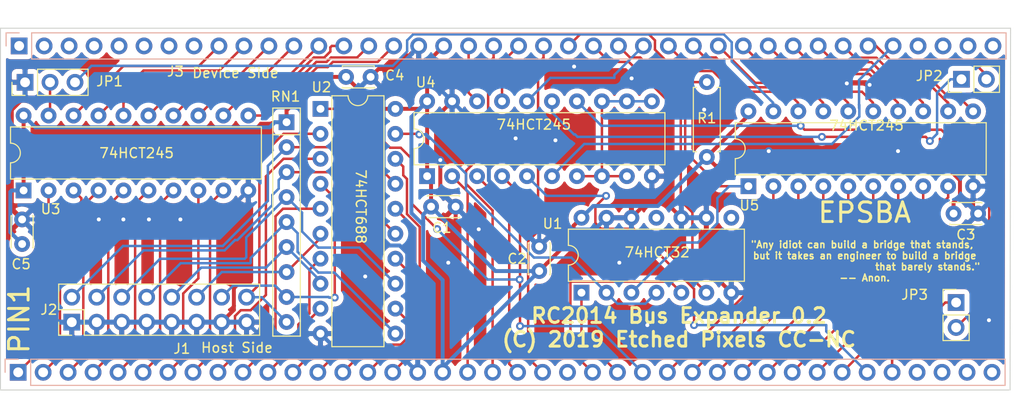
<source format=kicad_pcb>
(kicad_pcb (version 20171130) (host pcbnew 5.1.4-3.fc30)

  (general
    (thickness 1.6)
    (drawings 15)
    (tracks 593)
    (zones 0)
    (modules 18)
    (nets 74)
  )

  (page A4)
  (layers
    (0 F.Cu signal)
    (31 B.Cu signal)
    (32 B.Adhes user)
    (33 F.Adhes user)
    (34 B.Paste user)
    (35 F.Paste user)
    (36 B.SilkS user)
    (37 F.SilkS user)
    (38 B.Mask user)
    (39 F.Mask user)
    (40 Dwgs.User user)
    (41 Cmts.User user)
    (42 Eco1.User user)
    (43 Eco2.User user)
    (44 Edge.Cuts user)
    (45 Margin user)
    (46 B.CrtYd user)
    (47 F.CrtYd user)
    (48 B.Fab user)
    (49 F.Fab user)
  )

  (setup
    (last_trace_width 0.25)
    (trace_clearance 0.2)
    (zone_clearance 0.508)
    (zone_45_only no)
    (trace_min 0.2)
    (via_size 0.8)
    (via_drill 0.4)
    (via_min_size 0.4)
    (via_min_drill 0.3)
    (uvia_size 0.3)
    (uvia_drill 0.1)
    (uvias_allowed no)
    (uvia_min_size 0.2)
    (uvia_min_drill 0.1)
    (edge_width 0.1)
    (segment_width 0.2)
    (pcb_text_width 0.3)
    (pcb_text_size 1.5 1.5)
    (mod_edge_width 0.15)
    (mod_text_size 1 1)
    (mod_text_width 0.15)
    (pad_size 1.524 1.524)
    (pad_drill 0.762)
    (pad_to_mask_clearance 0)
    (aux_axis_origin 0 0)
    (visible_elements FFFFFF7F)
    (pcbplotparams
      (layerselection 0x010fc_ffffffff)
      (usegerberextensions false)
      (usegerberattributes false)
      (usegerberadvancedattributes false)
      (creategerberjobfile false)
      (excludeedgelayer true)
      (linewidth 0.100000)
      (plotframeref false)
      (viasonmask false)
      (mode 1)
      (useauxorigin false)
      (hpglpennumber 1)
      (hpglpenspeed 20)
      (hpglpendiameter 15.000000)
      (psnegative false)
      (psa4output false)
      (plotreference true)
      (plotvalue true)
      (plotinvisibletext false)
      (padsonsilk false)
      (subtractmaskfromsilk false)
      (outputformat 1)
      (mirror false)
      (drillshape 0)
      (scaleselection 1)
      (outputdirectory "/tmp/ioexpander"))
  )

  (net 0 "")
  (net 1 VCC)
  (net 2 GND)
  (net 3 A15)
  (net 4 A14)
  (net 5 A13)
  (net 6 A12)
  (net 7 A11)
  (net 8 A10)
  (net 9 A9)
  (net 10 A8)
  (net 11 A7)
  (net 12 A6)
  (net 13 A5)
  (net 14 A4)
  (net 15 A3)
  (net 16 A2)
  (net 17 A1)
  (net 18 A0)
  (net 19 M1)
  (net 20 RESET)
  (net 21 CLK)
  (net 22 INT)
  (net 23 WR)
  (net 24 RD)
  (net 25 IORQ)
  (net 26 D0)
  (net 27 D1)
  (net 28 D2)
  (net 29 D3)
  (net 30 D4)
  (net 31 D5)
  (net 32 D6)
  (net 33 D7)
  (net 34 TX)
  (net 35 RX)
  (net 36 "Net-(J2-Pad2)")
  (net 37 "Net-(J2-Pad4)")
  (net 38 "Net-(J2-Pad6)")
  (net 39 "Net-(J2-Pad8)")
  (net 40 "Net-(J2-Pad10)")
  (net 41 "Net-(J2-Pad12)")
  (net 42 "Net-(J2-Pad14)")
  (net 43 "Net-(J2-Pad16)")
  (net 44 B_RX)
  (net 45 B_TX)
  (net 46 B_D7)
  (net 47 B_D6)
  (net 48 B_D5)
  (net 49 B_D4)
  (net 50 B_D3)
  (net 51 B_D2)
  (net 52 B_D1)
  (net 53 B_D0)
  (net 54 B_IORQ)
  (net 55 IORD)
  (net 56 IOWR)
  (net 57 "Net-(J3-Pad23)")
  (net 58 B_CLK)
  (net 59 B_M1)
  (net 60 B_A8)
  (net 61 B_A9)
  (net 62 B_A10)
  (net 63 B_A11)
  (net 64 B_A12)
  (net 65 B_A13)
  (net 66 B_A14)
  (net 67 B_A15)
  (net 68 "Net-(JP1-Pad2)")
  (net 69 IOCS)
  (net 70 "Net-(U1-Pad2)")
  (net 71 "Net-(U4-Pad11)")
  (net 72 "Net-(J1-Pad36)")
  (net 73 "Net-(J3-Pad35)")

  (net_class Default "This is the default net class."
    (clearance 0.2)
    (trace_width 0.25)
    (via_dia 0.8)
    (via_drill 0.4)
    (uvia_dia 0.3)
    (uvia_drill 0.1)
    (add_net A0)
    (add_net A1)
    (add_net A10)
    (add_net A11)
    (add_net A12)
    (add_net A13)
    (add_net A14)
    (add_net A15)
    (add_net A2)
    (add_net A3)
    (add_net A4)
    (add_net A5)
    (add_net A6)
    (add_net A7)
    (add_net A8)
    (add_net A9)
    (add_net B_A10)
    (add_net B_A11)
    (add_net B_A12)
    (add_net B_A13)
    (add_net B_A14)
    (add_net B_A15)
    (add_net B_A8)
    (add_net B_A9)
    (add_net B_CLK)
    (add_net B_D0)
    (add_net B_D1)
    (add_net B_D2)
    (add_net B_D3)
    (add_net B_D4)
    (add_net B_D5)
    (add_net B_D6)
    (add_net B_D7)
    (add_net B_IORQ)
    (add_net B_M1)
    (add_net B_RX)
    (add_net B_TX)
    (add_net CLK)
    (add_net D0)
    (add_net D1)
    (add_net D2)
    (add_net D3)
    (add_net D4)
    (add_net D5)
    (add_net D6)
    (add_net D7)
    (add_net INT)
    (add_net IOCS)
    (add_net IORD)
    (add_net IORQ)
    (add_net IOWR)
    (add_net M1)
    (add_net "Net-(J1-Pad36)")
    (add_net "Net-(J2-Pad10)")
    (add_net "Net-(J2-Pad12)")
    (add_net "Net-(J2-Pad14)")
    (add_net "Net-(J2-Pad16)")
    (add_net "Net-(J2-Pad2)")
    (add_net "Net-(J2-Pad4)")
    (add_net "Net-(J2-Pad6)")
    (add_net "Net-(J2-Pad8)")
    (add_net "Net-(J3-Pad23)")
    (add_net "Net-(J3-Pad35)")
    (add_net "Net-(JP1-Pad2)")
    (add_net "Net-(U1-Pad2)")
    (add_net "Net-(U4-Pad11)")
    (add_net RD)
    (add_net RESET)
    (add_net RX)
    (add_net TX)
    (add_net WR)
  )

  (net_class Power ""
    (clearance 0.2)
    (trace_width 0.4)
    (via_dia 0.8)
    (via_drill 0.4)
    (uvia_dia 0.3)
    (uvia_drill 0.1)
    (add_net GND)
    (add_net VCC)
  )

  (module Resistor_THT:R_Array_SIP9 (layer F.Cu) (tedit 5A14249F) (tstamp 5D96EA89)
    (at 39.8 126.36 270)
    (descr "9-pin Resistor SIP pack")
    (tags R)
    (path /5D519A29)
    (fp_text reference RN1 (at -2.61 0.1 180) (layer F.SilkS)
      (effects (font (size 1 1) (thickness 0.15)))
    )
    (fp_text value 10K (at 11.43 2.4 90) (layer F.Fab)
      (effects (font (size 1 1) (thickness 0.15)))
    )
    (fp_text user %R (at 10.16 0 90) (layer F.Fab)
      (effects (font (size 1 1) (thickness 0.15)))
    )
    (fp_line (start -1.29 -1.25) (end -1.29 1.25) (layer F.Fab) (width 0.1))
    (fp_line (start -1.29 1.25) (end 21.61 1.25) (layer F.Fab) (width 0.1))
    (fp_line (start 21.61 1.25) (end 21.61 -1.25) (layer F.Fab) (width 0.1))
    (fp_line (start 21.61 -1.25) (end -1.29 -1.25) (layer F.Fab) (width 0.1))
    (fp_line (start 1.27 -1.25) (end 1.27 1.25) (layer F.Fab) (width 0.1))
    (fp_line (start -1.44 -1.4) (end -1.44 1.4) (layer F.SilkS) (width 0.12))
    (fp_line (start -1.44 1.4) (end 21.76 1.4) (layer F.SilkS) (width 0.12))
    (fp_line (start 21.76 1.4) (end 21.76 -1.4) (layer F.SilkS) (width 0.12))
    (fp_line (start 21.76 -1.4) (end -1.44 -1.4) (layer F.SilkS) (width 0.12))
    (fp_line (start 1.27 -1.4) (end 1.27 1.4) (layer F.SilkS) (width 0.12))
    (fp_line (start -1.7 -1.65) (end -1.7 1.65) (layer F.CrtYd) (width 0.05))
    (fp_line (start -1.7 1.65) (end 22.05 1.65) (layer F.CrtYd) (width 0.05))
    (fp_line (start 22.05 1.65) (end 22.05 -1.65) (layer F.CrtYd) (width 0.05))
    (fp_line (start 22.05 -1.65) (end -1.7 -1.65) (layer F.CrtYd) (width 0.05))
    (pad 1 thru_hole rect (at 0 0 270) (size 1.6 1.6) (drill 0.8) (layers *.Cu *.Mask)
      (net 1 VCC))
    (pad 2 thru_hole oval (at 2.54 0 270) (size 1.6 1.6) (drill 0.8) (layers *.Cu *.Mask)
      (net 36 "Net-(J2-Pad2)"))
    (pad 3 thru_hole oval (at 5.08 0 270) (size 1.6 1.6) (drill 0.8) (layers *.Cu *.Mask)
      (net 37 "Net-(J2-Pad4)"))
    (pad 4 thru_hole oval (at 7.62 0 270) (size 1.6 1.6) (drill 0.8) (layers *.Cu *.Mask)
      (net 38 "Net-(J2-Pad6)"))
    (pad 5 thru_hole oval (at 10.16 0 270) (size 1.6 1.6) (drill 0.8) (layers *.Cu *.Mask)
      (net 39 "Net-(J2-Pad8)"))
    (pad 6 thru_hole oval (at 12.7 0 270) (size 1.6 1.6) (drill 0.8) (layers *.Cu *.Mask)
      (net 40 "Net-(J2-Pad10)"))
    (pad 7 thru_hole oval (at 15.24 0 270) (size 1.6 1.6) (drill 0.8) (layers *.Cu *.Mask)
      (net 41 "Net-(J2-Pad12)"))
    (pad 8 thru_hole oval (at 17.78 0 270) (size 1.6 1.6) (drill 0.8) (layers *.Cu *.Mask)
      (net 42 "Net-(J2-Pad14)"))
    (pad 9 thru_hole oval (at 20.32 0 270) (size 1.6 1.6) (drill 0.8) (layers *.Cu *.Mask)
      (net 43 "Net-(J2-Pad16)"))
    (model ${KISYS3DMOD}/Resistor_THT.3dshapes/R_Array_SIP9.wrl
      (at (xyz 0 0 0))
      (scale (xyz 1 1 1))
      (rotate (xyz 0 0 0))
    )
  )

  (module Package_DIP:DIP-20_W7.62mm (layer F.Cu) (tedit 5A02E8C5) (tstamp 5D96A425)
    (at 54.1 131.85 90)
    (descr "20-lead though-hole mounted DIP package, row spacing 7.62 mm (300 mils)")
    (tags "THT DIP DIL PDIP 2.54mm 7.62mm 300mil")
    (path /5DA8624F)
    (fp_text reference U4 (at 9.55 -0.15 180) (layer F.SilkS)
      (effects (font (size 1 1) (thickness 0.15)))
    )
    (fp_text value 74HCT245 (at 3.81 25.19 90) (layer F.Fab)
      (effects (font (size 1 1) (thickness 0.15)))
    )
    (fp_arc (start 3.81 -1.33) (end 2.81 -1.33) (angle -180) (layer F.SilkS) (width 0.12))
    (fp_line (start 1.635 -1.27) (end 6.985 -1.27) (layer F.Fab) (width 0.1))
    (fp_line (start 6.985 -1.27) (end 6.985 24.13) (layer F.Fab) (width 0.1))
    (fp_line (start 6.985 24.13) (end 0.635 24.13) (layer F.Fab) (width 0.1))
    (fp_line (start 0.635 24.13) (end 0.635 -0.27) (layer F.Fab) (width 0.1))
    (fp_line (start 0.635 -0.27) (end 1.635 -1.27) (layer F.Fab) (width 0.1))
    (fp_line (start 2.81 -1.33) (end 1.16 -1.33) (layer F.SilkS) (width 0.12))
    (fp_line (start 1.16 -1.33) (end 1.16 24.19) (layer F.SilkS) (width 0.12))
    (fp_line (start 1.16 24.19) (end 6.46 24.19) (layer F.SilkS) (width 0.12))
    (fp_line (start 6.46 24.19) (end 6.46 -1.33) (layer F.SilkS) (width 0.12))
    (fp_line (start 6.46 -1.33) (end 4.81 -1.33) (layer F.SilkS) (width 0.12))
    (fp_line (start -1.1 -1.55) (end -1.1 24.4) (layer F.CrtYd) (width 0.05))
    (fp_line (start -1.1 24.4) (end 8.7 24.4) (layer F.CrtYd) (width 0.05))
    (fp_line (start 8.7 24.4) (end 8.7 -1.55) (layer F.CrtYd) (width 0.05))
    (fp_line (start 8.7 -1.55) (end -1.1 -1.55) (layer F.CrtYd) (width 0.05))
    (fp_text user %R (at 3.81 11.43 90) (layer F.Fab)
      (effects (font (size 1 1) (thickness 0.15)))
    )
    (pad 1 thru_hole rect (at 0 0 90) (size 1.6 1.6) (drill 0.8) (layers *.Cu *.Mask)
      (net 1 VCC))
    (pad 11 thru_hole oval (at 7.62 22.86 90) (size 1.6 1.6) (drill 0.8) (layers *.Cu *.Mask)
      (net 71 "Net-(U4-Pad11)"))
    (pad 2 thru_hole oval (at 0 2.54 90) (size 1.6 1.6) (drill 0.8) (layers *.Cu *.Mask)
      (net 19 M1))
    (pad 12 thru_hole oval (at 7.62 20.32 90) (size 1.6 1.6) (drill 0.8) (layers *.Cu *.Mask)
      (net 71 "Net-(U4-Pad11)"))
    (pad 3 thru_hole oval (at 0 5.08 90) (size 1.6 1.6) (drill 0.8) (layers *.Cu *.Mask)
      (net 21 CLK))
    (pad 13 thru_hole oval (at 7.62 17.78 90) (size 1.6 1.6) (drill 0.8) (layers *.Cu *.Mask)
      (net 71 "Net-(U4-Pad11)"))
    (pad 4 thru_hole oval (at 0 7.62 90) (size 1.6 1.6) (drill 0.8) (layers *.Cu *.Mask)
      (net 25 IORQ))
    (pad 14 thru_hole oval (at 7.62 15.24 90) (size 1.6 1.6) (drill 0.8) (layers *.Cu *.Mask)
      (net 35 RX))
    (pad 5 thru_hole oval (at 0 10.16 90) (size 1.6 1.6) (drill 0.8) (layers *.Cu *.Mask)
      (net 34 TX))
    (pad 15 thru_hole oval (at 7.62 12.7 90) (size 1.6 1.6) (drill 0.8) (layers *.Cu *.Mask)
      (net 45 B_TX))
    (pad 6 thru_hole oval (at 0 12.7 90) (size 1.6 1.6) (drill 0.8) (layers *.Cu *.Mask)
      (net 44 B_RX))
    (pad 16 thru_hole oval (at 7.62 10.16 90) (size 1.6 1.6) (drill 0.8) (layers *.Cu *.Mask)
      (net 54 B_IORQ))
    (pad 7 thru_hole oval (at 0 15.24 90) (size 1.6 1.6) (drill 0.8) (layers *.Cu *.Mask)
      (net 71 "Net-(U4-Pad11)"))
    (pad 17 thru_hole oval (at 7.62 7.62 90) (size 1.6 1.6) (drill 0.8) (layers *.Cu *.Mask)
      (net 58 B_CLK))
    (pad 8 thru_hole oval (at 0 17.78 90) (size 1.6 1.6) (drill 0.8) (layers *.Cu *.Mask)
      (net 71 "Net-(U4-Pad11)"))
    (pad 18 thru_hole oval (at 7.62 5.08 90) (size 1.6 1.6) (drill 0.8) (layers *.Cu *.Mask)
      (net 59 B_M1))
    (pad 9 thru_hole oval (at 0 20.32 90) (size 1.6 1.6) (drill 0.8) (layers *.Cu *.Mask)
      (net 71 "Net-(U4-Pad11)"))
    (pad 19 thru_hole oval (at 7.62 2.54 90) (size 1.6 1.6) (drill 0.8) (layers *.Cu *.Mask)
      (net 2 GND))
    (pad 10 thru_hole oval (at 0 22.86 90) (size 1.6 1.6) (drill 0.8) (layers *.Cu *.Mask)
      (net 2 GND))
    (pad 20 thru_hole oval (at 7.62 0 90) (size 1.6 1.6) (drill 0.8) (layers *.Cu *.Mask)
      (net 1 VCC))
    (model ${KISYS3DMOD}/Package_DIP.3dshapes/DIP-20_W7.62mm.wrl
      (at (xyz 0 0 0))
      (scale (xyz 1 1 1))
      (rotate (xyz 0 0 0))
    )
  )

  (module Capacitor_THT:C_Disc_D3.0mm_W2.0mm_P2.50mm (layer F.Cu) (tedit 5AE50EF0) (tstamp 5D969EC4)
    (at 54.5 134.95)
    (descr "C, Disc series, Radial, pin pitch=2.50mm, , diameter*width=3*2mm^2, Capacitor")
    (tags "C Disc series Radial pin pitch 2.50mm  diameter 3mm width 2mm Capacitor")
    (path /5D57E02E)
    (fp_text reference C1 (at 1.1 2.15) (layer F.SilkS)
      (effects (font (size 1 1) (thickness 0.15)))
    )
    (fp_text value 0.1uF (at 1.25 2.25) (layer F.Fab)
      (effects (font (size 1 1) (thickness 0.15)))
    )
    (fp_line (start -0.25 -1) (end -0.25 1) (layer F.Fab) (width 0.1))
    (fp_line (start -0.25 1) (end 2.75 1) (layer F.Fab) (width 0.1))
    (fp_line (start 2.75 1) (end 2.75 -1) (layer F.Fab) (width 0.1))
    (fp_line (start 2.75 -1) (end -0.25 -1) (layer F.Fab) (width 0.1))
    (fp_line (start -0.37 -1.12) (end 2.87 -1.12) (layer F.SilkS) (width 0.12))
    (fp_line (start -0.37 1.12) (end 2.87 1.12) (layer F.SilkS) (width 0.12))
    (fp_line (start -0.37 -1.12) (end -0.37 -1.055) (layer F.SilkS) (width 0.12))
    (fp_line (start -0.37 1.055) (end -0.37 1.12) (layer F.SilkS) (width 0.12))
    (fp_line (start 2.87 -1.12) (end 2.87 -1.055) (layer F.SilkS) (width 0.12))
    (fp_line (start 2.87 1.055) (end 2.87 1.12) (layer F.SilkS) (width 0.12))
    (fp_line (start -1.05 -1.25) (end -1.05 1.25) (layer F.CrtYd) (width 0.05))
    (fp_line (start -1.05 1.25) (end 3.55 1.25) (layer F.CrtYd) (width 0.05))
    (fp_line (start 3.55 1.25) (end 3.55 -1.25) (layer F.CrtYd) (width 0.05))
    (fp_line (start 3.55 -1.25) (end -1.05 -1.25) (layer F.CrtYd) (width 0.05))
    (fp_text user %R (at 1.25 0) (layer F.Fab)
      (effects (font (size 0.6 0.6) (thickness 0.09)))
    )
    (pad 1 thru_hole circle (at 0 0) (size 1.6 1.6) (drill 0.8) (layers *.Cu *.Mask)
      (net 1 VCC))
    (pad 2 thru_hole circle (at 2.5 0) (size 1.6 1.6) (drill 0.8) (layers *.Cu *.Mask)
      (net 2 GND))
    (model ${KISYS3DMOD}/Capacitor_THT.3dshapes/C_Disc_D3.0mm_W2.0mm_P2.50mm.wrl
      (at (xyz 0 0 0))
      (scale (xyz 1 1 1))
      (rotate (xyz 0 0 0))
    )
  )

  (module Capacitor_THT:C_Disc_D3.0mm_W2.0mm_P2.50mm (layer F.Cu) (tedit 5AE50EF0) (tstamp 5D975CC1)
    (at 65.5 141.5 90)
    (descr "C, Disc series, Radial, pin pitch=2.50mm, , diameter*width=3*2mm^2, Capacitor")
    (tags "C Disc series Radial pin pitch 2.50mm  diameter 3mm width 2mm Capacitor")
    (path /5D57E8D5)
    (fp_text reference C2 (at 1.25 -2.25 180) (layer F.SilkS)
      (effects (font (size 1 1) (thickness 0.15)))
    )
    (fp_text value 0.1uF (at 1.25 2.25 90) (layer F.Fab)
      (effects (font (size 1 1) (thickness 0.15)))
    )
    (fp_text user %R (at 1.3 0.45 90) (layer F.Fab)
      (effects (font (size 0.6 0.6) (thickness 0.09)))
    )
    (fp_line (start 3.55 -1.25) (end -1.05 -1.25) (layer F.CrtYd) (width 0.05))
    (fp_line (start 3.55 1.25) (end 3.55 -1.25) (layer F.CrtYd) (width 0.05))
    (fp_line (start -1.05 1.25) (end 3.55 1.25) (layer F.CrtYd) (width 0.05))
    (fp_line (start -1.05 -1.25) (end -1.05 1.25) (layer F.CrtYd) (width 0.05))
    (fp_line (start 2.87 1.055) (end 2.87 1.12) (layer F.SilkS) (width 0.12))
    (fp_line (start 2.87 -1.12) (end 2.87 -1.055) (layer F.SilkS) (width 0.12))
    (fp_line (start -0.37 1.055) (end -0.37 1.12) (layer F.SilkS) (width 0.12))
    (fp_line (start -0.37 -1.12) (end -0.37 -1.055) (layer F.SilkS) (width 0.12))
    (fp_line (start -0.37 1.12) (end 2.87 1.12) (layer F.SilkS) (width 0.12))
    (fp_line (start -0.37 -1.12) (end 2.87 -1.12) (layer F.SilkS) (width 0.12))
    (fp_line (start 2.75 -1) (end -0.25 -1) (layer F.Fab) (width 0.1))
    (fp_line (start 2.75 1) (end 2.75 -1) (layer F.Fab) (width 0.1))
    (fp_line (start -0.25 1) (end 2.75 1) (layer F.Fab) (width 0.1))
    (fp_line (start -0.25 -1) (end -0.25 1) (layer F.Fab) (width 0.1))
    (pad 2 thru_hole circle (at 2.5 0 90) (size 1.6 1.6) (drill 0.8) (layers *.Cu *.Mask)
      (net 2 GND))
    (pad 1 thru_hole circle (at 0 0 90) (size 1.6 1.6) (drill 0.8) (layers *.Cu *.Mask)
      (net 1 VCC))
    (model ${KISYS3DMOD}/Capacitor_THT.3dshapes/C_Disc_D3.0mm_W2.0mm_P2.50mm.wrl
      (at (xyz 0 0 0))
      (scale (xyz 1 1 1))
      (rotate (xyz 0 0 0))
    )
  )

  (module Connector_PinHeader_2.54mm:PinHeader_2x08_P2.54mm_Vertical (layer F.Cu) (tedit 59FED5CC) (tstamp 5D975BEF)
    (at 17.95 146.7 90)
    (descr "Through hole straight pin header, 2x08, 2.54mm pitch, double rows")
    (tags "Through hole pin header THT 2x08 2.54mm double row")
    (path /5D539983)
    (fp_text reference J2 (at 1.27 -2.33 180) (layer F.SilkS)
      (effects (font (size 1 1) (thickness 0.15)))
    )
    (fp_text value Conn_02x08_Top_Bottom (at 1.27 20.11 90) (layer F.Fab)
      (effects (font (size 1 1) (thickness 0.15)))
    )
    (fp_line (start 0 -1.27) (end 3.81 -1.27) (layer F.Fab) (width 0.1))
    (fp_line (start 3.81 -1.27) (end 3.81 19.05) (layer F.Fab) (width 0.1))
    (fp_line (start 3.81 19.05) (end -1.27 19.05) (layer F.Fab) (width 0.1))
    (fp_line (start -1.27 19.05) (end -1.27 0) (layer F.Fab) (width 0.1))
    (fp_line (start -1.27 0) (end 0 -1.27) (layer F.Fab) (width 0.1))
    (fp_line (start -1.33 19.11) (end 3.87 19.11) (layer F.SilkS) (width 0.12))
    (fp_line (start -1.33 1.27) (end -1.33 19.11) (layer F.SilkS) (width 0.12))
    (fp_line (start 3.87 -1.33) (end 3.87 19.11) (layer F.SilkS) (width 0.12))
    (fp_line (start -1.33 1.27) (end 1.27 1.27) (layer F.SilkS) (width 0.12))
    (fp_line (start 1.27 1.27) (end 1.27 -1.33) (layer F.SilkS) (width 0.12))
    (fp_line (start 1.27 -1.33) (end 3.87 -1.33) (layer F.SilkS) (width 0.12))
    (fp_line (start -1.33 0) (end -1.33 -1.33) (layer F.SilkS) (width 0.12))
    (fp_line (start -1.33 -1.33) (end 0 -1.33) (layer F.SilkS) (width 0.12))
    (fp_line (start -1.8 -1.8) (end -1.8 19.55) (layer F.CrtYd) (width 0.05))
    (fp_line (start -1.8 19.55) (end 4.35 19.55) (layer F.CrtYd) (width 0.05))
    (fp_line (start 4.35 19.55) (end 4.35 -1.8) (layer F.CrtYd) (width 0.05))
    (fp_line (start 4.35 -1.8) (end -1.8 -1.8) (layer F.CrtYd) (width 0.05))
    (fp_text user %R (at 1.27 8.89) (layer F.Fab)
      (effects (font (size 1 1) (thickness 0.15)))
    )
    (pad 1 thru_hole rect (at 0 0 90) (size 1.7 1.7) (drill 1) (layers *.Cu *.Mask)
      (net 2 GND))
    (pad 2 thru_hole oval (at 2.54 0 90) (size 1.7 1.7) (drill 1) (layers *.Cu *.Mask)
      (net 36 "Net-(J2-Pad2)"))
    (pad 3 thru_hole oval (at 0 2.54 90) (size 1.7 1.7) (drill 1) (layers *.Cu *.Mask)
      (net 2 GND))
    (pad 4 thru_hole oval (at 2.54 2.54 90) (size 1.7 1.7) (drill 1) (layers *.Cu *.Mask)
      (net 37 "Net-(J2-Pad4)"))
    (pad 5 thru_hole oval (at 0 5.08 90) (size 1.7 1.7) (drill 1) (layers *.Cu *.Mask)
      (net 2 GND))
    (pad 6 thru_hole oval (at 2.54 5.08 90) (size 1.7 1.7) (drill 1) (layers *.Cu *.Mask)
      (net 38 "Net-(J2-Pad6)"))
    (pad 7 thru_hole oval (at 0 7.62 90) (size 1.7 1.7) (drill 1) (layers *.Cu *.Mask)
      (net 2 GND))
    (pad 8 thru_hole oval (at 2.54 7.62 90) (size 1.7 1.7) (drill 1) (layers *.Cu *.Mask)
      (net 39 "Net-(J2-Pad8)"))
    (pad 9 thru_hole oval (at 0 10.16 90) (size 1.7 1.7) (drill 1) (layers *.Cu *.Mask)
      (net 2 GND))
    (pad 10 thru_hole oval (at 2.54 10.16 90) (size 1.7 1.7) (drill 1) (layers *.Cu *.Mask)
      (net 40 "Net-(J2-Pad10)"))
    (pad 11 thru_hole oval (at 0 12.7 90) (size 1.7 1.7) (drill 1) (layers *.Cu *.Mask)
      (net 2 GND))
    (pad 12 thru_hole oval (at 2.54 12.7 90) (size 1.7 1.7) (drill 1) (layers *.Cu *.Mask)
      (net 41 "Net-(J2-Pad12)"))
    (pad 13 thru_hole oval (at 0 15.24 90) (size 1.7 1.7) (drill 1) (layers *.Cu *.Mask)
      (net 2 GND))
    (pad 14 thru_hole oval (at 2.54 15.24 90) (size 1.7 1.7) (drill 1) (layers *.Cu *.Mask)
      (net 42 "Net-(J2-Pad14)"))
    (pad 15 thru_hole oval (at 0 17.78 90) (size 1.7 1.7) (drill 1) (layers *.Cu *.Mask)
      (net 2 GND))
    (pad 16 thru_hole oval (at 2.54 17.78 90) (size 1.7 1.7) (drill 1) (layers *.Cu *.Mask)
      (net 43 "Net-(J2-Pad16)"))
    (model ${KISYS3DMOD}/Connector_PinHeader_2.54mm.3dshapes/PinHeader_2x08_P2.54mm_Vertical.wrl
      (at (xyz 0 0 0))
      (scale (xyz 1 1 1))
      (rotate (xyz 0 0 0))
    )
  )

  (module Connector_PinHeader_2.54mm:PinHeader_1x03_P2.54mm_Vertical (layer F.Cu) (tedit 59FED5CC) (tstamp 5D96A358)
    (at 13.2 122.3 90)
    (descr "Through hole straight pin header, 1x03, 2.54mm pitch, single row")
    (tags "Through hole pin header THT 1x03 2.54mm single row")
    (path /5DA29456)
    (fp_text reference JP1 (at 0.1 8.6 180) (layer F.SilkS)
      (effects (font (size 1 1) (thickness 0.15)))
    )
    (fp_text value Jumper_3_Open (at 0 7.41 90) (layer F.Fab)
      (effects (font (size 1 1) (thickness 0.15)))
    )
    (fp_line (start -0.635 -1.27) (end 1.27 -1.27) (layer F.Fab) (width 0.1))
    (fp_line (start 1.27 -1.27) (end 1.27 6.35) (layer F.Fab) (width 0.1))
    (fp_line (start 1.27 6.35) (end -1.27 6.35) (layer F.Fab) (width 0.1))
    (fp_line (start -1.27 6.35) (end -1.27 -0.635) (layer F.Fab) (width 0.1))
    (fp_line (start -1.27 -0.635) (end -0.635 -1.27) (layer F.Fab) (width 0.1))
    (fp_line (start -1.33 6.41) (end 1.33 6.41) (layer F.SilkS) (width 0.12))
    (fp_line (start -1.33 1.27) (end -1.33 6.41) (layer F.SilkS) (width 0.12))
    (fp_line (start 1.33 1.27) (end 1.33 6.41) (layer F.SilkS) (width 0.12))
    (fp_line (start -1.33 1.27) (end 1.33 1.27) (layer F.SilkS) (width 0.12))
    (fp_line (start -1.33 0) (end -1.33 -1.33) (layer F.SilkS) (width 0.12))
    (fp_line (start -1.33 -1.33) (end 0 -1.33) (layer F.SilkS) (width 0.12))
    (fp_line (start -1.8 -1.8) (end -1.8 6.85) (layer F.CrtYd) (width 0.05))
    (fp_line (start -1.8 6.85) (end 1.8 6.85) (layer F.CrtYd) (width 0.05))
    (fp_line (start 1.8 6.85) (end 1.8 -1.8) (layer F.CrtYd) (width 0.05))
    (fp_line (start 1.8 -1.8) (end -1.8 -1.8) (layer F.CrtYd) (width 0.05))
    (fp_text user %R (at 0 2.54) (layer F.Fab)
      (effects (font (size 1 1) (thickness 0.15)))
    )
    (pad 1 thru_hole rect (at 0 0 90) (size 1.7 1.7) (drill 1) (layers *.Cu *.Mask)
      (net 2 GND))
    (pad 2 thru_hole oval (at 0 2.54 90) (size 1.7 1.7) (drill 1) (layers *.Cu *.Mask)
      (net 68 "Net-(JP1-Pad2)"))
    (pad 3 thru_hole oval (at 0 5.08 90) (size 1.7 1.7) (drill 1) (layers *.Cu *.Mask)
      (net 69 IOCS))
    (model ${KISYS3DMOD}/Connector_PinHeader_2.54mm.3dshapes/PinHeader_1x03_P2.54mm_Vertical.wrl
      (at (xyz 0 0 0))
      (scale (xyz 1 1 1))
      (rotate (xyz 0 0 0))
    )
  )

  (module Resistor_THT:R_Axial_DIN0207_L6.3mm_D2.5mm_P7.62mm_Horizontal (layer F.Cu) (tedit 5AE5139B) (tstamp 5D96A36F)
    (at 82.55 129.9 90)
    (descr "Resistor, Axial_DIN0207 series, Axial, Horizontal, pin pitch=7.62mm, 0.25W = 1/4W, length*diameter=6.3*2.5mm^2, http://cdn-reichelt.de/documents/datenblatt/B400/1_4W%23YAG.pdf")
    (tags "Resistor Axial_DIN0207 series Axial Horizontal pin pitch 7.62mm 0.25W = 1/4W length 6.3mm diameter 2.5mm")
    (path /5DA801C0)
    (fp_text reference R1 (at 3.95 0 180) (layer F.SilkS)
      (effects (font (size 1 1) (thickness 0.15)))
    )
    (fp_text value 10K (at 3.81 2.37 90) (layer F.Fab)
      (effects (font (size 1 1) (thickness 0.15)))
    )
    (fp_line (start 0.66 -1.25) (end 0.66 1.25) (layer F.Fab) (width 0.1))
    (fp_line (start 0.66 1.25) (end 6.96 1.25) (layer F.Fab) (width 0.1))
    (fp_line (start 6.96 1.25) (end 6.96 -1.25) (layer F.Fab) (width 0.1))
    (fp_line (start 6.96 -1.25) (end 0.66 -1.25) (layer F.Fab) (width 0.1))
    (fp_line (start 0 0) (end 0.66 0) (layer F.Fab) (width 0.1))
    (fp_line (start 7.62 0) (end 6.96 0) (layer F.Fab) (width 0.1))
    (fp_line (start 0.54 -1.04) (end 0.54 -1.37) (layer F.SilkS) (width 0.12))
    (fp_line (start 0.54 -1.37) (end 7.08 -1.37) (layer F.SilkS) (width 0.12))
    (fp_line (start 7.08 -1.37) (end 7.08 -1.04) (layer F.SilkS) (width 0.12))
    (fp_line (start 0.54 1.04) (end 0.54 1.37) (layer F.SilkS) (width 0.12))
    (fp_line (start 0.54 1.37) (end 7.08 1.37) (layer F.SilkS) (width 0.12))
    (fp_line (start 7.08 1.37) (end 7.08 1.04) (layer F.SilkS) (width 0.12))
    (fp_line (start -1.05 -1.5) (end -1.05 1.5) (layer F.CrtYd) (width 0.05))
    (fp_line (start -1.05 1.5) (end 8.67 1.5) (layer F.CrtYd) (width 0.05))
    (fp_line (start 8.67 1.5) (end 8.67 -1.5) (layer F.CrtYd) (width 0.05))
    (fp_line (start 8.67 -1.5) (end -1.05 -1.5) (layer F.CrtYd) (width 0.05))
    (fp_text user %R (at 3.81 0 90) (layer F.Fab)
      (effects (font (size 1 1) (thickness 0.15)))
    )
    (pad 1 thru_hole circle (at 0 0 90) (size 1.6 1.6) (drill 0.8) (layers *.Cu *.Mask)
      (net 1 VCC))
    (pad 2 thru_hole oval (at 7.62 0 90) (size 1.6 1.6) (drill 0.8) (layers *.Cu *.Mask)
      (net 57 "Net-(J3-Pad23)"))
    (model ${KISYS3DMOD}/Resistor_THT.3dshapes/R_Axial_DIN0207_L6.3mm_D2.5mm_P7.62mm_Horizontal.wrl
      (at (xyz 0 0 0))
      (scale (xyz 1 1 1))
      (rotate (xyz 0 0 0))
    )
  )

  (module Package_DIP:DIP-14_W7.62mm (layer F.Cu) (tedit 5A02E8C5) (tstamp 5D96E430)
    (at 69.8 143.7 90)
    (descr "14-lead though-hole mounted DIP package, row spacing 7.62 mm (300 mils)")
    (tags "THT DIP DIL PDIP 2.54mm 7.62mm 300mil")
    (path /5D4F4C42)
    (fp_text reference U1 (at 7.02 -2.94 180) (layer F.SilkS)
      (effects (font (size 1 1) (thickness 0.15)))
    )
    (fp_text value 74HCT32 (at 3.81 17.57 90) (layer F.Fab)
      (effects (font (size 1 1) (thickness 0.15)))
    )
    (fp_arc (start 3.81 -1.33) (end 2.81 -1.33) (angle -180) (layer F.SilkS) (width 0.12))
    (fp_line (start 1.635 -1.27) (end 6.985 -1.27) (layer F.Fab) (width 0.1))
    (fp_line (start 6.985 -1.27) (end 6.985 16.51) (layer F.Fab) (width 0.1))
    (fp_line (start 6.985 16.51) (end 0.635 16.51) (layer F.Fab) (width 0.1))
    (fp_line (start 0.635 16.51) (end 0.635 -0.27) (layer F.Fab) (width 0.1))
    (fp_line (start 0.635 -0.27) (end 1.635 -1.27) (layer F.Fab) (width 0.1))
    (fp_line (start 2.81 -1.33) (end 1.16 -1.33) (layer F.SilkS) (width 0.12))
    (fp_line (start 1.16 -1.33) (end 1.16 16.57) (layer F.SilkS) (width 0.12))
    (fp_line (start 1.16 16.57) (end 6.46 16.57) (layer F.SilkS) (width 0.12))
    (fp_line (start 6.46 16.57) (end 6.46 -1.33) (layer F.SilkS) (width 0.12))
    (fp_line (start 6.46 -1.33) (end 4.81 -1.33) (layer F.SilkS) (width 0.12))
    (fp_line (start -1.1 -1.55) (end -1.1 16.8) (layer F.CrtYd) (width 0.05))
    (fp_line (start -1.1 16.8) (end 8.7 16.8) (layer F.CrtYd) (width 0.05))
    (fp_line (start 8.7 16.8) (end 8.7 -1.55) (layer F.CrtYd) (width 0.05))
    (fp_line (start 8.7 -1.55) (end -1.1 -1.55) (layer F.CrtYd) (width 0.05))
    (fp_text user %R (at 3.81 7.62 90) (layer F.Fab)
      (effects (font (size 1 1) (thickness 0.15)))
    )
    (pad 1 thru_hole rect (at 0 0 90) (size 1.6 1.6) (drill 0.8) (layers *.Cu *.Mask)
      (net 24 RD))
    (pad 8 thru_hole oval (at 7.62 15.24 90) (size 1.6 1.6) (drill 0.8) (layers *.Cu *.Mask))
    (pad 2 thru_hole oval (at 0 2.54 90) (size 1.6 1.6) (drill 0.8) (layers *.Cu *.Mask)
      (net 70 "Net-(U1-Pad2)"))
    (pad 9 thru_hole oval (at 7.62 12.7 90) (size 1.6 1.6) (drill 0.8) (layers *.Cu *.Mask)
      (net 2 GND))
    (pad 3 thru_hole oval (at 0 5.08 90) (size 1.6 1.6) (drill 0.8) (layers *.Cu *.Mask)
      (net 55 IORD))
    (pad 10 thru_hole oval (at 7.62 10.16 90) (size 1.6 1.6) (drill 0.8) (layers *.Cu *.Mask)
      (net 2 GND))
    (pad 4 thru_hole oval (at 0 7.62 90) (size 1.6 1.6) (drill 0.8) (layers *.Cu *.Mask)
      (net 70 "Net-(U1-Pad2)"))
    (pad 11 thru_hole oval (at 7.62 7.62 90) (size 1.6 1.6) (drill 0.8) (layers *.Cu *.Mask))
    (pad 5 thru_hole oval (at 0 10.16 90) (size 1.6 1.6) (drill 0.8) (layers *.Cu *.Mask)
      (net 23 WR))
    (pad 12 thru_hole oval (at 7.62 5.08 90) (size 1.6 1.6) (drill 0.8) (layers *.Cu *.Mask)
      (net 2 GND))
    (pad 6 thru_hole oval (at 0 12.7 90) (size 1.6 1.6) (drill 0.8) (layers *.Cu *.Mask)
      (net 56 IOWR))
    (pad 13 thru_hole oval (at 7.62 2.54 90) (size 1.6 1.6) (drill 0.8) (layers *.Cu *.Mask)
      (net 2 GND))
    (pad 7 thru_hole oval (at 0 15.24 90) (size 1.6 1.6) (drill 0.8) (layers *.Cu *.Mask)
      (net 2 GND))
    (pad 14 thru_hole oval (at 7.62 0 90) (size 1.6 1.6) (drill 0.8) (layers *.Cu *.Mask)
      (net 1 VCC))
    (model ${KISYS3DMOD}/Package_DIP.3dshapes/DIP-14_W7.62mm.wrl
      (at (xyz 0 0 0))
      (scale (xyz 1 1 1))
      (rotate (xyz 0 0 0))
    )
  )

  (module Package_DIP:DIP-20_W7.62mm (layer F.Cu) (tedit 5A02E8C5) (tstamp 5D96C76F)
    (at 43.25 125)
    (descr "20-lead though-hole mounted DIP package, row spacing 7.62 mm (300 mils)")
    (tags "THT DIP DIL PDIP 2.54mm 7.62mm 300mil")
    (path /5D4F1B7D)
    (fp_text reference U2 (at 0.1 -2.2) (layer F.SilkS)
      (effects (font (size 1 1) (thickness 0.15)))
    )
    (fp_text value 74HCT688 (at 3.81 25.19) (layer F.Fab)
      (effects (font (size 1 1) (thickness 0.15)))
    )
    (fp_arc (start 3.81 -1.33) (end 2.81 -1.33) (angle -180) (layer F.SilkS) (width 0.12))
    (fp_line (start 1.635 -1.27) (end 6.985 -1.27) (layer F.Fab) (width 0.1))
    (fp_line (start 6.985 -1.27) (end 6.985 24.13) (layer F.Fab) (width 0.1))
    (fp_line (start 6.985 24.13) (end 0.635 24.13) (layer F.Fab) (width 0.1))
    (fp_line (start 0.635 24.13) (end 0.635 -0.27) (layer F.Fab) (width 0.1))
    (fp_line (start 0.635 -0.27) (end 1.635 -1.27) (layer F.Fab) (width 0.1))
    (fp_line (start 2.81 -1.33) (end 1.16 -1.33) (layer F.SilkS) (width 0.12))
    (fp_line (start 1.16 -1.33) (end 1.16 24.19) (layer F.SilkS) (width 0.12))
    (fp_line (start 1.16 24.19) (end 6.46 24.19) (layer F.SilkS) (width 0.12))
    (fp_line (start 6.46 24.19) (end 6.46 -1.33) (layer F.SilkS) (width 0.12))
    (fp_line (start 6.46 -1.33) (end 4.81 -1.33) (layer F.SilkS) (width 0.12))
    (fp_line (start -1.1 -1.55) (end -1.1 24.4) (layer F.CrtYd) (width 0.05))
    (fp_line (start -1.1 24.4) (end 8.7 24.4) (layer F.CrtYd) (width 0.05))
    (fp_line (start 8.7 24.4) (end 8.7 -1.55) (layer F.CrtYd) (width 0.05))
    (fp_line (start 8.7 -1.55) (end -1.1 -1.55) (layer F.CrtYd) (width 0.05))
    (fp_text user %R (at 3.81 11.43) (layer F.Fab)
      (effects (font (size 1 1) (thickness 0.15)))
    )
    (pad 1 thru_hole rect (at 0 0) (size 1.6 1.6) (drill 0.8) (layers *.Cu *.Mask)
      (net 25 IORQ))
    (pad 11 thru_hole oval (at 7.62 22.86) (size 1.6 1.6) (drill 0.8) (layers *.Cu *.Mask)
      (net 39 "Net-(J2-Pad8)"))
    (pad 2 thru_hole oval (at 0 2.54) (size 1.6 1.6) (drill 0.8) (layers *.Cu *.Mask)
      (net 43 "Net-(J2-Pad16)"))
    (pad 12 thru_hole oval (at 7.62 20.32) (size 1.6 1.6) (drill 0.8) (layers *.Cu *.Mask)
      (net 15 A3))
    (pad 3 thru_hole oval (at 0 5.08) (size 1.6 1.6) (drill 0.8) (layers *.Cu *.Mask)
      (net 11 A7))
    (pad 13 thru_hole oval (at 7.62 17.78) (size 1.6 1.6) (drill 0.8) (layers *.Cu *.Mask)
      (net 38 "Net-(J2-Pad6)"))
    (pad 4 thru_hole oval (at 0 7.62) (size 1.6 1.6) (drill 0.8) (layers *.Cu *.Mask)
      (net 42 "Net-(J2-Pad14)"))
    (pad 14 thru_hole oval (at 7.62 15.24) (size 1.6 1.6) (drill 0.8) (layers *.Cu *.Mask)
      (net 16 A2))
    (pad 5 thru_hole oval (at 0 10.16) (size 1.6 1.6) (drill 0.8) (layers *.Cu *.Mask)
      (net 12 A6))
    (pad 15 thru_hole oval (at 7.62 12.7) (size 1.6 1.6) (drill 0.8) (layers *.Cu *.Mask)
      (net 37 "Net-(J2-Pad4)"))
    (pad 6 thru_hole oval (at 0 12.7) (size 1.6 1.6) (drill 0.8) (layers *.Cu *.Mask)
      (net 41 "Net-(J2-Pad12)"))
    (pad 16 thru_hole oval (at 7.62 10.16) (size 1.6 1.6) (drill 0.8) (layers *.Cu *.Mask)
      (net 17 A1))
    (pad 7 thru_hole oval (at 0 15.24) (size 1.6 1.6) (drill 0.8) (layers *.Cu *.Mask)
      (net 13 A5))
    (pad 17 thru_hole oval (at 7.62 7.62) (size 1.6 1.6) (drill 0.8) (layers *.Cu *.Mask)
      (net 36 "Net-(J2-Pad2)"))
    (pad 8 thru_hole oval (at 0 17.78) (size 1.6 1.6) (drill 0.8) (layers *.Cu *.Mask)
      (net 40 "Net-(J2-Pad10)"))
    (pad 18 thru_hole oval (at 7.62 5.08) (size 1.6 1.6) (drill 0.8) (layers *.Cu *.Mask)
      (net 18 A0))
    (pad 9 thru_hole oval (at 0 20.32) (size 1.6 1.6) (drill 0.8) (layers *.Cu *.Mask)
      (net 14 A4))
    (pad 19 thru_hole oval (at 7.62 2.54) (size 1.6 1.6) (drill 0.8) (layers *.Cu *.Mask)
      (net 70 "Net-(U1-Pad2)"))
    (pad 10 thru_hole oval (at 0 22.86) (size 1.6 1.6) (drill 0.8) (layers *.Cu *.Mask)
      (net 2 GND))
    (pad 20 thru_hole oval (at 7.62 0) (size 1.6 1.6) (drill 0.8) (layers *.Cu *.Mask)
      (net 1 VCC))
    (model ${KISYS3DMOD}/Package_DIP.3dshapes/DIP-20_W7.62mm.wrl
      (at (xyz 0 0 0))
      (scale (xyz 1 1 1))
      (rotate (xyz 0 0 0))
    )
  )

  (module Package_DIP:DIP-20_W7.62mm (layer F.Cu) (tedit 5A02E8C5) (tstamp 5D9755C4)
    (at 13.05 133.3 90)
    (descr "20-lead though-hole mounted DIP package, row spacing 7.62 mm (300 mils)")
    (tags "THT DIP DIL PDIP 2.54mm 7.62mm 300mil")
    (path /5DA85667)
    (fp_text reference U3 (at -1.9 2.75 180) (layer F.SilkS)
      (effects (font (size 1 1) (thickness 0.15)))
    )
    (fp_text value 74HCT245 (at 3.81 25.19 90) (layer F.Fab)
      (effects (font (size 1 1) (thickness 0.15)))
    )
    (fp_text user %R (at 3.81 11.43 90) (layer F.Fab)
      (effects (font (size 1 1) (thickness 0.15)))
    )
    (fp_line (start 8.7 -1.55) (end -1.1 -1.55) (layer F.CrtYd) (width 0.05))
    (fp_line (start 8.7 24.4) (end 8.7 -1.55) (layer F.CrtYd) (width 0.05))
    (fp_line (start -1.1 24.4) (end 8.7 24.4) (layer F.CrtYd) (width 0.05))
    (fp_line (start -1.1 -1.55) (end -1.1 24.4) (layer F.CrtYd) (width 0.05))
    (fp_line (start 6.46 -1.33) (end 4.81 -1.33) (layer F.SilkS) (width 0.12))
    (fp_line (start 6.46 24.19) (end 6.46 -1.33) (layer F.SilkS) (width 0.12))
    (fp_line (start 1.16 24.19) (end 6.46 24.19) (layer F.SilkS) (width 0.12))
    (fp_line (start 1.16 -1.33) (end 1.16 24.19) (layer F.SilkS) (width 0.12))
    (fp_line (start 2.81 -1.33) (end 1.16 -1.33) (layer F.SilkS) (width 0.12))
    (fp_line (start 0.635 -0.27) (end 1.635 -1.27) (layer F.Fab) (width 0.1))
    (fp_line (start 0.635 24.13) (end 0.635 -0.27) (layer F.Fab) (width 0.1))
    (fp_line (start 6.985 24.13) (end 0.635 24.13) (layer F.Fab) (width 0.1))
    (fp_line (start 6.985 -1.27) (end 6.985 24.13) (layer F.Fab) (width 0.1))
    (fp_line (start 1.635 -1.27) (end 6.985 -1.27) (layer F.Fab) (width 0.1))
    (fp_arc (start 3.81 -1.33) (end 2.81 -1.33) (angle -180) (layer F.SilkS) (width 0.12))
    (pad 20 thru_hole oval (at 7.62 0 90) (size 1.6 1.6) (drill 0.8) (layers *.Cu *.Mask)
      (net 1 VCC))
    (pad 10 thru_hole oval (at 0 22.86 90) (size 1.6 1.6) (drill 0.8) (layers *.Cu *.Mask)
      (net 2 GND))
    (pad 19 thru_hole oval (at 7.62 2.54 90) (size 1.6 1.6) (drill 0.8) (layers *.Cu *.Mask)
      (net 68 "Net-(JP1-Pad2)"))
    (pad 9 thru_hole oval (at 0 20.32 90) (size 1.6 1.6) (drill 0.8) (layers *.Cu *.Mask)
      (net 10 A8))
    (pad 18 thru_hole oval (at 7.62 5.08 90) (size 1.6 1.6) (drill 0.8) (layers *.Cu *.Mask)
      (net 67 B_A15))
    (pad 8 thru_hole oval (at 0 17.78 90) (size 1.6 1.6) (drill 0.8) (layers *.Cu *.Mask)
      (net 9 A9))
    (pad 17 thru_hole oval (at 7.62 7.62 90) (size 1.6 1.6) (drill 0.8) (layers *.Cu *.Mask)
      (net 66 B_A14))
    (pad 7 thru_hole oval (at 0 15.24 90) (size 1.6 1.6) (drill 0.8) (layers *.Cu *.Mask)
      (net 8 A10))
    (pad 16 thru_hole oval (at 7.62 10.16 90) (size 1.6 1.6) (drill 0.8) (layers *.Cu *.Mask)
      (net 65 B_A13))
    (pad 6 thru_hole oval (at 0 12.7 90) (size 1.6 1.6) (drill 0.8) (layers *.Cu *.Mask)
      (net 7 A11))
    (pad 15 thru_hole oval (at 7.62 12.7 90) (size 1.6 1.6) (drill 0.8) (layers *.Cu *.Mask)
      (net 64 B_A12))
    (pad 5 thru_hole oval (at 0 10.16 90) (size 1.6 1.6) (drill 0.8) (layers *.Cu *.Mask)
      (net 6 A12))
    (pad 14 thru_hole oval (at 7.62 15.24 90) (size 1.6 1.6) (drill 0.8) (layers *.Cu *.Mask)
      (net 63 B_A11))
    (pad 4 thru_hole oval (at 0 7.62 90) (size 1.6 1.6) (drill 0.8) (layers *.Cu *.Mask)
      (net 5 A13))
    (pad 13 thru_hole oval (at 7.62 17.78 90) (size 1.6 1.6) (drill 0.8) (layers *.Cu *.Mask)
      (net 62 B_A10))
    (pad 3 thru_hole oval (at 0 5.08 90) (size 1.6 1.6) (drill 0.8) (layers *.Cu *.Mask)
      (net 4 A14))
    (pad 12 thru_hole oval (at 7.62 20.32 90) (size 1.6 1.6) (drill 0.8) (layers *.Cu *.Mask)
      (net 61 B_A9))
    (pad 2 thru_hole oval (at 0 2.54 90) (size 1.6 1.6) (drill 0.8) (layers *.Cu *.Mask)
      (net 3 A15))
    (pad 11 thru_hole oval (at 7.62 22.86 90) (size 1.6 1.6) (drill 0.8) (layers *.Cu *.Mask)
      (net 60 B_A8))
    (pad 1 thru_hole rect (at 0 0 90) (size 1.6 1.6) (drill 0.8) (layers *.Cu *.Mask)
      (net 1 VCC))
    (model ${KISYS3DMOD}/Package_DIP.3dshapes/DIP-20_W7.62mm.wrl
      (at (xyz 0 0 0))
      (scale (xyz 1 1 1))
      (rotate (xyz 0 0 0))
    )
  )

  (module Package_DIP:DIP-20_W7.62mm (layer F.Cu) (tedit 5A02E8C5) (tstamp 5D96A44D)
    (at 86.78 132.87 90)
    (descr "20-lead though-hole mounted DIP package, row spacing 7.62 mm (300 mils)")
    (tags "THT DIP DIL PDIP 2.54mm 7.62mm 300mil")
    (path /5D9E78BA)
    (fp_text reference U5 (at -1.95 0.1 180) (layer F.SilkS)
      (effects (font (size 1 1) (thickness 0.15)))
    )
    (fp_text value 74HCT245 (at 3.81 25.19 90) (layer F.Fab)
      (effects (font (size 1 1) (thickness 0.15)))
    )
    (fp_text user %R (at 3.81 11.43 90) (layer F.Fab)
      (effects (font (size 1 1) (thickness 0.15)))
    )
    (fp_line (start 8.7 -1.55) (end -1.1 -1.55) (layer F.CrtYd) (width 0.05))
    (fp_line (start 8.7 24.4) (end 8.7 -1.55) (layer F.CrtYd) (width 0.05))
    (fp_line (start -1.1 24.4) (end 8.7 24.4) (layer F.CrtYd) (width 0.05))
    (fp_line (start -1.1 -1.55) (end -1.1 24.4) (layer F.CrtYd) (width 0.05))
    (fp_line (start 6.46 -1.33) (end 4.81 -1.33) (layer F.SilkS) (width 0.12))
    (fp_line (start 6.46 24.19) (end 6.46 -1.33) (layer F.SilkS) (width 0.12))
    (fp_line (start 1.16 24.19) (end 6.46 24.19) (layer F.SilkS) (width 0.12))
    (fp_line (start 1.16 -1.33) (end 1.16 24.19) (layer F.SilkS) (width 0.12))
    (fp_line (start 2.81 -1.33) (end 1.16 -1.33) (layer F.SilkS) (width 0.12))
    (fp_line (start 0.635 -0.27) (end 1.635 -1.27) (layer F.Fab) (width 0.1))
    (fp_line (start 0.635 24.13) (end 0.635 -0.27) (layer F.Fab) (width 0.1))
    (fp_line (start 6.985 24.13) (end 0.635 24.13) (layer F.Fab) (width 0.1))
    (fp_line (start 6.985 -1.27) (end 6.985 24.13) (layer F.Fab) (width 0.1))
    (fp_line (start 1.635 -1.27) (end 6.985 -1.27) (layer F.Fab) (width 0.1))
    (fp_arc (start 3.81 -1.33) (end 2.81 -1.33) (angle -180) (layer F.SilkS) (width 0.12))
    (pad 20 thru_hole oval (at 7.62 0 90) (size 1.6 1.6) (drill 0.8) (layers *.Cu *.Mask)
      (net 1 VCC))
    (pad 10 thru_hole oval (at 0 22.86 90) (size 1.6 1.6) (drill 0.8) (layers *.Cu *.Mask)
      (net 2 GND))
    (pad 19 thru_hole oval (at 7.62 2.54 90) (size 1.6 1.6) (drill 0.8) (layers *.Cu *.Mask)
      (net 69 IOCS))
    (pad 9 thru_hole oval (at 0 20.32 90) (size 1.6 1.6) (drill 0.8) (layers *.Cu *.Mask)
      (net 33 D7))
    (pad 18 thru_hole oval (at 7.62 5.08 90) (size 1.6 1.6) (drill 0.8) (layers *.Cu *.Mask)
      (net 53 B_D0))
    (pad 8 thru_hole oval (at 0 17.78 90) (size 1.6 1.6) (drill 0.8) (layers *.Cu *.Mask)
      (net 32 D6))
    (pad 17 thru_hole oval (at 7.62 7.62 90) (size 1.6 1.6) (drill 0.8) (layers *.Cu *.Mask)
      (net 52 B_D1))
    (pad 7 thru_hole oval (at 0 15.24 90) (size 1.6 1.6) (drill 0.8) (layers *.Cu *.Mask)
      (net 31 D5))
    (pad 16 thru_hole oval (at 7.62 10.16 90) (size 1.6 1.6) (drill 0.8) (layers *.Cu *.Mask)
      (net 51 B_D2))
    (pad 6 thru_hole oval (at 0 12.7 90) (size 1.6 1.6) (drill 0.8) (layers *.Cu *.Mask)
      (net 30 D4))
    (pad 15 thru_hole oval (at 7.62 12.7 90) (size 1.6 1.6) (drill 0.8) (layers *.Cu *.Mask)
      (net 50 B_D3))
    (pad 5 thru_hole oval (at 0 10.16 90) (size 1.6 1.6) (drill 0.8) (layers *.Cu *.Mask)
      (net 29 D3))
    (pad 14 thru_hole oval (at 7.62 15.24 90) (size 1.6 1.6) (drill 0.8) (layers *.Cu *.Mask)
      (net 49 B_D4))
    (pad 4 thru_hole oval (at 0 7.62 90) (size 1.6 1.6) (drill 0.8) (layers *.Cu *.Mask)
      (net 28 D2))
    (pad 13 thru_hole oval (at 7.62 17.78 90) (size 1.6 1.6) (drill 0.8) (layers *.Cu *.Mask)
      (net 48 B_D5))
    (pad 3 thru_hole oval (at 0 5.08 90) (size 1.6 1.6) (drill 0.8) (layers *.Cu *.Mask)
      (net 27 D1))
    (pad 12 thru_hole oval (at 7.62 20.32 90) (size 1.6 1.6) (drill 0.8) (layers *.Cu *.Mask)
      (net 47 B_D6))
    (pad 2 thru_hole oval (at 0 2.54 90) (size 1.6 1.6) (drill 0.8) (layers *.Cu *.Mask)
      (net 26 D0))
    (pad 11 thru_hole oval (at 7.62 22.86 90) (size 1.6 1.6) (drill 0.8) (layers *.Cu *.Mask)
      (net 46 B_D7))
    (pad 1 thru_hole rect (at 0 0 90) (size 1.6 1.6) (drill 0.8) (layers *.Cu *.Mask)
      (net 55 IORD))
    (model ${KISYS3DMOD}/Package_DIP.3dshapes/DIP-20_W7.62mm.wrl
      (at (xyz 0 0 0))
      (scale (xyz 1 1 1))
      (rotate (xyz 0 0 0))
    )
  )

  (module Capacitor_THT:C_Disc_D3.0mm_W2.0mm_P2.50mm (layer F.Cu) (tedit 5AE50EF0) (tstamp 5D9761CB)
    (at 107.65 135.65)
    (descr "C, Disc series, Radial, pin pitch=2.50mm, , diameter*width=3*2mm^2, Capacitor")
    (tags "C Disc series Radial pin pitch 2.50mm  diameter 3mm width 2mm Capacitor")
    (path /5DB5EF13)
    (fp_text reference C3 (at 1.25 2.15) (layer F.SilkS)
      (effects (font (size 1 1) (thickness 0.15)))
    )
    (fp_text value 0.1uF (at 1.25 2.25) (layer F.Fab)
      (effects (font (size 1 1) (thickness 0.15)))
    )
    (fp_line (start -0.25 -1) (end -0.25 1) (layer F.Fab) (width 0.1))
    (fp_line (start -0.25 1) (end 2.75 1) (layer F.Fab) (width 0.1))
    (fp_line (start 2.75 1) (end 2.75 -1) (layer F.Fab) (width 0.1))
    (fp_line (start 2.75 -1) (end -0.25 -1) (layer F.Fab) (width 0.1))
    (fp_line (start -0.37 -1.12) (end 2.87 -1.12) (layer F.SilkS) (width 0.12))
    (fp_line (start -0.37 1.12) (end 2.87 1.12) (layer F.SilkS) (width 0.12))
    (fp_line (start -0.37 -1.12) (end -0.37 -1.055) (layer F.SilkS) (width 0.12))
    (fp_line (start -0.37 1.055) (end -0.37 1.12) (layer F.SilkS) (width 0.12))
    (fp_line (start 2.87 -1.12) (end 2.87 -1.055) (layer F.SilkS) (width 0.12))
    (fp_line (start 2.87 1.055) (end 2.87 1.12) (layer F.SilkS) (width 0.12))
    (fp_line (start -1.05 -1.25) (end -1.05 1.25) (layer F.CrtYd) (width 0.05))
    (fp_line (start -1.05 1.25) (end 3.55 1.25) (layer F.CrtYd) (width 0.05))
    (fp_line (start 3.55 1.25) (end 3.55 -1.25) (layer F.CrtYd) (width 0.05))
    (fp_line (start 3.55 -1.25) (end -1.05 -1.25) (layer F.CrtYd) (width 0.05))
    (fp_text user %R (at 1.25 0) (layer F.Fab)
      (effects (font (size 0.6 0.6) (thickness 0.09)))
    )
    (pad 1 thru_hole circle (at 0 0) (size 1.6 1.6) (drill 0.8) (layers *.Cu *.Mask)
      (net 1 VCC))
    (pad 2 thru_hole circle (at 2.5 0) (size 1.6 1.6) (drill 0.8) (layers *.Cu *.Mask)
      (net 2 GND))
    (model ${KISYS3DMOD}/Capacitor_THT.3dshapes/C_Disc_D3.0mm_W2.0mm_P2.50mm.wrl
      (at (xyz 0 0 0))
      (scale (xyz 1 1 1))
      (rotate (xyz 0 0 0))
    )
  )

  (module Capacitor_THT:C_Disc_D3.0mm_W2.0mm_P2.50mm (layer F.Cu) (tedit 5AE50EF0) (tstamp 5D9761E0)
    (at 45.85 121.75)
    (descr "C, Disc series, Radial, pin pitch=2.50mm, , diameter*width=3*2mm^2, Capacitor")
    (tags "C Disc series Radial pin pitch 2.50mm  diameter 3mm width 2mm Capacitor")
    (path /5DB5F3DB)
    (fp_text reference C4 (at 4.95 -0.15) (layer F.SilkS)
      (effects (font (size 1 1) (thickness 0.15)))
    )
    (fp_text value 0.1uF (at 1.25 2.25) (layer F.Fab)
      (effects (font (size 1 1) (thickness 0.15)))
    )
    (fp_text user %R (at 1.25 0) (layer F.Fab)
      (effects (font (size 0.6 0.6) (thickness 0.09)))
    )
    (fp_line (start 3.55 -1.25) (end -1.05 -1.25) (layer F.CrtYd) (width 0.05))
    (fp_line (start 3.55 1.25) (end 3.55 -1.25) (layer F.CrtYd) (width 0.05))
    (fp_line (start -1.05 1.25) (end 3.55 1.25) (layer F.CrtYd) (width 0.05))
    (fp_line (start -1.05 -1.25) (end -1.05 1.25) (layer F.CrtYd) (width 0.05))
    (fp_line (start 2.87 1.055) (end 2.87 1.12) (layer F.SilkS) (width 0.12))
    (fp_line (start 2.87 -1.12) (end 2.87 -1.055) (layer F.SilkS) (width 0.12))
    (fp_line (start -0.37 1.055) (end -0.37 1.12) (layer F.SilkS) (width 0.12))
    (fp_line (start -0.37 -1.12) (end -0.37 -1.055) (layer F.SilkS) (width 0.12))
    (fp_line (start -0.37 1.12) (end 2.87 1.12) (layer F.SilkS) (width 0.12))
    (fp_line (start -0.37 -1.12) (end 2.87 -1.12) (layer F.SilkS) (width 0.12))
    (fp_line (start 2.75 -1) (end -0.25 -1) (layer F.Fab) (width 0.1))
    (fp_line (start 2.75 1) (end 2.75 -1) (layer F.Fab) (width 0.1))
    (fp_line (start -0.25 1) (end 2.75 1) (layer F.Fab) (width 0.1))
    (fp_line (start -0.25 -1) (end -0.25 1) (layer F.Fab) (width 0.1))
    (pad 2 thru_hole circle (at 2.5 0) (size 1.6 1.6) (drill 0.8) (layers *.Cu *.Mask)
      (net 2 GND))
    (pad 1 thru_hole circle (at 0 0) (size 1.6 1.6) (drill 0.8) (layers *.Cu *.Mask)
      (net 1 VCC))
    (model ${KISYS3DMOD}/Capacitor_THT.3dshapes/C_Disc_D3.0mm_W2.0mm_P2.50mm.wrl
      (at (xyz 0 0 0))
      (scale (xyz 1 1 1))
      (rotate (xyz 0 0 0))
    )
  )

  (module Capacitor_THT:C_Disc_D3.0mm_W2.0mm_P2.50mm (layer F.Cu) (tedit 5AE50EF0) (tstamp 5D9761F5)
    (at 12.9 138.75 90)
    (descr "C, Disc series, Radial, pin pitch=2.50mm, , diameter*width=3*2mm^2, Capacitor")
    (tags "C Disc series Radial pin pitch 2.50mm  diameter 3mm width 2mm Capacitor")
    (path /5DB69E24)
    (fp_text reference C5 (at -2.05 -0.1 180) (layer F.SilkS)
      (effects (font (size 1 1) (thickness 0.15)))
    )
    (fp_text value 0.1uF (at 1.25 2.25 90) (layer F.Fab)
      (effects (font (size 1 1) (thickness 0.15)))
    )
    (fp_line (start -0.25 -1) (end -0.25 1) (layer F.Fab) (width 0.1))
    (fp_line (start -0.25 1) (end 2.75 1) (layer F.Fab) (width 0.1))
    (fp_line (start 2.75 1) (end 2.75 -1) (layer F.Fab) (width 0.1))
    (fp_line (start 2.75 -1) (end -0.25 -1) (layer F.Fab) (width 0.1))
    (fp_line (start -0.37 -1.12) (end 2.87 -1.12) (layer F.SilkS) (width 0.12))
    (fp_line (start -0.37 1.12) (end 2.87 1.12) (layer F.SilkS) (width 0.12))
    (fp_line (start -0.37 -1.12) (end -0.37 -1.055) (layer F.SilkS) (width 0.12))
    (fp_line (start -0.37 1.055) (end -0.37 1.12) (layer F.SilkS) (width 0.12))
    (fp_line (start 2.87 -1.12) (end 2.87 -1.055) (layer F.SilkS) (width 0.12))
    (fp_line (start 2.87 1.055) (end 2.87 1.12) (layer F.SilkS) (width 0.12))
    (fp_line (start -1.05 -1.25) (end -1.05 1.25) (layer F.CrtYd) (width 0.05))
    (fp_line (start -1.05 1.25) (end 3.55 1.25) (layer F.CrtYd) (width 0.05))
    (fp_line (start 3.55 1.25) (end 3.55 -1.25) (layer F.CrtYd) (width 0.05))
    (fp_line (start 3.55 -1.25) (end -1.05 -1.25) (layer F.CrtYd) (width 0.05))
    (fp_text user %R (at 1.25 0 90) (layer F.Fab)
      (effects (font (size 0.6 0.6) (thickness 0.09)))
    )
    (pad 1 thru_hole circle (at 0 0 90) (size 1.6 1.6) (drill 0.8) (layers *.Cu *.Mask)
      (net 1 VCC))
    (pad 2 thru_hole circle (at 2.5 0 90) (size 1.6 1.6) (drill 0.8) (layers *.Cu *.Mask)
      (net 2 GND))
    (model ${KISYS3DMOD}/Capacitor_THT.3dshapes/C_Disc_D3.0mm_W2.0mm_P2.50mm.wrl
      (at (xyz 0 0 0))
      (scale (xyz 1 1 1))
      (rotate (xyz 0 0 0))
    )
  )

  (module Connector_PinHeader_2.54mm:PinHeader_1x40_P2.54mm_Vertical (layer B.Cu) (tedit 59FED5CC) (tstamp 5D978584)
    (at 12.5 151.8 270)
    (descr "Through hole straight pin header, 1x40, 2.54mm pitch, single row")
    (tags "Through hole pin header THT 1x40 2.54mm single row")
    (path /5D4D81A3)
    (fp_text reference J1 (at -2.4 -16.65 180) (layer F.SilkS)
      (effects (font (size 1 1) (thickness 0.15)))
    )
    (fp_text value Conn_01x40 (at 0 -101.39 90) (layer B.Fab)
      (effects (font (size 1 1) (thickness 0.15)) (justify mirror))
    )
    (fp_line (start -0.635 1.27) (end 1.27 1.27) (layer B.Fab) (width 0.1))
    (fp_line (start 1.27 1.27) (end 1.27 -100.33) (layer B.Fab) (width 0.1))
    (fp_line (start 1.27 -100.33) (end -1.27 -100.33) (layer B.Fab) (width 0.1))
    (fp_line (start -1.27 -100.33) (end -1.27 0.635) (layer B.Fab) (width 0.1))
    (fp_line (start -1.27 0.635) (end -0.635 1.27) (layer B.Fab) (width 0.1))
    (fp_line (start -1.33 -100.39) (end 1.33 -100.39) (layer B.SilkS) (width 0.12))
    (fp_line (start -1.33 -1.27) (end -1.33 -100.39) (layer B.SilkS) (width 0.12))
    (fp_line (start 1.33 -1.27) (end 1.33 -100.39) (layer B.SilkS) (width 0.12))
    (fp_line (start -1.33 -1.27) (end 1.33 -1.27) (layer B.SilkS) (width 0.12))
    (fp_line (start -1.33 0) (end -1.33 1.33) (layer B.SilkS) (width 0.12))
    (fp_line (start -1.33 1.33) (end 0 1.33) (layer B.SilkS) (width 0.12))
    (fp_line (start -1.8 1.8) (end -1.8 -100.85) (layer B.CrtYd) (width 0.05))
    (fp_line (start -1.8 -100.85) (end 1.8 -100.85) (layer B.CrtYd) (width 0.05))
    (fp_line (start 1.8 -100.85) (end 1.8 1.8) (layer B.CrtYd) (width 0.05))
    (fp_line (start 1.8 1.8) (end -1.8 1.8) (layer B.CrtYd) (width 0.05))
    (fp_text user %R (at 0 -49.53 180) (layer B.Fab)
      (effects (font (size 1 1) (thickness 0.15)) (justify mirror))
    )
    (pad 1 thru_hole rect (at 0 0 270) (size 1.7 1.7) (drill 1) (layers *.Cu *.Mask)
      (net 3 A15))
    (pad 2 thru_hole oval (at 0 -2.54 270) (size 1.7 1.7) (drill 1) (layers *.Cu *.Mask)
      (net 4 A14))
    (pad 3 thru_hole oval (at 0 -5.08 270) (size 1.7 1.7) (drill 1) (layers *.Cu *.Mask)
      (net 5 A13))
    (pad 4 thru_hole oval (at 0 -7.62 270) (size 1.7 1.7) (drill 1) (layers *.Cu *.Mask)
      (net 6 A12))
    (pad 5 thru_hole oval (at 0 -10.16 270) (size 1.7 1.7) (drill 1) (layers *.Cu *.Mask)
      (net 7 A11))
    (pad 6 thru_hole oval (at 0 -12.7 270) (size 1.7 1.7) (drill 1) (layers *.Cu *.Mask)
      (net 8 A10))
    (pad 7 thru_hole oval (at 0 -15.24 270) (size 1.7 1.7) (drill 1) (layers *.Cu *.Mask)
      (net 9 A9))
    (pad 8 thru_hole oval (at 0 -17.78 270) (size 1.7 1.7) (drill 1) (layers *.Cu *.Mask)
      (net 10 A8))
    (pad 9 thru_hole oval (at 0 -20.32 270) (size 1.7 1.7) (drill 1) (layers *.Cu *.Mask)
      (net 11 A7))
    (pad 10 thru_hole oval (at 0 -22.86 270) (size 1.7 1.7) (drill 1) (layers *.Cu *.Mask)
      (net 12 A6))
    (pad 11 thru_hole oval (at 0 -25.4 270) (size 1.7 1.7) (drill 1) (layers *.Cu *.Mask)
      (net 13 A5))
    (pad 12 thru_hole oval (at 0 -27.94 270) (size 1.7 1.7) (drill 1) (layers *.Cu *.Mask)
      (net 14 A4))
    (pad 13 thru_hole oval (at 0 -30.48 270) (size 1.7 1.7) (drill 1) (layers *.Cu *.Mask)
      (net 15 A3))
    (pad 14 thru_hole oval (at 0 -33.02 270) (size 1.7 1.7) (drill 1) (layers *.Cu *.Mask)
      (net 16 A2))
    (pad 15 thru_hole oval (at 0 -35.56 270) (size 1.7 1.7) (drill 1) (layers *.Cu *.Mask)
      (net 17 A1))
    (pad 16 thru_hole oval (at 0 -38.1 270) (size 1.7 1.7) (drill 1) (layers *.Cu *.Mask)
      (net 18 A0))
    (pad 17 thru_hole oval (at 0 -40.64 270) (size 1.7 1.7) (drill 1) (layers *.Cu *.Mask)
      (net 2 GND))
    (pad 18 thru_hole oval (at 0 -43.18 270) (size 1.7 1.7) (drill 1) (layers *.Cu *.Mask)
      (net 1 VCC))
    (pad 19 thru_hole oval (at 0 -45.72 270) (size 1.7 1.7) (drill 1) (layers *.Cu *.Mask)
      (net 19 M1))
    (pad 20 thru_hole oval (at 0 -48.26 270) (size 1.7 1.7) (drill 1) (layers *.Cu *.Mask)
      (net 20 RESET))
    (pad 21 thru_hole oval (at 0 -50.8 270) (size 1.7 1.7) (drill 1) (layers *.Cu *.Mask)
      (net 21 CLK))
    (pad 22 thru_hole oval (at 0 -53.34 270) (size 1.7 1.7) (drill 1) (layers *.Cu *.Mask)
      (net 22 INT))
    (pad 23 thru_hole oval (at 0 -55.88 270) (size 1.7 1.7) (drill 1) (layers *.Cu *.Mask))
    (pad 24 thru_hole oval (at 0 -58.42 270) (size 1.7 1.7) (drill 1) (layers *.Cu *.Mask)
      (net 23 WR))
    (pad 25 thru_hole oval (at 0 -60.96 270) (size 1.7 1.7) (drill 1) (layers *.Cu *.Mask)
      (net 24 RD))
    (pad 26 thru_hole oval (at 0 -63.5 270) (size 1.7 1.7) (drill 1) (layers *.Cu *.Mask)
      (net 25 IORQ))
    (pad 27 thru_hole oval (at 0 -66.04 270) (size 1.7 1.7) (drill 1) (layers *.Cu *.Mask)
      (net 26 D0))
    (pad 28 thru_hole oval (at 0 -68.58 270) (size 1.7 1.7) (drill 1) (layers *.Cu *.Mask)
      (net 27 D1))
    (pad 29 thru_hole oval (at 0 -71.12 270) (size 1.7 1.7) (drill 1) (layers *.Cu *.Mask)
      (net 28 D2))
    (pad 30 thru_hole oval (at 0 -73.66 270) (size 1.7 1.7) (drill 1) (layers *.Cu *.Mask)
      (net 29 D3))
    (pad 31 thru_hole oval (at 0 -76.2 270) (size 1.7 1.7) (drill 1) (layers *.Cu *.Mask)
      (net 30 D4))
    (pad 32 thru_hole oval (at 0 -78.74 270) (size 1.7 1.7) (drill 1) (layers *.Cu *.Mask)
      (net 31 D5))
    (pad 33 thru_hole oval (at 0 -81.28 270) (size 1.7 1.7) (drill 1) (layers *.Cu *.Mask)
      (net 32 D6))
    (pad 34 thru_hole oval (at 0 -83.82 270) (size 1.7 1.7) (drill 1) (layers *.Cu *.Mask)
      (net 33 D7))
    (pad 35 thru_hole oval (at 0 -86.36 270) (size 1.7 1.7) (drill 1) (layers *.Cu *.Mask)
      (net 34 TX))
    (pad 36 thru_hole oval (at 0 -88.9 270) (size 1.7 1.7) (drill 1) (layers *.Cu *.Mask)
      (net 72 "Net-(J1-Pad36)"))
    (pad 37 thru_hole oval (at 0 -91.44 270) (size 1.7 1.7) (drill 1) (layers *.Cu *.Mask))
    (pad 38 thru_hole oval (at 0 -93.98 270) (size 1.7 1.7) (drill 1) (layers *.Cu *.Mask))
    (pad 39 thru_hole oval (at 0 -96.52 270) (size 1.7 1.7) (drill 1) (layers *.Cu *.Mask))
    (pad 40 thru_hole oval (at 0 -99.06 270) (size 1.7 1.7) (drill 1) (layers *.Cu *.Mask))
    (model ${KISYS3DMOD}/Connector_PinHeader_2.54mm.3dshapes/PinHeader_1x40_P2.54mm_Vertical.wrl
      (at (xyz 0 0 0))
      (scale (xyz 1 1 1))
      (rotate (xyz 0 0 0))
    )
  )

  (module Connector_PinHeader_2.54mm:PinHeader_1x40_P2.54mm_Vertical (layer B.Cu) (tedit 59FED5CC) (tstamp 5D9785BF)
    (at 12.6 118.6 270)
    (descr "Through hole straight pin header, 1x40, 2.54mm pitch, single row")
    (tags "Through hole pin header THT 1x40 2.54mm single row")
    (path /5D972839)
    (fp_text reference J3 (at 2.6 -15.9 180) (layer F.SilkS)
      (effects (font (size 1 1) (thickness 0.15)))
    )
    (fp_text value Conn_01x40 (at 0 -101.39 270) (layer B.Fab)
      (effects (font (size 1 1) (thickness 0.15)) (justify mirror))
    )
    (fp_text user %R (at 0 -49.53) (layer B.Fab)
      (effects (font (size 1 1) (thickness 0.15)) (justify mirror))
    )
    (fp_line (start 1.8 1.8) (end -1.8 1.8) (layer B.CrtYd) (width 0.05))
    (fp_line (start 1.8 -100.85) (end 1.8 1.8) (layer B.CrtYd) (width 0.05))
    (fp_line (start -1.8 -100.85) (end 1.8 -100.85) (layer B.CrtYd) (width 0.05))
    (fp_line (start -1.8 1.8) (end -1.8 -100.85) (layer B.CrtYd) (width 0.05))
    (fp_line (start -1.33 1.33) (end 0 1.33) (layer B.SilkS) (width 0.12))
    (fp_line (start -1.33 0) (end -1.33 1.33) (layer B.SilkS) (width 0.12))
    (fp_line (start -1.33 -1.27) (end 1.33 -1.27) (layer B.SilkS) (width 0.12))
    (fp_line (start 1.33 -1.27) (end 1.33 -100.39) (layer B.SilkS) (width 0.12))
    (fp_line (start -1.33 -1.27) (end -1.33 -100.39) (layer B.SilkS) (width 0.12))
    (fp_line (start -1.33 -100.39) (end 1.33 -100.39) (layer B.SilkS) (width 0.12))
    (fp_line (start -1.27 0.635) (end -0.635 1.27) (layer B.Fab) (width 0.1))
    (fp_line (start -1.27 -100.33) (end -1.27 0.635) (layer B.Fab) (width 0.1))
    (fp_line (start 1.27 -100.33) (end -1.27 -100.33) (layer B.Fab) (width 0.1))
    (fp_line (start 1.27 1.27) (end 1.27 -100.33) (layer B.Fab) (width 0.1))
    (fp_line (start -0.635 1.27) (end 1.27 1.27) (layer B.Fab) (width 0.1))
    (pad 40 thru_hole oval (at 0 -99.06 270) (size 1.7 1.7) (drill 1) (layers *.Cu *.Mask))
    (pad 39 thru_hole oval (at 0 -96.52 270) (size 1.7 1.7) (drill 1) (layers *.Cu *.Mask))
    (pad 38 thru_hole oval (at 0 -93.98 270) (size 1.7 1.7) (drill 1) (layers *.Cu *.Mask))
    (pad 37 thru_hole oval (at 0 -91.44 270) (size 1.7 1.7) (drill 1) (layers *.Cu *.Mask))
    (pad 36 thru_hole oval (at 0 -88.9 270) (size 1.7 1.7) (drill 1) (layers *.Cu *.Mask)
      (net 44 B_RX))
    (pad 35 thru_hole oval (at 0 -86.36 270) (size 1.7 1.7) (drill 1) (layers *.Cu *.Mask)
      (net 73 "Net-(J3-Pad35)"))
    (pad 34 thru_hole oval (at 0 -83.82 270) (size 1.7 1.7) (drill 1) (layers *.Cu *.Mask)
      (net 46 B_D7))
    (pad 33 thru_hole oval (at 0 -81.28 270) (size 1.7 1.7) (drill 1) (layers *.Cu *.Mask)
      (net 47 B_D6))
    (pad 32 thru_hole oval (at 0 -78.74 270) (size 1.7 1.7) (drill 1) (layers *.Cu *.Mask)
      (net 48 B_D5))
    (pad 31 thru_hole oval (at 0 -76.2 270) (size 1.7 1.7) (drill 1) (layers *.Cu *.Mask)
      (net 49 B_D4))
    (pad 30 thru_hole oval (at 0 -73.66 270) (size 1.7 1.7) (drill 1) (layers *.Cu *.Mask)
      (net 50 B_D3))
    (pad 29 thru_hole oval (at 0 -71.12 270) (size 1.7 1.7) (drill 1) (layers *.Cu *.Mask)
      (net 51 B_D2))
    (pad 28 thru_hole oval (at 0 -68.58 270) (size 1.7 1.7) (drill 1) (layers *.Cu *.Mask)
      (net 52 B_D1))
    (pad 27 thru_hole oval (at 0 -66.04 270) (size 1.7 1.7) (drill 1) (layers *.Cu *.Mask)
      (net 53 B_D0))
    (pad 26 thru_hole oval (at 0 -63.5 270) (size 1.7 1.7) (drill 1) (layers *.Cu *.Mask)
      (net 54 B_IORQ))
    (pad 25 thru_hole oval (at 0 -60.96 270) (size 1.7 1.7) (drill 1) (layers *.Cu *.Mask)
      (net 55 IORD))
    (pad 24 thru_hole oval (at 0 -58.42 270) (size 1.7 1.7) (drill 1) (layers *.Cu *.Mask)
      (net 56 IOWR))
    (pad 23 thru_hole oval (at 0 -55.88 270) (size 1.7 1.7) (drill 1) (layers *.Cu *.Mask)
      (net 57 "Net-(J3-Pad23)"))
    (pad 22 thru_hole oval (at 0 -53.34 270) (size 1.7 1.7) (drill 1) (layers *.Cu *.Mask)
      (net 22 INT))
    (pad 21 thru_hole oval (at 0 -50.8 270) (size 1.7 1.7) (drill 1) (layers *.Cu *.Mask)
      (net 58 B_CLK))
    (pad 20 thru_hole oval (at 0 -48.26 270) (size 1.7 1.7) (drill 1) (layers *.Cu *.Mask)
      (net 20 RESET))
    (pad 19 thru_hole oval (at 0 -45.72 270) (size 1.7 1.7) (drill 1) (layers *.Cu *.Mask)
      (net 59 B_M1))
    (pad 18 thru_hole oval (at 0 -43.18 270) (size 1.7 1.7) (drill 1) (layers *.Cu *.Mask)
      (net 1 VCC))
    (pad 17 thru_hole oval (at 0 -40.64 270) (size 1.7 1.7) (drill 1) (layers *.Cu *.Mask)
      (net 2 GND))
    (pad 16 thru_hole oval (at 0 -38.1 270) (size 1.7 1.7) (drill 1) (layers *.Cu *.Mask)
      (net 60 B_A8))
    (pad 15 thru_hole oval (at 0 -35.56 270) (size 1.7 1.7) (drill 1) (layers *.Cu *.Mask)
      (net 61 B_A9))
    (pad 14 thru_hole oval (at 0 -33.02 270) (size 1.7 1.7) (drill 1) (layers *.Cu *.Mask)
      (net 62 B_A10))
    (pad 13 thru_hole oval (at 0 -30.48 270) (size 1.7 1.7) (drill 1) (layers *.Cu *.Mask)
      (net 63 B_A11))
    (pad 12 thru_hole oval (at 0 -27.94 270) (size 1.7 1.7) (drill 1) (layers *.Cu *.Mask)
      (net 64 B_A12))
    (pad 11 thru_hole oval (at 0 -25.4 270) (size 1.7 1.7) (drill 1) (layers *.Cu *.Mask)
      (net 65 B_A13))
    (pad 10 thru_hole oval (at 0 -22.86 270) (size 1.7 1.7) (drill 1) (layers *.Cu *.Mask)
      (net 66 B_A14))
    (pad 9 thru_hole oval (at 0 -20.32 270) (size 1.7 1.7) (drill 1) (layers *.Cu *.Mask)
      (net 67 B_A15))
    (pad 8 thru_hole oval (at 0 -17.78 270) (size 1.7 1.7) (drill 1) (layers *.Cu *.Mask))
    (pad 7 thru_hole oval (at 0 -15.24 270) (size 1.7 1.7) (drill 1) (layers *.Cu *.Mask))
    (pad 6 thru_hole oval (at 0 -12.7 270) (size 1.7 1.7) (drill 1) (layers *.Cu *.Mask))
    (pad 5 thru_hole oval (at 0 -10.16 270) (size 1.7 1.7) (drill 1) (layers *.Cu *.Mask))
    (pad 4 thru_hole oval (at 0 -7.62 270) (size 1.7 1.7) (drill 1) (layers *.Cu *.Mask))
    (pad 3 thru_hole oval (at 0 -5.08 270) (size 1.7 1.7) (drill 1) (layers *.Cu *.Mask))
    (pad 2 thru_hole oval (at 0 -2.54 270) (size 1.7 1.7) (drill 1) (layers *.Cu *.Mask))
    (pad 1 thru_hole rect (at 0 0 270) (size 1.7 1.7) (drill 1) (layers *.Cu *.Mask))
    (model ${KISYS3DMOD}/Connector_PinHeader_2.54mm.3dshapes/PinHeader_1x40_P2.54mm_Vertical.wrl
      (at (xyz 0 0 0))
      (scale (xyz 1 1 1))
      (rotate (xyz 0 0 0))
    )
  )

  (module Connector_PinHeader_2.54mm:PinHeader_1x02_P2.54mm_Vertical (layer F.Cu) (tedit 59FED5CC) (tstamp 5DC5CDEC)
    (at 108.45 121.99 90)
    (descr "Through hole straight pin header, 1x02, 2.54mm pitch, single row")
    (tags "Through hole pin header THT 1x02 2.54mm single row")
    (path /5DC9D990)
    (fp_text reference JP2 (at 0.34 -3.28 180) (layer F.SilkS)
      (effects (font (size 1 1) (thickness 0.15)))
    )
    (fp_text value Jumper (at 0 4.87 90) (layer F.Fab)
      (effects (font (size 1 1) (thickness 0.15)))
    )
    (fp_line (start -0.635 -1.27) (end 1.27 -1.27) (layer F.Fab) (width 0.1))
    (fp_line (start 1.27 -1.27) (end 1.27 3.81) (layer F.Fab) (width 0.1))
    (fp_line (start 1.27 3.81) (end -1.27 3.81) (layer F.Fab) (width 0.1))
    (fp_line (start -1.27 3.81) (end -1.27 -0.635) (layer F.Fab) (width 0.1))
    (fp_line (start -1.27 -0.635) (end -0.635 -1.27) (layer F.Fab) (width 0.1))
    (fp_line (start -1.33 3.87) (end 1.33 3.87) (layer F.SilkS) (width 0.12))
    (fp_line (start -1.33 1.27) (end -1.33 3.87) (layer F.SilkS) (width 0.12))
    (fp_line (start 1.33 1.27) (end 1.33 3.87) (layer F.SilkS) (width 0.12))
    (fp_line (start -1.33 1.27) (end 1.33 1.27) (layer F.SilkS) (width 0.12))
    (fp_line (start -1.33 0) (end -1.33 -1.33) (layer F.SilkS) (width 0.12))
    (fp_line (start -1.33 -1.33) (end 0 -1.33) (layer F.SilkS) (width 0.12))
    (fp_line (start -1.8 -1.8) (end -1.8 4.35) (layer F.CrtYd) (width 0.05))
    (fp_line (start -1.8 4.35) (end 1.8 4.35) (layer F.CrtYd) (width 0.05))
    (fp_line (start 1.8 4.35) (end 1.8 -1.8) (layer F.CrtYd) (width 0.05))
    (fp_line (start 1.8 -1.8) (end -1.8 -1.8) (layer F.CrtYd) (width 0.05))
    (fp_text user %R (at 0 1.27) (layer F.Fab)
      (effects (font (size 1 1) (thickness 0.15)))
    )
    (pad 1 thru_hole rect (at 0 0 90) (size 1.7 1.7) (drill 1) (layers *.Cu *.Mask)
      (net 45 B_TX))
    (pad 2 thru_hole oval (at 0 2.54 90) (size 1.7 1.7) (drill 1) (layers *.Cu *.Mask)
      (net 73 "Net-(J3-Pad35)"))
    (model ${KISYS3DMOD}/Connector_PinHeader_2.54mm.3dshapes/PinHeader_1x02_P2.54mm_Vertical.wrl
      (at (xyz 0 0 0))
      (scale (xyz 1 1 1))
      (rotate (xyz 0 0 0))
    )
  )

  (module Connector_PinHeader_2.54mm:PinHeader_1x02_P2.54mm_Vertical (layer F.Cu) (tedit 59FED5CC) (tstamp 5DC5CE02)
    (at 107.91 144.7)
    (descr "Through hole straight pin header, 1x02, 2.54mm pitch, single row")
    (tags "Through hole pin header THT 1x02 2.54mm single row")
    (path /5DCA3850)
    (fp_text reference JP3 (at -4.22 -0.79) (layer F.SilkS)
      (effects (font (size 1 1) (thickness 0.15)))
    )
    (fp_text value Jumper (at 0 4.87) (layer F.Fab)
      (effects (font (size 1 1) (thickness 0.15)))
    )
    (fp_text user %R (at 0 1.27 90) (layer F.Fab)
      (effects (font (size 1 1) (thickness 0.15)))
    )
    (fp_line (start 1.8 -1.8) (end -1.8 -1.8) (layer F.CrtYd) (width 0.05))
    (fp_line (start 1.8 4.35) (end 1.8 -1.8) (layer F.CrtYd) (width 0.05))
    (fp_line (start -1.8 4.35) (end 1.8 4.35) (layer F.CrtYd) (width 0.05))
    (fp_line (start -1.8 -1.8) (end -1.8 4.35) (layer F.CrtYd) (width 0.05))
    (fp_line (start -1.33 -1.33) (end 0 -1.33) (layer F.SilkS) (width 0.12))
    (fp_line (start -1.33 0) (end -1.33 -1.33) (layer F.SilkS) (width 0.12))
    (fp_line (start -1.33 1.27) (end 1.33 1.27) (layer F.SilkS) (width 0.12))
    (fp_line (start 1.33 1.27) (end 1.33 3.87) (layer F.SilkS) (width 0.12))
    (fp_line (start -1.33 1.27) (end -1.33 3.87) (layer F.SilkS) (width 0.12))
    (fp_line (start -1.33 3.87) (end 1.33 3.87) (layer F.SilkS) (width 0.12))
    (fp_line (start -1.27 -0.635) (end -0.635 -1.27) (layer F.Fab) (width 0.1))
    (fp_line (start -1.27 3.81) (end -1.27 -0.635) (layer F.Fab) (width 0.1))
    (fp_line (start 1.27 3.81) (end -1.27 3.81) (layer F.Fab) (width 0.1))
    (fp_line (start 1.27 -1.27) (end 1.27 3.81) (layer F.Fab) (width 0.1))
    (fp_line (start -0.635 -1.27) (end 1.27 -1.27) (layer F.Fab) (width 0.1))
    (pad 2 thru_hole oval (at 0 2.54) (size 1.7 1.7) (drill 1) (layers *.Cu *.Mask)
      (net 35 RX))
    (pad 1 thru_hole rect (at 0 0) (size 1.7 1.7) (drill 1) (layers *.Cu *.Mask)
      (net 72 "Net-(J1-Pad36)"))
    (model ${KISYS3DMOD}/Connector_PinHeader_2.54mm.3dshapes/PinHeader_1x02_P2.54mm_Vertical.wrl
      (at (xyz 0 0 0))
      (scale (xyz 1 1 1))
      (rotate (xyz 0 0 0))
    )
  )

  (gr_text "\"Any idiot can build a bridge that stands, \nbut it takes an engineer to build a bridge\n                        that barely stands.\"\n-- Anon." (at 98.61 140.5) (layer F.SilkS)
    (effects (font (size 0.7 0.7) (thickness 0.15)))
  )
  (gr_text 74HCT245 (at 24.55 129.5) (layer F.SilkS)
    (effects (font (size 1 1) (thickness 0.15)))
  )
  (gr_text 74HCT245 (at 98.8 126.7) (layer F.SilkS)
    (effects (font (size 1 1) (thickness 0.15)))
  )
  (gr_text 74HCT245 (at 64.95 126.6) (layer F.SilkS)
    (effects (font (size 1 1) (thickness 0.15)))
  )
  (gr_text 74HCT32 (at 77.5 139.6) (layer F.SilkS)
    (effects (font (size 1 1) (thickness 0.15)))
  )
  (gr_text 74HCT688 (at 47.35 134.95 270) (layer F.SilkS)
    (effects (font (size 1 1) (thickness 0.15)))
  )
  (gr_line (start 10.7 116.8) (end 113.45 116.8) (layer Edge.Cuts) (width 0.1) (tstamp 5D979837))
  (gr_line (start 10.7 153.6) (end 10.7 116.8) (layer Edge.Cuts) (width 0.1))
  (gr_line (start 113.4 153.6) (end 10.7 153.6) (layer Edge.Cuts) (width 0.1))
  (gr_line (start 113.45 116.8) (end 113.4 153.6) (layer Edge.Cuts) (width 0.1))
  (gr_text EPSBA (at 98.6 135.55) (layer F.SilkS)
    (effects (font (size 2 2) (thickness 0.3)))
  )
  (gr_text "RC2014 Bus Expander 0.2\n(C) 2019 Etched Pixels CC-NC" (at 79.72 147.25) (layer F.SilkS)
    (effects (font (size 1.5 1.5) (thickness 0.3)))
  )
  (gr_text PIN1 (at 12.6 146.4 90) (layer F.SilkS)
    (effects (font (size 2 2) (thickness 0.3)))
  )
  (gr_text "Host Side" (at 34.75 149.3) (layer F.SilkS)
    (effects (font (size 1 1) (thickness 0.15)))
  )
  (gr_text "Device Side\n" (at 34.6 121.35) (layer F.SilkS)
    (effects (font (size 1 1) (thickness 0.15)))
  )

  (segment (start 11.85 133.3) (end 13.05 133.3) (width 0.4) (layer B.Cu) (net 1) (status 20))
  (segment (start 11.699999 133.450001) (end 11.85 133.3) (width 0.4) (layer B.Cu) (net 1))
  (segment (start 11.699999 137.549999) (end 11.699999 133.450001) (width 0.4) (layer B.Cu) (net 1))
  (segment (start 12.9 138.75) (end 11.699999 137.549999) (width 0.4) (layer B.Cu) (net 1) (status 10))
  (segment (start 13.05 133.3) (end 13.05 125.68) (width 0.4) (layer F.Cu) (net 1) (status 30))
  (segment (start 38.6 126.36) (end 39.8 126.36) (width 0.4) (layer B.Cu) (net 1) (status 20))
  (segment (start 38.079999 126.880001) (end 38.6 126.36) (width 0.4) (layer B.Cu) (net 1))
  (segment (start 14.250001 126.880001) (end 38.079999 126.880001) (width 0.4) (layer B.Cu) (net 1))
  (segment (start 13.05 125.68) (end 14.250001 126.880001) (width 0.4) (layer B.Cu) (net 1) (status 10))
  (segment (start 39.8 125.16) (end 39.8 126.36) (width 0.4) (layer F.Cu) (net 1) (status 20))
  (segment (start 43.21 121.75) (end 39.8 125.16) (width 0.4) (layer F.Cu) (net 1))
  (segment (start 45.85 121.75) (end 43.21 121.75) (width 0.4) (layer F.Cu) (net 1) (status 10))
  (segment (start 49.1 125) (end 50.87 125) (width 0.4) (layer F.Cu) (net 1) (status 20))
  (segment (start 45.85 121.75) (end 49.1 125) (width 0.4) (layer F.Cu) (net 1) (status 10))
  (segment (start 54.1 120.28) (end 55.78 118.6) (width 0.4) (layer F.Cu) (net 1) (status 20))
  (segment (start 54.1 124.23) (end 54.1 120.28) (width 0.4) (layer F.Cu) (net 1) (status 10))
  (segment (start 54.5 132.25) (end 54.1 131.85) (width 0.4) (layer F.Cu) (net 1) (status 30))
  (segment (start 54.5 134.95) (end 54.5 132.25) (width 0.4) (layer F.Cu) (net 1) (status 30))
  (segment (start 54.1 124.23) (end 54.1 131.85) (width 0.4) (layer F.Cu) (net 1) (status 30))
  (segment (start 61.05 141.5) (end 65.5 141.5) (width 0.4) (layer B.Cu) (net 1) (status 20))
  (segment (start 54.5 134.95) (end 61.05 141.5) (width 0.4) (layer B.Cu) (net 1) (status 10))
  (segment (start 55.68 151.32) (end 55.68 151.8) (width 0.4) (layer B.Cu) (net 1) (status 30))
  (segment (start 65.5 141.5) (end 55.68 151.32) (width 0.4) (layer B.Cu) (net 1) (status 30))
  (segment (start 66.299999 140.700001) (end 65.5 141.5) (width 0.4) (layer F.Cu) (net 1) (status 20))
  (segment (start 69.000001 137.999999) (end 66.299999 140.700001) (width 0.4) (layer F.Cu) (net 1))
  (segment (start 69.000001 136.879999) (end 69.000001 137.999999) (width 0.4) (layer F.Cu) (net 1))
  (segment (start 69.8 136.08) (end 69.000001 136.879999) (width 0.4) (layer F.Cu) (net 1) (status 10))
  (segment (start 81.750001 130.699999) (end 82.55 129.9) (width 0.4) (layer B.Cu) (net 1) (status 20))
  (segment (start 77.570001 134.879999) (end 81.750001 130.699999) (width 0.4) (layer B.Cu) (net 1))
  (segment (start 71.000001 134.879999) (end 77.570001 134.879999) (width 0.4) (layer B.Cu) (net 1))
  (segment (start 69.8 136.08) (end 71.000001 134.879999) (width 0.4) (layer B.Cu) (net 1) (status 10))
  (segment (start 53.700001 135.749999) (end 54.5 134.95) (width 0.4) (layer B.Cu) (net 1) (status 20))
  (segment (start 55.68 142.425456) (end 53.700001 140.445457) (width 0.4) (layer B.Cu) (net 1))
  (segment (start 55.68 151.8) (end 55.68 142.425456) (width 0.4) (layer B.Cu) (net 1) (status 10))
  (segment (start 53.33 125) (end 54.1 124.23) (width 0.4) (layer F.Cu) (net 1) (status 20))
  (segment (start 50.87 125) (end 53.33 125) (width 0.4) (layer F.Cu) (net 1) (status 10))
  (segment (start 52.499999 125.830001) (end 53.300001 125.029999) (width 0.4) (layer B.Cu) (net 1))
  (segment (start 52.499999 135.599997) (end 52.499999 125.830001) (width 0.4) (layer B.Cu) (net 1))
  (segment (start 53.300001 125.029999) (end 54.1 124.23) (width 0.4) (layer B.Cu) (net 1) (status 20))
  (segment (start 53.700001 136.799999) (end 52.499999 135.599997) (width 0.4) (layer B.Cu) (net 1))
  (segment (start 53.700001 140.445457) (end 53.700001 136.799999) (width 0.4) (layer B.Cu) (net 1))
  (segment (start 53.700001 136.799999) (end 53.700001 135.749999) (width 0.4) (layer B.Cu) (net 1))
  (segment (start 93.570001 130.799999) (end 83.449999 130.799999) (width 0.4) (layer F.Cu) (net 1))
  (segment (start 83.449999 130.799999) (end 82.55 129.9) (width 0.4) (layer F.Cu) (net 1))
  (segment (start 93.169999 130.799999) (end 93.570001 130.799999) (width 0.4) (layer F.Cu) (net 1))
  (segment (start 86.78 125.67) (end 86.78 125.25) (width 0.4) (layer F.Cu) (net 1))
  (segment (start 82.55 129.9) (end 86.78 125.67) (width 0.4) (layer F.Cu) (net 1))
  (segment (start 107.65 134.51863) (end 108.300001 133.868629) (width 0.4) (layer F.Cu) (net 1))
  (segment (start 105.840001 130.799999) (end 93.570001 130.799999) (width 0.4) (layer F.Cu) (net 1))
  (segment (start 107.65 135.65) (end 107.65 134.51863) (width 0.4) (layer F.Cu) (net 1))
  (segment (start 108.300001 133.868629) (end 108.300001 132.270001) (width 0.4) (layer F.Cu) (net 1))
  (segment (start 108.300001 132.270001) (end 106.829999 130.799999) (width 0.4) (layer F.Cu) (net 1))
  (segment (start 106.829999 130.799999) (end 105.840001 130.799999) (width 0.4) (layer F.Cu) (net 1))
  (segment (start 11.849999 135.199999) (end 12.100001 135.450001) (width 0.4) (layer F.Cu) (net 2))
  (segment (start 12.100001 135.450001) (end 12.9 136.25) (width 0.4) (layer F.Cu) (net 2) (status 20))
  (segment (start 11.849999 125.103999) (end 11.849999 135.199999) (width 0.4) (layer F.Cu) (net 2))
  (segment (start 13.2 123.753998) (end 11.849999 125.103999) (width 0.4) (layer F.Cu) (net 2))
  (segment (start 13.2 122.3) (end 13.2 123.753998) (width 0.4) (layer F.Cu) (net 2) (status 10))
  (segment (start 17.95 146.7) (end 35.73 146.7) (width 0.4) (layer B.Cu) (net 2) (status 30))
  (segment (start 32.96 136.25) (end 29 136.25) (width 0.4) (layer B.Cu) (net 2))
  (segment (start 35.91 133.3) (end 32.96 136.25) (width 0.4) (layer B.Cu) (net 2) (status 10))
  (segment (start 34.440001 134.769999) (end 35.110001 134.099999) (width 0.4) (layer F.Cu) (net 2))
  (segment (start 34.440001 145.449999) (end 34.440001 134.769999) (width 0.4) (layer F.Cu) (net 2))
  (segment (start 35.110001 134.099999) (end 35.91 133.3) (width 0.4) (layer F.Cu) (net 2) (status 20))
  (segment (start 33.19 146.7) (end 34.440001 145.449999) (width 0.4) (layer F.Cu) (net 2) (status 10))
  (segment (start 42.11863 147.86) (end 43.25 147.86) (width 0.4) (layer B.Cu) (net 2) (status 20))
  (segment (start 41.42863 148.55) (end 42.11863 147.86) (width 0.4) (layer B.Cu) (net 2))
  (segment (start 37.58 148.55) (end 41.42863 148.55) (width 0.4) (layer B.Cu) (net 2))
  (segment (start 35.73 146.7) (end 37.58 148.55) (width 0.4) (layer B.Cu) (net 2) (status 10))
  (segment (start 52.290001 150.950001) (end 53.14 151.8) (width 0.4) (layer B.Cu) (net 2) (status 20))
  (segment (start 50.400001 149.060001) (end 52.290001 150.950001) (width 0.4) (layer B.Cu) (net 2))
  (segment (start 44.450001 149.060001) (end 50.400001 149.060001) (width 0.4) (layer B.Cu) (net 2))
  (segment (start 43.25 147.86) (end 44.450001 149.060001) (width 0.4) (layer B.Cu) (net 2) (status 10))
  (segment (start 57 136.08137) (end 57 134.95) (width 0.4) (layer F.Cu) (net 2) (status 20))
  (segment (start 57 146.142476) (end 57 136.08137) (width 0.4) (layer F.Cu) (net 2))
  (segment (start 53.14 150.002476) (end 57 146.142476) (width 0.4) (layer F.Cu) (net 2))
  (segment (start 52.390001 119.449999) (end 53.24 118.6) (width 0.4) (layer F.Cu) (net 2) (status 20))
  (segment (start 50.889999 120.950001) (end 52.390001 119.449999) (width 0.4) (layer F.Cu) (net 2))
  (segment (start 49.149999 120.950001) (end 50.889999 120.950001) (width 0.4) (layer F.Cu) (net 2))
  (segment (start 48.35 121.75) (end 49.149999 120.950001) (width 0.4) (layer F.Cu) (net 2) (status 10))
  (segment (start 53.24 120.83) (end 56.64 124.23) (width 0.4) (layer B.Cu) (net 2) (status 20))
  (segment (start 53.24 118.6) (end 53.24 120.83) (width 0.4) (layer B.Cu) (net 2) (status 10))
  (segment (start 76.96 134) (end 74.88 136.08) (width 0.4) (layer F.Cu) (net 2) (status 20))
  (segment (start 76.96 131.85) (end 76.96 134) (width 0.4) (layer F.Cu) (net 2) (status 10))
  (segment (start 71.540001 136.879999) (end 72.34 136.08) (width 0.4) (layer B.Cu) (net 2) (status 20))
  (segment (start 71.139999 137.280001) (end 71.540001 136.879999) (width 0.4) (layer B.Cu) (net 2))
  (segment (start 67.219999 137.280001) (end 71.139999 137.280001) (width 0.4) (layer B.Cu) (net 2))
  (segment (start 65.5 139) (end 67.219999 137.280001) (width 0.4) (layer B.Cu) (net 2) (status 10))
  (segment (start 72.34 136.08) (end 74.88 136.08) (width 0.4) (layer B.Cu) (net 2) (status 30))
  (segment (start 76.96 133.08) (end 79.96 136.08) (width 0.4) (layer F.Cu) (net 2) (status 20))
  (segment (start 76.96 131.85) (end 76.96 133.08) (width 0.4) (layer F.Cu) (net 2) (status 10))
  (segment (start 79.96 136.08) (end 82.5 136.08) (width 0.4) (layer B.Cu) (net 2) (status 30))
  (segment (start 82.5 141.16) (end 85.04 143.7) (width 0.4) (layer F.Cu) (net 2) (status 20))
  (segment (start 82.5 136.08) (end 82.5 141.16) (width 0.4) (layer F.Cu) (net 2) (status 10))
  (segment (start 55.840001 125.029999) (end 56.64 124.23) (width 0.4) (layer F.Cu) (net 2) (status 20))
  (segment (start 55.439999 133.389999) (end 55.439999 130.210001) (width 0.4) (layer F.Cu) (net 2))
  (segment (start 55.439999 125.430001) (end 55.840001 125.029999) (width 0.4) (layer F.Cu) (net 2))
  (segment (start 57 134.95) (end 55.439999 133.389999) (width 0.4) (layer F.Cu) (net 2) (status 10))
  (segment (start 82.5 136.08) (end 82.5 133.6) (width 0.4) (layer B.Cu) (net 2) (status 10))
  (segment (start 82.5 133.6) (end 86.8 129.3) (width 0.4) (layer B.Cu) (net 2))
  (segment (start 106.91 129.3) (end 108.810001 131.200001) (width 0.4) (layer B.Cu) (net 2))
  (segment (start 108.810001 131.200001) (end 109.61 132) (width 0.4) (layer B.Cu) (net 2) (status 20))
  (segment (start 86.8 129.3) (end 88.85 129.3) (width 0.4) (layer B.Cu) (net 2))
  (segment (start 60.380001 127.970001) (end 57.439999 125.029999) (width 0.4) (layer B.Cu) (net 2))
  (segment (start 60.380001 132.286003) (end 60.380001 127.970001) (width 0.4) (layer B.Cu) (net 2))
  (segment (start 65.5 137.406002) (end 60.380001 132.286003) (width 0.4) (layer B.Cu) (net 2))
  (segment (start 57.439999 125.029999) (end 56.64 124.23) (width 0.4) (layer B.Cu) (net 2) (status 20))
  (segment (start 65.5 139) (end 65.5 137.406002) (width 0.4) (layer B.Cu) (net 2) (status 10))
  (segment (start 53.14 151.8) (end 53.14 150.002476) (width 0.4) (layer F.Cu) (net 2) (status 10))
  (segment (start 52.6 119.24) (end 53.24 118.6) (width 0.4) (layer B.Cu) (net 2) (status 20))
  (segment (start 52.6 119.371476) (end 52.6 119.24) (width 0.4) (layer B.Cu) (net 2))
  (segment (start 49.669999 122.301477) (end 52.6 119.371476) (width 0.4) (layer B.Cu) (net 2))
  (segment (start 52.070001 150.730001) (end 52.070001 139.663999) (width 0.4) (layer B.Cu) (net 2))
  (segment (start 53.14 151.8) (end 52.070001 150.730001) (width 0.4) (layer B.Cu) (net 2) (status 10))
  (segment (start 52.070001 139.663999) (end 51.306003 138.900001) (width 0.4) (layer B.Cu) (net 2))
  (segment (start 51.306003 138.900001) (end 50.293999 138.900001) (width 0.4) (layer B.Cu) (net 2))
  (segment (start 49.669999 138.276001) (end 49.669999 122.301477) (width 0.4) (layer B.Cu) (net 2))
  (segment (start 50.293999 138.900001) (end 49.669999 138.276001) (width 0.4) (layer B.Cu) (net 2))
  (via (at 69.05 120.7) (size 0.8) (drill 0.4) (layers F.Cu B.Cu) (net 2))
  (via (at 63.1 128) (size 0.8) (drill 0.4) (layers F.Cu B.Cu) (net 2))
  (via (at 67.15 128.2) (size 0.8) (drill 0.4) (layers F.Cu B.Cu) (net 2))
  (via (at 59.35 137.25) (size 0.8) (drill 0.4) (layers F.Cu B.Cu) (net 2))
  (via (at 73.65 140.65) (size 0.8) (drill 0.4) (layers F.Cu B.Cu) (net 2))
  (via (at 76.5 147) (size 0.8) (drill 0.4) (layers F.Cu B.Cu) (net 2))
  (via (at 111.25 146.5) (size 0.8) (drill 0.4) (layers F.Cu B.Cu) (net 2))
  (segment (start 102 129.3) (end 106.91 129.3) (width 0.4) (layer B.Cu) (net 2) (tstamp 5D97814D))
  (via (at 102 129.3) (size 0.8) (drill 0.4) (layers F.Cu B.Cu) (net 2))
  (segment (start 88.85 129.3) (end 102 129.3) (width 0.4) (layer B.Cu) (net 2) (tstamp 5D978151))
  (via (at 88.85 129.3) (size 0.8) (drill 0.4) (layers F.Cu B.Cu) (net 2))
  (via (at 47.8 142.05) (size 0.8) (drill 0.4) (layers F.Cu B.Cu) (net 2))
  (via (at 56.25 140.65) (size 0.8) (drill 0.4) (layers F.Cu B.Cu) (net 2))
  (via (at 74.9 121.9) (size 0.8) (drill 0.4) (layers F.Cu B.Cu) (net 2))
  (segment (start 29 136.25) (end 25.8 136.25) (width 0.4) (layer B.Cu) (net 2) (tstamp 5D978159))
  (via (at 29 136.25) (size 0.8) (drill 0.4) (layers F.Cu B.Cu) (net 2))
  (segment (start 25.8 136.25) (end 23.2 136.25) (width 0.4) (layer B.Cu) (net 2) (tstamp 5D97815B))
  (via (at 25.8 136.25) (size 0.8) (drill 0.4) (layers F.Cu B.Cu) (net 2))
  (segment (start 23.2 136.25) (end 20.7 136.25) (width 0.4) (layer B.Cu) (net 2) (tstamp 5D97815D))
  (via (at 23.2 136.25) (size 0.8) (drill 0.4) (layers F.Cu B.Cu) (net 2))
  (segment (start 20.7 136.25) (end 12.9 136.25) (width 0.4) (layer B.Cu) (net 2) (tstamp 5D97815F) (status 20))
  (via (at 20.7 136.25) (size 0.8) (drill 0.4) (layers F.Cu B.Cu) (net 2))
  (via (at 99.11 122.56) (size 0.8) (drill 0.4) (layers F.Cu B.Cu) (net 2))
  (via (at 96.79 122.41) (size 0.8) (drill 0.4) (layers F.Cu B.Cu) (net 2))
  (segment (start 55.439999 130.210001) (end 55.439999 125.430001) (width 0.4) (layer F.Cu) (net 2) (tstamp 5DC5D0C3))
  (via (at 55.439999 130.210001) (size 0.8) (drill 0.4) (layers F.Cu B.Cu) (net 2))
  (via (at 82.28 125.08) (size 0.8) (drill 0.4) (layers F.Cu B.Cu) (net 2))
  (segment (start 109.64 135.14) (end 110.15 135.65) (width 0.4) (layer F.Cu) (net 2))
  (segment (start 109.64 132.87) (end 109.64 135.14) (width 0.4) (layer F.Cu) (net 2))
  (segment (start 15.59 148.71) (end 12.5 151.8) (width 0.25) (layer F.Cu) (net 3) (status 20))
  (segment (start 15.59 133.3) (end 15.59 148.71) (width 0.25) (layer F.Cu) (net 3) (status 10))
  (segment (start 18.929999 134.403591) (end 16.75 136.58359) (width 0.25) (layer F.Cu) (net 4))
  (segment (start 18.13 133.3) (end 18.929999 134.099999) (width 0.25) (layer F.Cu) (net 4) (status 10))
  (segment (start 18.929999 134.099999) (end 18.929999 134.403591) (width 0.25) (layer F.Cu) (net 4))
  (segment (start 16.75 150.09) (end 15.04 151.8) (width 0.25) (layer F.Cu) (net 4) (status 20))
  (segment (start 16.75 136.58359) (end 16.75 150.09) (width 0.25) (layer F.Cu) (net 4))
  (segment (start 18.429999 150.950001) (end 17.58 151.8) (width 0.25) (layer F.Cu) (net 5) (status 20))
  (segment (start 19.125001 150.254999) (end 18.429999 150.950001) (width 0.25) (layer F.Cu) (net 5))
  (segment (start 19.125001 134.844999) (end 19.125001 150.254999) (width 0.25) (layer F.Cu) (net 5))
  (segment (start 20.67 133.3) (end 19.125001 134.844999) (width 0.25) (layer F.Cu) (net 5) (status 10))
  (segment (start 20.969999 150.950001) (end 20.12 151.8) (width 0.25) (layer F.Cu) (net 6) (status 20))
  (segment (start 21.665001 150.254999) (end 20.969999 150.950001) (width 0.25) (layer F.Cu) (net 6))
  (segment (start 21.665001 134.844999) (end 21.665001 150.254999) (width 0.25) (layer F.Cu) (net 6))
  (segment (start 23.21 133.3) (end 21.665001 134.844999) (width 0.25) (layer F.Cu) (net 6) (status 10))
  (segment (start 23.509999 150.950001) (end 22.66 151.8) (width 0.25) (layer F.Cu) (net 7) (status 20))
  (segment (start 24.394999 150.065001) (end 23.509999 150.950001) (width 0.25) (layer F.Cu) (net 7))
  (segment (start 24.394999 134.655001) (end 24.394999 150.065001) (width 0.25) (layer F.Cu) (net 7))
  (segment (start 25.75 133.3) (end 24.394999 134.655001) (width 0.25) (layer F.Cu) (net 7) (status 10))
  (segment (start 26.049999 150.950001) (end 25.2 151.8) (width 0.25) (layer F.Cu) (net 8) (status 20))
  (segment (start 26.934999 150.065001) (end 26.049999 150.950001) (width 0.25) (layer F.Cu) (net 8))
  (segment (start 26.934999 134.655001) (end 26.934999 150.065001) (width 0.25) (layer F.Cu) (net 8))
  (segment (start 28.29 133.3) (end 26.934999 134.655001) (width 0.25) (layer F.Cu) (net 8) (status 10))
  (segment (start 28.589999 150.950001) (end 27.74 151.8) (width 0.25) (layer F.Cu) (net 9) (status 20))
  (segment (start 29.285001 150.254999) (end 28.589999 150.950001) (width 0.25) (layer F.Cu) (net 9))
  (segment (start 29.285001 143.785997) (end 29.285001 150.254999) (width 0.25) (layer F.Cu) (net 9))
  (segment (start 30.83 142.240998) (end 29.285001 143.785997) (width 0.25) (layer F.Cu) (net 9))
  (segment (start 30.83 133.3) (end 30.83 142.240998) (width 0.25) (layer F.Cu) (net 9) (status 10))
  (segment (start 31.129999 150.950001) (end 30.28 151.8) (width 0.25) (layer F.Cu) (net 10) (status 20))
  (segment (start 32.014999 150.065001) (end 31.129999 150.950001) (width 0.25) (layer F.Cu) (net 10))
  (segment (start 32.014999 134.655001) (end 32.014999 150.065001) (width 0.25) (layer F.Cu) (net 10))
  (segment (start 33.37 133.3) (end 32.014999 134.655001) (width 0.25) (layer F.Cu) (net 10) (status 10))
  (segment (start 36.146526 145.482476) (end 37.7 143.929002) (width 0.25) (layer F.Cu) (net 11))
  (segment (start 34.554999 146.077477) (end 35.15 145.482476) (width 0.25) (layer F.Cu) (net 11))
  (segment (start 32.82 151.8) (end 34.554999 150.065001) (width 0.25) (layer F.Cu) (net 11) (status 10))
  (segment (start 35.15 145.482476) (end 36.146526 145.482476) (width 0.25) (layer F.Cu) (net 11))
  (segment (start 34.554999 150.065001) (end 34.554999 146.077477) (width 0.25) (layer F.Cu) (net 11))
  (segment (start 42.11863 130.08) (end 43.25 130.08) (width 0.25) (layer F.Cu) (net 11) (status 20))
  (segment (start 39.494998 130.08) (end 42.11863 130.08) (width 0.25) (layer F.Cu) (net 11))
  (segment (start 37.7 131.874998) (end 39.494998 130.08) (width 0.25) (layer F.Cu) (net 11))
  (segment (start 37.7 143.929002) (end 37.7 131.874998) (width 0.25) (layer F.Cu) (net 11))
  (segment (start 38.674999 148.485001) (end 38.674999 135.925001) (width 0.25) (layer F.Cu) (net 12))
  (segment (start 35.36 151.8) (end 38.674999 148.485001) (width 0.25) (layer F.Cu) (net 12) (status 10))
  (segment (start 39.44 135.16) (end 43.25 135.16) (width 0.25) (layer F.Cu) (net 12) (status 20))
  (segment (start 38.674999 135.925001) (end 39.44 135.16) (width 0.25) (layer F.Cu) (net 12))
  (segment (start 37.9 151.8) (end 41 148.7) (width 0.25) (layer F.Cu) (net 13) (status 10))
  (segment (start 41 148.7) (end 41.000001 146.933589) (width 0.25) (layer F.Cu) (net 13))
  (segment (start 42.450001 141.039999) (end 43.25 140.24) (width 0.25) (layer F.Cu) (net 13) (status 20))
  (segment (start 42.124999 141.365001) (end 42.450001 141.039999) (width 0.25) (layer F.Cu) (net 13))
  (segment (start 42.124999 145.808591) (end 42.124999 141.365001) (width 0.25) (layer F.Cu) (net 13))
  (segment (start 41.000001 146.933589) (end 42.124999 145.808591) (width 0.25) (layer F.Cu) (net 13))
  (segment (start 42.450001 146.119999) (end 43.25 145.32) (width 0.25) (layer F.Cu) (net 14) (status 20))
  (segment (start 41.45001 147.11999) (end 42.450001 146.119999) (width 0.25) (layer F.Cu) (net 14))
  (segment (start 41.45001 150.78999) (end 41.45001 147.11999) (width 0.25) (layer F.Cu) (net 14))
  (segment (start 40.44 151.8) (end 41.45001 150.78999) (width 0.25) (layer F.Cu) (net 14) (status 10))
  (segment (start 51.995001 146.445001) (end 51.669999 146.119999) (width 0.25) (layer F.Cu) (net 15))
  (segment (start 51.995001 148.400001) (end 51.995001 146.445001) (width 0.25) (layer F.Cu) (net 15))
  (segment (start 51.410001 148.985001) (end 51.995001 148.400001) (width 0.25) (layer F.Cu) (net 15))
  (segment (start 51.669999 146.119999) (end 50.87 145.32) (width 0.25) (layer F.Cu) (net 15) (status 20))
  (segment (start 45.794999 148.985001) (end 51.410001 148.985001) (width 0.25) (layer F.Cu) (net 15))
  (segment (start 42.98 151.8) (end 45.794999 148.985001) (width 0.25) (layer F.Cu) (net 15) (status 10))
  (segment (start 51.669999 141.039999) (end 50.87 140.24) (width 0.25) (layer F.Cu) (net 16) (status 20))
  (segment (start 52.445011 141.815011) (end 51.669999 141.039999) (width 0.25) (layer F.Cu) (net 16))
  (segment (start 52.445011 148.586401) (end 52.445011 141.815011) (width 0.25) (layer F.Cu) (net 16))
  (segment (start 51.596402 149.43501) (end 52.445011 148.586401) (width 0.25) (layer F.Cu) (net 16))
  (segment (start 47.884989 149.435011) (end 51.596402 149.43501) (width 0.25) (layer F.Cu) (net 16))
  (segment (start 45.52 151.8) (end 47.884989 149.435011) (width 0.25) (layer F.Cu) (net 16) (status 10))
  (segment (start 51.669999 135.959999) (end 50.87 135.16) (width 0.25) (layer F.Cu) (net 17) (status 20))
  (segment (start 52.895021 137.185021) (end 51.669999 135.959999) (width 0.25) (layer F.Cu) (net 17))
  (segment (start 52.895021 148.772801) (end 52.895021 137.185021) (width 0.25) (layer F.Cu) (net 17))
  (segment (start 51.782803 149.885019) (end 52.895021 148.772801) (width 0.25) (layer F.Cu) (net 17))
  (segment (start 49.974981 149.885019) (end 51.782803 149.885019) (width 0.25) (layer F.Cu) (net 17))
  (segment (start 48.06 151.8) (end 49.974981 149.885019) (width 0.25) (layer F.Cu) (net 17) (status 10))
  (segment (start 53.34503 149.05497) (end 50.6 151.8) (width 0.25) (layer F.Cu) (net 18) (status 20))
  (segment (start 53.34503 136.99862) (end 53.34503 149.05497) (width 0.25) (layer F.Cu) (net 18))
  (segment (start 50.87 130.08) (end 51.669999 130.879999) (width 0.25) (layer F.Cu) (net 18) (status 10))
  (segment (start 51.669999 131.754997) (end 52.05 132.134998) (width 0.25) (layer F.Cu) (net 18))
  (segment (start 52.05 135.70359) (end 53.34503 136.99862) (width 0.25) (layer F.Cu) (net 18))
  (segment (start 52.05 132.134998) (end 52.05 135.70359) (width 0.25) (layer F.Cu) (net 18))
  (segment (start 51.669999 130.879999) (end 51.669999 131.754997) (width 0.25) (layer F.Cu) (net 18))
  (segment (start 58.22 133.43) (end 58.22 151.8) (width 0.25) (layer F.Cu) (net 19) (status 20))
  (segment (start 56.64 131.85) (end 58.22 133.43) (width 0.25) (layer F.Cu) (net 19) (status 10))
  (segment (start 60.76 150.597919) (end 60.76 151.8) (width 0.25) (layer F.Cu) (net 20) (status 20))
  (segment (start 60.76 135.33359) (end 60.76 150.597919) (width 0.25) (layer F.Cu) (net 20))
  (segment (start 58.054999 132.628589) (end 60.76 135.33359) (width 0.25) (layer F.Cu) (net 20))
  (segment (start 58.054999 131.309999) (end 58.054999 132.628589) (width 0.25) (layer F.Cu) (net 20))
  (segment (start 60.305001 129.059997) (end 58.054999 131.309999) (width 0.25) (layer F.Cu) (net 20))
  (segment (start 60.305001 120.35708) (end 60.305001 129.059997) (width 0.25) (layer F.Cu) (net 20))
  (segment (start 60.86 119.802081) (end 60.305001 120.35708) (width 0.25) (layer F.Cu) (net 20))
  (segment (start 60.86 118.6) (end 60.86 119.802081) (width 0.25) (layer F.Cu) (net 20) (status 10))
  (segment (start 59.18 131.85) (end 62.45 135.12) (width 0.25) (layer F.Cu) (net 21) (status 10))
  (segment (start 62.450001 150.950001) (end 63.3 151.8) (width 0.25) (layer F.Cu) (net 21) (status 20))
  (segment (start 62.45 135.12) (end 62.450001 150.950001) (width 0.25) (layer F.Cu) (net 21))
  (segment (start 64.990001 150.950001) (end 65.84 151.8) (width 0.25) (layer F.Cu) (net 22) (status 20))
  (segment (start 64.374999 150.334999) (end 64.990001 150.950001) (width 0.25) (layer F.Cu) (net 22))
  (segment (start 64.374999 138.459999) (end 64.374999 150.334999) (width 0.25) (layer F.Cu) (net 22))
  (segment (start 65.385001 137.449997) (end 64.374999 138.459999) (width 0.25) (layer F.Cu) (net 22))
  (segment (start 65.385001 120.35708) (end 65.385001 137.449997) (width 0.25) (layer F.Cu) (net 22))
  (segment (start 65.94 119.802081) (end 65.385001 120.35708) (width 0.25) (layer F.Cu) (net 22))
  (segment (start 65.94 118.6) (end 65.94 119.802081) (width 0.25) (layer F.Cu) (net 22) (status 10))
  (segment (start 79.160001 142.900001) (end 79.96 143.7) (width 0.25) (layer F.Cu) (net 23) (status 20))
  (segment (start 78.834999 142.574999) (end 79.160001 142.900001) (width 0.25) (layer F.Cu) (net 23))
  (segment (start 68.739999 142.574999) (end 78.834999 142.574999) (width 0.25) (layer F.Cu) (net 23))
  (segment (start 68.674999 142.639999) (end 68.739999 142.574999) (width 0.25) (layer F.Cu) (net 23))
  (segment (start 68.674999 149.554999) (end 68.674999 142.639999) (width 0.25) (layer F.Cu) (net 23))
  (segment (start 70.92 151.8) (end 68.674999 149.554999) (width 0.25) (layer F.Cu) (net 23) (status 10))
  (segment (start 69.8 148.14) (end 73.46 151.8) (width 0.25) (layer F.Cu) (net 24) (status 20))
  (segment (start 69.8 143.7) (end 69.8 148.14) (width 0.25) (layer F.Cu) (net 24) (status 10))
  (via (at 63.55 147.1) (size 0.8) (drill 0.4) (layers F.Cu B.Cu) (net 25))
  (segment (start 61.72 131.85) (end 63.55 133.68) (width 0.25) (layer F.Cu) (net 25) (status 10))
  (segment (start 63.55 133.68) (end 63.55 147.1) (width 0.25) (layer F.Cu) (net 25))
  (segment (start 71.3 147.1) (end 76 151.8) (width 0.25) (layer B.Cu) (net 25) (status 20))
  (segment (start 63.55 147.1) (end 71.3 147.1) (width 0.25) (layer B.Cu) (net 25))
  (segment (start 60.244312 142.359314) (end 63.509314 142.359314) (width 0.25) (layer B.Cu) (net 25))
  (via (at 63.509314 142.359314) (size 0.8) (drill 0.4) (layers F.Cu B.Cu) (net 25))
  (segment (start 52.50001 130.045008) (end 52.50001 134.615012) (width 0.25) (layer F.Cu) (net 25))
  (segment (start 50.329999 128.954999) (end 51.410001 128.954999) (width 0.25) (layer F.Cu) (net 25))
  (segment (start 46.375 125) (end 50.329999 128.954999) (width 0.25) (layer F.Cu) (net 25))
  (via (at 55.117499 137.232501) (size 0.8) (drill 0.4) (layers F.Cu B.Cu) (net 25))
  (segment (start 43.25 125) (end 46.375 125) (width 0.25) (layer F.Cu) (net 25) (status 10))
  (segment (start 52.50001 134.615012) (end 55.117499 137.232501) (width 0.25) (layer F.Cu) (net 25))
  (segment (start 55.117499 137.232501) (end 60.244312 142.359314) (width 0.25) (layer B.Cu) (net 25))
  (segment (start 51.410001 128.954999) (end 52.50001 130.045008) (width 0.25) (layer F.Cu) (net 25))
  (segment (start 89.32 141.02) (end 89.32 132.87) (width 0.25) (layer F.Cu) (net 26))
  (segment (start 78.54 151.8) (end 89.32 141.02) (width 0.25) (layer F.Cu) (net 26))
  (segment (start 91.86 141.02) (end 91.86 132.87) (width 0.25) (layer F.Cu) (net 27))
  (segment (start 81.08 151.8) (end 91.86 141.02) (width 0.25) (layer F.Cu) (net 27))
  (segment (start 94.4 134.00137) (end 94.4 132.87) (width 0.25) (layer F.Cu) (net 28))
  (segment (start 94.4 141.02) (end 94.4 134.00137) (width 0.25) (layer F.Cu) (net 28))
  (segment (start 83.62 151.8) (end 94.4 141.02) (width 0.25) (layer F.Cu) (net 28))
  (segment (start 96.94 141.02) (end 96.94 132.87) (width 0.25) (layer F.Cu) (net 29))
  (segment (start 86.16 151.8) (end 96.94 141.02) (width 0.25) (layer F.Cu) (net 29))
  (segment (start 99.45 141.05) (end 88.7 151.8) (width 0.25) (layer F.Cu) (net 30) (status 20))
  (segment (start 99.48 141.02) (end 99.48 132.87) (width 0.25) (layer F.Cu) (net 30))
  (segment (start 99.45 141.05) (end 99.48 141.02) (width 0.25) (layer F.Cu) (net 30))
  (segment (start 102.02 141.02) (end 101.765 141.275) (width 0.25) (layer F.Cu) (net 31))
  (segment (start 102.02 132.87) (end 102.02 141.02) (width 0.25) (layer F.Cu) (net 31))
  (segment (start 101.99 141.05) (end 101.765 141.275) (width 0.25) (layer F.Cu) (net 31))
  (segment (start 101.765 141.275) (end 91.24 151.8) (width 0.25) (layer F.Cu) (net 31))
  (segment (start 104.56 132.87) (end 104.56 141.02) (width 0.25) (layer F.Cu) (net 32))
  (segment (start 104.56 141.02) (end 104.17 141.41) (width 0.25) (layer F.Cu) (net 32))
  (segment (start 104.53 141.05) (end 104.17 141.41) (width 0.25) (layer F.Cu) (net 32))
  (segment (start 104.17 141.41) (end 93.78 151.8) (width 0.25) (layer F.Cu) (net 32))
  (segment (start 106 142.12) (end 96.32 151.8) (width 0.25) (layer F.Cu) (net 33) (status 20))
  (segment (start 106 135.10137) (end 106 136.3) (width 0.25) (layer F.Cu) (net 33))
  (segment (start 107.1 134.00137) (end 106 135.10137) (width 0.25) (layer F.Cu) (net 33))
  (segment (start 107.1 132.87) (end 107.1 134.00137) (width 0.25) (layer F.Cu) (net 33))
  (segment (start 106 135.634998) (end 106 136.3) (width 0.25) (layer F.Cu) (net 33))
  (segment (start 106 136.3) (end 106 142.12) (width 0.25) (layer F.Cu) (net 33))
  (segment (start 64.26 131.85) (end 66.26 133.85) (width 0.25) (layer B.Cu) (net 34) (status 10))
  (via (at 72.3 133.85) (size 0.8) (drill 0.4) (layers F.Cu B.Cu) (net 34))
  (segment (start 66.26 133.85) (end 72.3 133.85) (width 0.25) (layer B.Cu) (net 34))
  (via (at 81.25 147) (size 0.8) (drill 0.4) (layers F.Cu B.Cu) (net 34))
  (segment (start 81.25 143.324998) (end 81.25 147) (width 0.25) (layer F.Cu) (net 34))
  (segment (start 71.214999 134.935001) (end 71.214999 136.620001) (width 0.25) (layer F.Cu) (net 34))
  (segment (start 72.3 133.85) (end 71.214999 134.935001) (width 0.25) (layer F.Cu) (net 34))
  (segment (start 71.214999 136.620001) (end 71.799999 137.205001) (width 0.25) (layer F.Cu) (net 34))
  (segment (start 71.799999 137.205001) (end 75.130003 137.205001) (width 0.25) (layer F.Cu) (net 34))
  (segment (start 75.130003 137.205001) (end 81.25 143.324998) (width 0.25) (layer F.Cu) (net 34))
  (segment (start 81.25 147) (end 94.7 147) (width 0.25) (layer B.Cu) (net 34))
  (segment (start 94.7 147.64) (end 98.86 151.8) (width 0.25) (layer B.Cu) (net 34) (status 20))
  (segment (start 94.7 147) (end 94.7 147.64) (width 0.25) (layer B.Cu) (net 34))
  (segment (start 69.34 124.23) (end 71.835 126.725) (width 0.25) (layer B.Cu) (net 35) (status 10))
  (via (at 92.1 126.725) (size 0.8) (drill 0.4) (layers F.Cu B.Cu) (net 35))
  (segment (start 71.835 126.725) (end 92.1 126.725) (width 0.25) (layer B.Cu) (net 35))
  (segment (start 111.275001 131.999999) (end 111.275001 143.874999) (width 0.25) (layer F.Cu) (net 35))
  (segment (start 106.400001 127.124999) (end 111.275001 131.999999) (width 0.25) (layer F.Cu) (net 35))
  (segment (start 92.1 126.725) (end 92.499999 127.124999) (width 0.25) (layer F.Cu) (net 35))
  (segment (start 111.275001 143.874999) (end 107.91 147.24) (width 0.25) (layer F.Cu) (net 35))
  (segment (start 92.499999 127.124999) (end 106.400001 127.124999) (width 0.25) (layer F.Cu) (net 35))
  (segment (start 18.799999 143.310001) (end 17.95 144.16) (width 0.25) (layer B.Cu) (net 36) (status 20))
  (segment (start 39.8 128.9) (end 37.89999 130.80001) (width 0.25) (layer B.Cu) (net 36) (status 10))
  (segment (start 37.89999 130.80001) (end 37.89999 134.3636) (width 0.25) (layer B.Cu) (net 36))
  (segment (start 37.89999 134.3636) (end 33.3136 138.94999) (width 0.25) (layer B.Cu) (net 36))
  (segment (start 33.3136 138.94999) (end 23.16001 138.94999) (width 0.25) (layer B.Cu) (net 36))
  (segment (start 23.16001 138.94999) (end 18.799999 143.310001) (width 0.25) (layer B.Cu) (net 36))
  (segment (start 47.15 128.9) (end 50.87 132.62) (width 0.25) (layer F.Cu) (net 36) (status 20))
  (segment (start 39.8 128.9) (end 47.15 128.9) (width 0.25) (layer F.Cu) (net 36) (status 10))
  (segment (start 25.25 139.4) (end 20.49 144.16) (width 0.25) (layer B.Cu) (net 37) (status 20))
  (segment (start 39.000001 132.239999) (end 39.000001 133.114997) (width 0.25) (layer B.Cu) (net 37))
  (segment (start 39.8 131.44) (end 39.000001 132.239999) (width 0.25) (layer B.Cu) (net 37) (status 10))
  (segment (start 39.000001 133.114997) (end 38.35 133.764998) (width 0.25) (layer B.Cu) (net 37))
  (segment (start 34.8 138.34359) (end 34.55641 138.34359) (width 0.25) (layer B.Cu) (net 37))
  (segment (start 38.35 133.764998) (end 38.35 134.79359) (width 0.25) (layer B.Cu) (net 37))
  (segment (start 33.5 139.4) (end 25.25 139.4) (width 0.25) (layer B.Cu) (net 37))
  (segment (start 34.55641 138.34359) (end 33.5 139.4) (width 0.25) (layer B.Cu) (net 37))
  (segment (start 38.35 134.79359) (end 34.8 138.34359) (width 0.25) (layer B.Cu) (net 37))
  (segment (start 44.61 131.44) (end 50.87 137.7) (width 0.25) (layer F.Cu) (net 37) (status 20))
  (segment (start 39.8 131.44) (end 44.61 131.44) (width 0.25) (layer F.Cu) (net 37) (status 10))
  (segment (start 35.699991 138.080009) (end 35.699991 140.100009) (width 0.25) (layer B.Cu) (net 38))
  (segment (start 39.8 133.98) (end 35.699991 138.080009) (width 0.25) (layer B.Cu) (net 38) (status 10))
  (segment (start 23.879999 143.310001) (end 23.03 144.16) (width 0.25) (layer B.Cu) (net 38) (status 20))
  (segment (start 35.55003 140.24997) (end 26.94003 140.24997) (width 0.25) (layer B.Cu) (net 38))
  (segment (start 26.94003 140.24997) (end 23.879999 143.310001) (width 0.25) (layer B.Cu) (net 38))
  (segment (start 35.699991 140.100009) (end 35.55003 140.24997) (width 0.25) (layer B.Cu) (net 38))
  (segment (start 43.014999 139.114999) (end 47.204999 139.114999) (width 0.25) (layer B.Cu) (net 38))
  (segment (start 50.070001 141.980001) (end 50.87 142.78) (width 0.25) (layer B.Cu) (net 38) (status 20))
  (segment (start 41.375011 137.475011) (end 43.014999 139.114999) (width 0.25) (layer B.Cu) (net 38))
  (segment (start 47.204999 139.114999) (end 50.070001 141.980001) (width 0.25) (layer B.Cu) (net 38))
  (segment (start 41.375011 135.555011) (end 41.375011 137.475011) (width 0.25) (layer B.Cu) (net 38))
  (segment (start 39.8 133.98) (end 41.375011 135.555011) (width 0.25) (layer B.Cu) (net 38) (status 10))
  (segment (start 39.8 136.52) (end 36.15 140.17) (width 0.25) (layer B.Cu) (net 39) (status 10))
  (segment (start 29.03002 140.69998) (end 26.419999 143.310001) (width 0.25) (layer B.Cu) (net 39))
  (segment (start 36.10002 140.69998) (end 29.03002 140.69998) (width 0.25) (layer B.Cu) (net 39))
  (segment (start 36.15 140.65) (end 36.10002 140.69998) (width 0.25) (layer B.Cu) (net 39))
  (segment (start 26.419999 143.310001) (end 25.57 144.16) (width 0.25) (layer B.Cu) (net 39) (status 20))
  (segment (start 36.15 140.17) (end 36.15 140.65) (width 0.25) (layer B.Cu) (net 39))
  (segment (start 40.925001 137.645001) (end 40.925001 139.548591) (width 0.25) (layer B.Cu) (net 39))
  (segment (start 39.8 136.52) (end 40.925001 137.645001) (width 0.25) (layer B.Cu) (net 39) (status 10))
  (segment (start 44.664999 141.654999) (end 50.070001 147.060001) (width 0.25) (layer B.Cu) (net 39))
  (segment (start 43.031409 141.654999) (end 44.664999 141.654999) (width 0.25) (layer B.Cu) (net 39))
  (segment (start 50.070001 147.060001) (end 50.87 147.86) (width 0.25) (layer B.Cu) (net 39) (status 20))
  (segment (start 40.925001 139.548591) (end 43.031409 141.654999) (width 0.25) (layer B.Cu) (net 39))
  (segment (start 31.12001 141.14999) (end 28.959999 143.310001) (width 0.25) (layer B.Cu) (net 40))
  (segment (start 37.71001 141.14999) (end 31.12001 141.14999) (width 0.25) (layer B.Cu) (net 40))
  (segment (start 28.959999 143.310001) (end 28.11 144.16) (width 0.25) (layer B.Cu) (net 40) (status 20))
  (segment (start 39.8 139.06) (end 37.71001 141.14999) (width 0.25) (layer B.Cu) (net 40) (status 10))
  (segment (start 43.25 142.51) (end 43.25 142.78) (width 0.25) (layer B.Cu) (net 40) (status 30))
  (segment (start 39.8 139.06) (end 43.25 142.51) (width 0.25) (layer B.Cu) (net 40) (status 30))
  (segment (start 33.21 141.6) (end 30.65 144.16) (width 0.25) (layer B.Cu) (net 41) (status 20))
  (segment (start 39.8 141.6) (end 33.21 141.6) (width 0.25) (layer B.Cu) (net 41) (status 10))
  (segment (start 43.25 138.15) (end 43.25 137.7) (width 0.25) (layer F.Cu) (net 41) (status 30))
  (segment (start 39.8 141.6) (end 43.25 138.15) (width 0.25) (layer F.Cu) (net 41) (status 30))
  (segment (start 39.000001 143.340001) (end 39.8 144.14) (width 0.25) (layer B.Cu) (net 42) (status 20))
  (segment (start 34.365001 142.984999) (end 38.644999 142.984999) (width 0.25) (layer B.Cu) (net 42))
  (segment (start 38.644999 142.984999) (end 39.000001 143.340001) (width 0.25) (layer B.Cu) (net 42))
  (segment (start 33.19 144.16) (end 34.365001 142.984999) (width 0.25) (layer B.Cu) (net 42) (status 10))
  (segment (start 43.25 132.62) (end 44.7 134.07) (width 0.25) (layer F.Cu) (net 42) (status 10))
  (via (at 44.7 144.2) (size 0.8) (drill 0.4) (layers F.Cu B.Cu) (net 42))
  (segment (start 44.7 134.07) (end 44.7 144.2) (width 0.25) (layer F.Cu) (net 42))
  (segment (start 40.93137 144.14) (end 39.8 144.14) (width 0.25) (layer B.Cu) (net 42) (status 20))
  (segment (start 44.074315 144.14) (end 40.93137 144.14) (width 0.25) (layer B.Cu) (net 42))
  (segment (start 44.134315 144.2) (end 44.074315 144.14) (width 0.25) (layer B.Cu) (net 42))
  (segment (start 44.7 144.2) (end 44.134315 144.2) (width 0.25) (layer B.Cu) (net 42))
  (segment (start 37.28 144.16) (end 39.8 146.68) (width 0.25) (layer B.Cu) (net 43) (status 20))
  (segment (start 35.73 144.16) (end 37.28 144.16) (width 0.25) (layer B.Cu) (net 43) (status 10))
  (segment (start 39.494998 127.54) (end 42.11863 127.54) (width 0.25) (layer F.Cu) (net 43))
  (segment (start 37.035001 129.999997) (end 39.494998 127.54) (width 0.25) (layer F.Cu) (net 43))
  (segment (start 37.035001 142.854999) (end 37.035001 129.999997) (width 0.25) (layer F.Cu) (net 43))
  (segment (start 42.11863 127.54) (end 43.25 127.54) (width 0.25) (layer F.Cu) (net 43) (status 20))
  (segment (start 35.73 144.16) (end 37.035001 142.854999) (width 0.25) (layer F.Cu) (net 43) (status 10))
  (segment (start 100.650001 119.449999) (end 101.5 118.6) (width 0.25) (layer B.Cu) (net 44))
  (segment (start 98.035001 122.064999) (end 100.650001 119.449999) (width 0.25) (layer B.Cu) (net 44))
  (segment (start 98.035001 124.920001) (end 98.035001 124.585001) (width 0.25) (layer B.Cu) (net 44))
  (segment (start 98.035001 124.585001) (end 98.035001 122.064999) (width 0.25) (layer B.Cu) (net 44))
  (segment (start 98.065001 124.615001) (end 98.035001 124.585001) (width 0.25) (layer B.Cu) (net 44))
  (segment (start 95.280003 128.574999) (end 98.065001 125.790001) (width 0.25) (layer B.Cu) (net 44))
  (segment (start 98.065001 125.790001) (end 98.065001 124.615001) (width 0.25) (layer B.Cu) (net 44))
  (segment (start 70.075001 128.574999) (end 95.280003 128.574999) (width 0.25) (layer B.Cu) (net 44))
  (segment (start 66.8 131.85) (end 70.075001 128.574999) (width 0.25) (layer B.Cu) (net 44))
  (segment (start 66.8 125.36137) (end 69.03863 127.6) (width 0.25) (layer B.Cu) (net 45))
  (segment (start 66.8 124.23) (end 66.8 125.36137) (width 0.25) (layer B.Cu) (net 45) (status 10))
  (segment (start 69.03863 127.6) (end 69.15 127.6) (width 0.25) (layer B.Cu) (net 45))
  (via (at 94.26 127.849999) (size 0.8) (drill 0.4) (layers F.Cu B.Cu) (net 45))
  (segment (start 69.15 127.6) (end 69.399999 127.849999) (width 0.25) (layer B.Cu) (net 45))
  (segment (start 69.399999 127.849999) (end 94.26 127.849999) (width 0.25) (layer B.Cu) (net 45))
  (via (at 105.24 128.27) (size 0.8) (drill 0.4) (layers F.Cu B.Cu) (net 45))
  (segment (start 94.26 127.849999) (end 104.819999 127.849999) (width 0.25) (layer F.Cu) (net 45))
  (segment (start 104.819999 127.849999) (end 105.24 128.27) (width 0.25) (layer F.Cu) (net 45))
  (segment (start 107.35 121.99) (end 108.45 121.99) (width 0.25) (layer B.Cu) (net 45))
  (segment (start 105.974999 127.535001) (end 105.974999 123.365001) (width 0.25) (layer B.Cu) (net 45))
  (segment (start 105.974999 123.365001) (end 107.35 121.99) (width 0.25) (layer B.Cu) (net 45))
  (segment (start 105.24 128.27) (end 105.974999 127.535001) (width 0.25) (layer B.Cu) (net 45))
  (segment (start 97.61999 119.79999) (end 96.42 118.6) (width 0.25) (layer F.Cu) (net 46))
  (segment (start 99.79999 119.79999) (end 97.61999 119.79999) (width 0.25) (layer F.Cu) (net 46))
  (segment (start 102.00858 122.00858) (end 99.79999 119.79999) (width 0.25) (layer F.Cu) (net 46))
  (segment (start 105.33499 122.00858) (end 102.00858 122.00858) (width 0.25) (layer F.Cu) (net 46))
  (segment (start 107.156401 123.829991) (end 105.33499 122.00858) (width 0.25) (layer F.Cu) (net 46))
  (segment (start 108.219991 123.829991) (end 107.156401 123.829991) (width 0.25) (layer F.Cu) (net 46))
  (segment (start 109.64 125.25) (end 108.219991 123.829991) (width 0.25) (layer F.Cu) (net 46))
  (segment (start 95.53 120.25) (end 99.3 120.25) (width 0.25) (layer F.Cu) (net 47))
  (segment (start 93.88 118.6) (end 95.53 120.25) (width 0.25) (layer F.Cu) (net 47) (status 10))
  (segment (start 100.1 121.05) (end 100.1 121.21718) (width 0.25) (layer F.Cu) (net 47))
  (segment (start 99.3 120.25) (end 100.1 121.05) (width 0.25) (layer F.Cu) (net 47))
  (segment (start 100.1 121.21718) (end 101.34141 122.45859) (width 0.25) (layer F.Cu) (net 47))
  (segment (start 101.34141 122.45859) (end 105.14859 122.45859) (width 0.25) (layer F.Cu) (net 47))
  (segment (start 107.1 124.375002) (end 107.1 125.25) (width 0.25) (layer F.Cu) (net 47))
  (segment (start 107.004998 124.28) (end 107.1 124.375002) (width 0.25) (layer F.Cu) (net 47))
  (segment (start 106.97 124.28) (end 107.004998 124.28) (width 0.25) (layer F.Cu) (net 47))
  (segment (start 106.97 124.28) (end 107.07 124.38) (width 0.25) (layer F.Cu) (net 47))
  (segment (start 105.14859 122.45859) (end 106.97 124.28) (width 0.25) (layer F.Cu) (net 47))
  (segment (start 104.53 125.22) (end 104.56 125.25) (width 0.25) (layer F.Cu) (net 48))
  (segment (start 104.53 124.38) (end 104.53 125.22) (width 0.25) (layer F.Cu) (net 48))
  (segment (start 93.744951 121.004951) (end 99.251361 121.004951) (width 0.25) (layer F.Cu) (net 48))
  (segment (start 91.34 118.6) (end 93.744951 121.004951) (width 0.25) (layer F.Cu) (net 48))
  (segment (start 99.251361 121.004951) (end 101.501409 123.254999) (width 0.25) (layer F.Cu) (net 48))
  (segment (start 103.404999 123.254999) (end 104.53 124.38) (width 0.25) (layer F.Cu) (net 48))
  (segment (start 101.501409 123.254999) (end 103.404999 123.254999) (width 0.25) (layer F.Cu) (net 48))
  (segment (start 101.99 125.22) (end 102.02 125.25) (width 0.25) (layer F.Cu) (net 49))
  (segment (start 101.99 124.38) (end 101.99 125.22) (width 0.25) (layer F.Cu) (net 49))
  (segment (start 88.8 118.6) (end 91.65496 121.45496) (width 0.25) (layer F.Cu) (net 49))
  (segment (start 99.06496 121.45496) (end 101.99 124.38) (width 0.25) (layer F.Cu) (net 49))
  (segment (start 91.65496 121.45496) (end 99.06496 121.45496) (width 0.25) (layer F.Cu) (net 49))
  (segment (start 89.56497 121.90497) (end 86.26 118.6) (width 0.25) (layer F.Cu) (net 50))
  (segment (start 98.324999 123.254999) (end 96.421409 123.254999) (width 0.25) (layer F.Cu) (net 50))
  (segment (start 95.07138 121.90497) (end 89.56497 121.90497) (width 0.25) (layer F.Cu) (net 50))
  (segment (start 96.421409 123.254999) (end 95.07138 121.90497) (width 0.25) (layer F.Cu) (net 50))
  (segment (start 99.45 124.38) (end 98.324999 123.254999) (width 0.25) (layer F.Cu) (net 50))
  (segment (start 99.45 125.22) (end 99.48 125.25) (width 0.25) (layer F.Cu) (net 50))
  (segment (start 99.45 124.38) (end 99.45 125.22) (width 0.25) (layer F.Cu) (net 50))
  (segment (start 83.72 118.6) (end 87.474979 122.354979) (width 0.25) (layer F.Cu) (net 51) (status 10))
  (segment (start 94.884979 122.354979) (end 96.91 124.38) (width 0.25) (layer F.Cu) (net 51) (status 20))
  (segment (start 87.474979 122.354979) (end 94.884979 122.354979) (width 0.25) (layer F.Cu) (net 51))
  (segment (start 96.91 125.054991) (end 96.94 125.054991) (width 0.25) (layer F.Cu) (net 51))
  (segment (start 96.91 124.38) (end 96.91 125.054991) (width 0.25) (layer F.Cu) (net 51))
  (segment (start 96.91 125.22) (end 96.94 125.25) (width 0.25) (layer F.Cu) (net 51))
  (segment (start 96.91 124.38) (end 96.91 125.22) (width 0.25) (layer F.Cu) (net 51))
  (segment (start 83.475001 119.775001) (end 86.504989 122.804989) (width 0.25) (layer F.Cu) (net 52))
  (segment (start 81.18 118.6) (end 82.355001 119.775001) (width 0.25) (layer F.Cu) (net 52) (status 10))
  (segment (start 82.355001 119.775001) (end 83.475001 119.775001) (width 0.25) (layer F.Cu) (net 52))
  (segment (start 92.794989 122.804989) (end 94.37 124.38) (width 0.25) (layer F.Cu) (net 52) (status 20))
  (segment (start 86.504989 122.804989) (end 92.794989 122.804989) (width 0.25) (layer F.Cu) (net 52))
  (segment (start 94.37 125.22) (end 94.4 125.25) (width 0.25) (layer F.Cu) (net 52))
  (segment (start 94.37 124.38) (end 94.37 125.22) (width 0.25) (layer F.Cu) (net 52))
  (segment (start 81.194999 121.154999) (end 83.154999 121.154999) (width 0.25) (layer F.Cu) (net 53))
  (segment (start 78.64 118.6) (end 81.194999 121.154999) (width 0.25) (layer F.Cu) (net 53))
  (segment (start 91.83 125.22) (end 91.86 125.25) (width 0.25) (layer F.Cu) (net 53))
  (segment (start 83.154999 121.154999) (end 85.254999 123.254999) (width 0.25) (layer F.Cu) (net 53))
  (segment (start 91.83 124.38) (end 91.83 125.22) (width 0.25) (layer F.Cu) (net 53))
  (segment (start 85.254999 123.254999) (end 90.704999 123.254999) (width 0.25) (layer F.Cu) (net 53))
  (segment (start 90.704999 123.254999) (end 91.83 124.38) (width 0.25) (layer F.Cu) (net 53))
  (segment (start 73.15 121.55) (end 76.1 118.6) (width 0.25) (layer B.Cu) (net 54) (status 20))
  (segment (start 73.15 121.85) (end 73.15 121.55) (width 0.25) (layer B.Cu) (net 54))
  (segment (start 64.26 124.23) (end 66.64 121.85) (width 0.25) (layer B.Cu) (net 54) (status 10))
  (segment (start 66.64 121.85) (end 73.15 121.85) (width 0.25) (layer B.Cu) (net 54))
  (segment (start 82.984998 132) (end 80.35 129.365002) (width 0.25) (layer F.Cu) (net 55))
  (segment (start 74.409999 119.449999) (end 73.56 118.6) (width 0.25) (layer F.Cu) (net 55) (status 20))
  (segment (start 75.775001 119.775001) (end 74.735001 119.775001) (width 0.25) (layer F.Cu) (net 55))
  (segment (start 74.735001 119.775001) (end 74.409999 119.449999) (width 0.25) (layer F.Cu) (net 55))
  (segment (start 80.35 124.35) (end 75.775001 119.775001) (width 0.25) (layer F.Cu) (net 55))
  (segment (start 80.35 129.365002) (end 80.35 124.35) (width 0.25) (layer F.Cu) (net 55))
  (segment (start 85.03 132.87) (end 86.78 132.87) (width 0.25) (layer F.Cu) (net 55))
  (segment (start 83.854998 132.87) (end 82.984998 132) (width 0.25) (layer F.Cu) (net 55))
  (segment (start 86.78 132.87) (end 83.854998 132.87) (width 0.25) (layer F.Cu) (net 55))
  (segment (start 84.83 132.87) (end 86.78 132.87) (width 0.25) (layer B.Cu) (net 55))
  (segment (start 74.88 143.7) (end 79.98 138.6) (width 0.25) (layer B.Cu) (net 55))
  (segment (start 81.645002 138.6) (end 83.625001 136.620001) (width 0.25) (layer B.Cu) (net 55))
  (segment (start 83.625001 136.620001) (end 83.625001 134.074999) (width 0.25) (layer B.Cu) (net 55))
  (segment (start 79.98 138.6) (end 81.645002 138.6) (width 0.25) (layer B.Cu) (net 55))
  (segment (start 83.625001 134.074999) (end 84.83 132.87) (width 0.25) (layer B.Cu) (net 55))
  (segment (start 81.700001 142.900001) (end 82.5 143.7) (width 0.25) (layer F.Cu) (net 56) (status 20))
  (segment (start 81.085001 135.539999) (end 81.085001 142.285001) (width 0.25) (layer F.Cu) (net 56))
  (segment (start 79.89999 134.354988) (end 81.085001 135.539999) (width 0.25) (layer F.Cu) (net 56))
  (segment (start 81.085001 142.285001) (end 81.700001 142.900001) (width 0.25) (layer F.Cu) (net 56))
  (segment (start 79.89999 125.504988) (end 79.89999 134.354988) (width 0.25) (layer F.Cu) (net 56))
  (segment (start 74.620012 120.22501) (end 79.89999 125.504988) (width 0.25) (layer F.Cu) (net 56))
  (segment (start 72.64501 120.22501) (end 74.620012 120.22501) (width 0.25) (layer F.Cu) (net 56))
  (segment (start 71.02 118.6) (end 72.64501 120.22501) (width 0.25) (layer F.Cu) (net 56) (status 10))
  (segment (start 69.329999 117.750001) (end 68.48 118.6) (width 0.25) (layer F.Cu) (net 57) (status 20))
  (segment (start 69.655001 117.424999) (end 69.329999 117.750001) (width 0.25) (layer F.Cu) (net 57))
  (segment (start 76.664001 117.424999) (end 69.655001 117.424999) (width 0.25) (layer F.Cu) (net 57))
  (segment (start 77.275001 118.035999) (end 76.664001 117.424999) (width 0.25) (layer F.Cu) (net 57))
  (segment (start 77.275001 118.974003) (end 77.275001 118.035999) (width 0.25) (layer F.Cu) (net 57))
  (segment (start 80.580998 122.28) (end 77.275001 118.974003) (width 0.25) (layer F.Cu) (net 57))
  (segment (start 82.55 122.28) (end 80.580998 122.28) (width 0.25) (layer F.Cu) (net 57) (status 10))
  (segment (start 61.72 120.28) (end 61.72 124.23) (width 0.25) (layer F.Cu) (net 58) (status 20))
  (segment (start 63.4 118.6) (end 61.72 120.28) (width 0.25) (layer F.Cu) (net 58) (status 10))
  (segment (start 58.32 123.37) (end 59.18 124.23) (width 0.25) (layer F.Cu) (net 59) (status 20))
  (segment (start 58.32 118.6) (end 58.32 123.37) (width 0.25) (layer F.Cu) (net 59) (status 10))
  (segment (start 38.00641 125.68) (end 42.93641 120.75) (width 0.25) (layer F.Cu) (net 60))
  (segment (start 35.91 125.68) (end 38.00641 125.68) (width 0.25) (layer F.Cu) (net 60) (status 10))
  (segment (start 49.850001 119.449999) (end 50.7 118.6) (width 0.25) (layer F.Cu) (net 60) (status 20))
  (segment (start 49.074989 120.225011) (end 49.850001 119.449999) (width 0.25) (layer F.Cu) (net 60))
  (segment (start 44.511399 120.225011) (end 49.074989 120.225011) (width 0.25) (layer F.Cu) (net 60))
  (segment (start 43.98641 120.75) (end 44.511399 120.225011) (width 0.25) (layer F.Cu) (net 60))
  (segment (start 42.93641 120.75) (end 43.98641 120.75) (width 0.25) (layer F.Cu) (net 60))
  (segment (start 33.37 125.68) (end 35.4 123.65) (width 0.25) (layer F.Cu) (net 61) (status 10))
  (segment (start 39.33641 123.65) (end 39.636351 123.350059) (width 0.25) (layer F.Cu) (net 61))
  (segment (start 35.4 123.65) (end 39.33641 123.65) (width 0.25) (layer F.Cu) (net 61))
  (segment (start 39.699941 123.350059) (end 42.824989 120.225011) (width 0.25) (layer F.Cu) (net 61))
  (segment (start 39.636351 123.350059) (end 39.699941 123.350059) (width 0.25) (layer F.Cu) (net 61))
  (segment (start 42.824989 120.225011) (end 43.874989 120.225011) (width 0.25) (layer F.Cu) (net 61))
  (segment (start 47.310001 119.449999) (end 48.16 118.6) (width 0.25) (layer F.Cu) (net 61) (status 20))
  (segment (start 46.984999 119.775001) (end 47.310001 119.449999) (width 0.25) (layer F.Cu) (net 61))
  (segment (start 44.324999 119.775001) (end 46.984999 119.775001) (width 0.25) (layer F.Cu) (net 61))
  (segment (start 43.874989 120.225011) (end 44.324999 119.775001) (width 0.25) (layer F.Cu) (net 61))
  (segment (start 44.4 118.6) (end 45.62 118.6) (width 0.25) (layer F.Cu) (net 62) (status 20))
  (segment (start 33.60995 122.90005) (end 39.44995 122.90005) (width 0.25) (layer F.Cu) (net 62))
  (segment (start 44.255001 119.164001) (end 44.255001 118.744999) (width 0.25) (layer F.Cu) (net 62))
  (segment (start 30.83 125.68) (end 33.60995 122.90005) (width 0.25) (layer F.Cu) (net 62) (status 10))
  (segment (start 39.44995 122.90005) (end 42.574999 119.775001) (width 0.25) (layer F.Cu) (net 62))
  (segment (start 44.255001 118.744999) (end 44.4 118.6) (width 0.25) (layer F.Cu) (net 62))
  (segment (start 43.644001 119.775001) (end 44.255001 119.164001) (width 0.25) (layer F.Cu) (net 62))
  (segment (start 42.574999 119.775001) (end 43.644001 119.775001) (width 0.25) (layer F.Cu) (net 62))
  (segment (start 42.230001 119.449999) (end 43.08 118.6) (width 0.25) (layer F.Cu) (net 63) (status 20))
  (segment (start 39.22996 122.45004) (end 42.230001 119.449999) (width 0.25) (layer F.Cu) (net 63))
  (segment (start 31.51996 122.45004) (end 39.22996 122.45004) (width 0.25) (layer F.Cu) (net 63))
  (segment (start 28.29 125.68) (end 31.51996 122.45004) (width 0.25) (layer F.Cu) (net 63) (status 10))
  (segment (start 39.690001 119.449999) (end 40.54 118.6) (width 0.25) (layer F.Cu) (net 64) (status 20))
  (segment (start 37.13997 122.00003) (end 39.690001 119.449999) (width 0.25) (layer F.Cu) (net 64))
  (segment (start 29.42997 122.00003) (end 37.13997 122.00003) (width 0.25) (layer F.Cu) (net 64))
  (segment (start 25.75 125.68) (end 29.42997 122.00003) (width 0.25) (layer F.Cu) (net 64) (status 10))
  (segment (start 23.21 125.68) (end 23.21 124.39002) (width 0.25) (layer F.Cu) (net 65) (status 10))
  (segment (start 35.04998 121.55002) (end 37.150001 119.449999) (width 0.25) (layer F.Cu) (net 65))
  (segment (start 37.150001 119.449999) (end 38 118.6) (width 0.25) (layer F.Cu) (net 65) (status 20))
  (segment (start 26.05 121.55002) (end 35.04998 121.55002) (width 0.25) (layer F.Cu) (net 65))
  (segment (start 23.21 124.39002) (end 26.05 121.55002) (width 0.25) (layer F.Cu) (net 65))
  (segment (start 20.67 125.68) (end 25.24999 121.10001) (width 0.25) (layer F.Cu) (net 66) (status 10))
  (segment (start 32.95999 121.10001) (end 35.46 118.6) (width 0.25) (layer F.Cu) (net 66) (status 20))
  (segment (start 25.24999 121.10001) (end 32.95999 121.10001) (width 0.25) (layer F.Cu) (net 66))
  (segment (start 19.255001 124.554999) (end 19.295001 124.554999) (width 0.25) (layer F.Cu) (net 67))
  (segment (start 18.13 125.68) (end 19.255001 124.554999) (width 0.25) (layer F.Cu) (net 67) (status 10))
  (segment (start 19.295001 124.554999) (end 23.2 120.65) (width 0.25) (layer F.Cu) (net 67))
  (segment (start 30.87 120.65) (end 32.92 118.6) (width 0.25) (layer F.Cu) (net 67) (status 20))
  (segment (start 23.2 120.65) (end 30.87 120.65) (width 0.25) (layer F.Cu) (net 67))
  (segment (start 15.74 125.53) (end 15.59 125.68) (width 0.25) (layer F.Cu) (net 68) (status 30))
  (segment (start 15.74 122.3) (end 15.74 125.53) (width 0.25) (layer F.Cu) (net 68) (status 30))
  (segment (start 85.084999 120.174999) (end 89.29 124.38) (width 0.25) (layer B.Cu) (net 69))
  (segment (start 84.284001 117.424999) (end 85.084999 118.225997) (width 0.25) (layer B.Cu) (net 69))
  (segment (start 52.675999 117.424999) (end 84.284001 117.424999) (width 0.25) (layer B.Cu) (net 69))
  (segment (start 19.955001 120.624999) (end 50.604001 120.624999) (width 0.25) (layer B.Cu) (net 69))
  (segment (start 18.28 122.3) (end 19.955001 120.624999) (width 0.25) (layer B.Cu) (net 69))
  (segment (start 89.29 125.22) (end 89.32 125.25) (width 0.25) (layer B.Cu) (net 69))
  (segment (start 52.064999 118.035999) (end 52.675999 117.424999) (width 0.25) (layer B.Cu) (net 69))
  (segment (start 85.084999 118.225997) (end 85.084999 120.174999) (width 0.25) (layer B.Cu) (net 69))
  (segment (start 50.604001 120.624999) (end 52.064999 119.164001) (width 0.25) (layer B.Cu) (net 69))
  (segment (start 89.29 124.38) (end 89.29 125.22) (width 0.25) (layer B.Cu) (net 69))
  (segment (start 52.064999 119.164001) (end 52.064999 118.035999) (width 0.25) (layer B.Cu) (net 69))
  (segment (start 76.620001 144.499999) (end 77.42 143.7) (width 0.25) (layer B.Cu) (net 70) (status 20))
  (segment (start 73.465001 144.825001) (end 76.294999 144.825001) (width 0.25) (layer B.Cu) (net 70))
  (segment (start 76.294999 144.825001) (end 76.620001 144.499999) (width 0.25) (layer B.Cu) (net 70))
  (segment (start 72.34 143.7) (end 73.465001 144.825001) (width 0.25) (layer B.Cu) (net 70) (status 10))
  (segment (start 58.054999 133.220001) (end 58.054999 131.599997) (width 0.25) (layer B.Cu) (net 70))
  (segment (start 64.959999 140.125001) (end 58.054999 133.220001) (width 0.25) (layer B.Cu) (net 70))
  (segment (start 68.765001 140.125001) (end 64.959999 140.125001) (width 0.25) (layer B.Cu) (net 70))
  (segment (start 72.34 143.7) (end 68.765001 140.125001) (width 0.25) (layer B.Cu) (net 70) (status 10))
  (via (at 53.3 127.6) (size 0.8) (drill 0.4) (layers F.Cu B.Cu) (net 70))
  (segment (start 50.87 127.54) (end 53.24 127.54) (width 0.25) (layer F.Cu) (net 70) (status 10))
  (segment (start 53.24 127.54) (end 53.3 127.6) (width 0.25) (layer F.Cu) (net 70))
  (segment (start 54.288184 128.022499) (end 54.477501 128.022499) (width 0.25) (layer B.Cu) (net 70))
  (segment (start 53.865685 127.6) (end 54.288184 128.022499) (width 0.25) (layer B.Cu) (net 70))
  (segment (start 53.3 127.6) (end 53.865685 127.6) (width 0.25) (layer B.Cu) (net 70))
  (segment (start 58.054999 131.599997) (end 54.477501 128.022499) (width 0.25) (layer B.Cu) (net 70))
  (segment (start 54.477501 128.022499) (end 53.995002 127.54) (width 0.25) (layer B.Cu) (net 70))
  (segment (start 71.88 124.23) (end 71.88 131.85) (width 0.25) (layer F.Cu) (net 71) (status 30))
  (segment (start 69.34 131.85) (end 74.42 131.85) (width 0.25) (layer F.Cu) (net 71) (status 30))
  (segment (start 71.88 124.23) (end 76.96 124.23) (width 0.25) (layer B.Cu) (net 71) (status 30))
  (segment (start 101.4 150.597919) (end 101.4 151.8) (width 0.25) (layer F.Cu) (net 72))
  (segment (start 106.81 144.7) (end 101.4 150.11) (width 0.25) (layer F.Cu) (net 72))
  (segment (start 101.4 150.11) (end 101.4 150.597919) (width 0.25) (layer F.Cu) (net 72))
  (segment (start 107.91 144.7) (end 106.81 144.7) (width 0.25) (layer F.Cu) (net 72))
  (segment (start 101.635997 120.474999) (end 109.894999 120.474999) (width 0.25) (layer F.Cu) (net 73))
  (segment (start 110.220001 120.800001) (end 111.07 121.65) (width 0.25) (layer F.Cu) (net 73))
  (segment (start 99.760998 118.6) (end 101.635997 120.474999) (width 0.25) (layer F.Cu) (net 73))
  (segment (start 109.894999 120.474999) (end 110.220001 120.800001) (width 0.25) (layer F.Cu) (net 73))
  (segment (start 98.96 118.6) (end 99.760998 118.6) (width 0.25) (layer F.Cu) (net 73))

  (zone (net 2) (net_name GND) (layer B.Cu) (tstamp 5DAB0BF1) (hatch edge 0.508)
    (connect_pads (clearance 0.508))
    (min_thickness 0.254)
    (fill yes (arc_segments 32) (thermal_gap 0.508) (thermal_bridge_width 0.508))
    (polygon
      (pts
        (xy 10.7 116.75) (xy 10.65 153.65) (xy 113.4 153.65) (xy 113.5 116.75)
      )
    )
    (filled_polygon
      (pts
        (xy 53.367 118.473) (xy 53.387 118.473) (xy 53.387 118.727) (xy 53.367 118.727) (xy 53.367 119.920155)
        (xy 53.59689 120.041476) (xy 53.744099 119.996825) (xy 54.00692 119.871641) (xy 54.240269 119.697588) (xy 54.435178 119.481355)
        (xy 54.504799 119.364477) (xy 54.539294 119.429014) (xy 54.724866 119.655134) (xy 54.950986 119.840706) (xy 55.208966 119.978599)
        (xy 55.488889 120.063513) (xy 55.70705 120.085) (xy 55.85295 120.085) (xy 56.071111 120.063513) (xy 56.351034 119.978599)
        (xy 56.609014 119.840706) (xy 56.835134 119.655134) (xy 57.020706 119.429014) (xy 57.05 119.374209) (xy 57.079294 119.429014)
        (xy 57.264866 119.655134) (xy 57.490986 119.840706) (xy 57.748966 119.978599) (xy 58.028889 120.063513) (xy 58.24705 120.085)
        (xy 58.39295 120.085) (xy 58.611111 120.063513) (xy 58.891034 119.978599) (xy 59.149014 119.840706) (xy 59.375134 119.655134)
        (xy 59.560706 119.429014) (xy 59.59 119.374209) (xy 59.619294 119.429014) (xy 59.804866 119.655134) (xy 60.030986 119.840706)
        (xy 60.288966 119.978599) (xy 60.568889 120.063513) (xy 60.78705 120.085) (xy 60.93295 120.085) (xy 61.151111 120.063513)
        (xy 61.431034 119.978599) (xy 61.689014 119.840706) (xy 61.915134 119.655134) (xy 62.100706 119.429014) (xy 62.13 119.374209)
        (xy 62.159294 119.429014) (xy 62.344866 119.655134) (xy 62.570986 119.840706) (xy 62.828966 119.978599) (xy 63.108889 120.063513)
        (xy 63.32705 120.085) (xy 63.47295 120.085) (xy 63.691111 120.063513) (xy 63.971034 119.978599) (xy 64.229014 119.840706)
        (xy 64.455134 119.655134) (xy 64.640706 119.429014) (xy 64.67 119.374209) (xy 64.699294 119.429014) (xy 64.884866 119.655134)
        (xy 65.110986 119.840706) (xy 65.368966 119.978599) (xy 65.648889 120.063513) (xy 65.86705 120.085) (xy 66.01295 120.085)
        (xy 66.231111 120.063513) (xy 66.511034 119.978599) (xy 66.769014 119.840706) (xy 66.995134 119.655134) (xy 67.180706 119.429014)
        (xy 67.21 119.374209) (xy 67.239294 119.429014) (xy 67.424866 119.655134) (xy 67.650986 119.840706) (xy 67.908966 119.978599)
        (xy 68.188889 120.063513) (xy 68.40705 120.085) (xy 68.55295 120.085) (xy 68.771111 120.063513) (xy 69.051034 119.978599)
        (xy 69.309014 119.840706) (xy 69.535134 119.655134) (xy 69.720706 119.429014) (xy 69.75 119.374209) (xy 69.779294 119.429014)
        (xy 69.964866 119.655134) (xy 70.190986 119.840706) (xy 70.448966 119.978599) (xy 70.728889 120.063513) (xy 70.94705 120.085)
        (xy 71.09295 120.085) (xy 71.311111 120.063513) (xy 71.591034 119.978599) (xy 71.849014 119.840706) (xy 72.075134 119.655134)
        (xy 72.260706 119.429014) (xy 72.29 119.374209) (xy 72.319294 119.429014) (xy 72.504866 119.655134) (xy 72.730986 119.840706)
        (xy 72.988966 119.978599) (xy 73.268889 120.063513) (xy 73.48705 120.085) (xy 73.540199 120.085) (xy 72.639002 120.986197)
        (xy 72.609999 121.009999) (xy 72.544344 121.09) (xy 66.677322 121.09) (xy 66.639999 121.086324) (xy 66.602676 121.09)
        (xy 66.602667 121.09) (xy 66.491014 121.100997) (xy 66.347753 121.144454) (xy 66.215724 121.215026) (xy 66.099999 121.309999)
        (xy 66.076201 121.338997) (xy 64.585906 122.829292) (xy 64.541309 122.815764) (xy 64.330492 122.795) (xy 64.189508 122.795)
        (xy 63.978691 122.815764) (xy 63.708192 122.897818) (xy 63.458899 123.031068) (xy 63.240392 123.210392) (xy 63.061068 123.428899)
        (xy 62.99 123.561858) (xy 62.918932 123.428899) (xy 62.739608 123.210392) (xy 62.521101 123.031068) (xy 62.271808 122.897818)
        (xy 62.001309 122.815764) (xy 61.790492 122.795) (xy 61.649508 122.795) (xy 61.438691 122.815764) (xy 61.168192 122.897818)
        (xy 60.918899 123.031068) (xy 60.700392 123.210392) (xy 60.521068 123.428899) (xy 60.45 123.561858) (xy 60.378932 123.428899)
        (xy 60.199608 123.210392) (xy 59.981101 123.031068) (xy 59.731808 122.897818) (xy 59.461309 122.815764) (xy 59.250492 122.795)
        (xy 59.109508 122.795) (xy 58.898691 122.815764) (xy 58.628192 122.897818) (xy 58.378899 123.031068) (xy 58.160392 123.210392)
        (xy 57.981068 123.428899) (xy 57.907421 123.566682) (xy 57.792385 123.374869) (xy 57.603414 123.166481) (xy 57.37742 122.998963)
        (xy 57.123087 122.878754) (xy 56.989039 122.838096) (xy 56.767 122.960085) (xy 56.767 124.103) (xy 56.787 124.103)
        (xy 56.787 124.357) (xy 56.767 124.357) (xy 56.767 125.499915) (xy 56.989039 125.621904) (xy 57.123087 125.581246)
        (xy 57.37742 125.461037) (xy 57.603414 125.293519) (xy 57.792385 125.085131) (xy 57.907421 124.893318) (xy 57.981068 125.031101)
        (xy 58.160392 125.249608) (xy 58.378899 125.428932) (xy 58.628192 125.562182) (xy 58.898691 125.644236) (xy 59.109508 125.665)
        (xy 59.250492 125.665) (xy 59.461309 125.644236) (xy 59.731808 125.562182) (xy 59.981101 125.428932) (xy 60.199608 125.249608)
        (xy 60.378932 125.031101) (xy 60.45 124.898142) (xy 60.521068 125.031101) (xy 60.700392 125.249608) (xy 60.918899 125.428932)
        (xy 61.168192 125.562182) (xy 61.438691 125.644236) (xy 61.649508 125.665) (xy 61.790492 125.665) (xy 62.001309 125.644236)
        (xy 62.271808 125.562182) (xy 62.521101 125.428932) (xy 62.739608 125.249608) (xy 62.918932 125.031101) (xy 62.99 124.898142)
        (xy 63.061068 125.031101) (xy 63.240392 125.249608) (xy 63.458899 125.428932) (xy 63.708192 125.562182) (xy 63.978691 125.644236)
        (xy 64.189508 125.665) (xy 64.330492 125.665) (xy 64.541309 125.644236) (xy 64.811808 125.562182) (xy 65.061101 125.428932)
        (xy 65.279608 125.249608) (xy 65.458932 125.031101) (xy 65.53 124.898142) (xy 65.601068 125.031101) (xy 65.780392 125.249608)
        (xy 65.998899 125.428932) (xy 66.045428 125.453802) (xy 66.050998 125.510356) (xy 66.060672 125.542246) (xy 66.094454 125.653616)
        (xy 66.165026 125.785646) (xy 66.220235 125.852917) (xy 66.26 125.901371) (xy 66.288998 125.925169) (xy 68.47483 128.111002)
        (xy 68.498629 128.140001) (xy 68.527627 128.163799) (xy 68.614353 128.234974) (xy 68.703739 128.282752) (xy 68.746383 128.305546)
        (xy 68.795707 128.320508) (xy 68.836195 128.360996) (xy 68.859998 128.39) (xy 68.975723 128.484973) (xy 69.050341 128.524858)
        (xy 67.125906 130.449292) (xy 67.081309 130.435764) (xy 66.870492 130.415) (xy 66.729508 130.415) (xy 66.518691 130.435764)
        (xy 66.248192 130.517818) (xy 65.998899 130.651068) (xy 65.780392 130.830392) (xy 65.601068 131.048899) (xy 65.53 131.181858)
        (xy 65.458932 131.048899) (xy 65.279608 130.830392) (xy 65.061101 130.651068) (xy 64.811808 130.517818) (xy 64.541309 130.435764)
        (xy 64.330492 130.415) (xy 64.189508 130.415) (xy 63.978691 130.435764) (xy 63.708192 130.517818) (xy 63.458899 130.651068)
        (xy 63.240392 130.830392) (xy 63.061068 131.048899) (xy 62.99 131.181858) (xy 62.918932 131.048899) (xy 62.739608 130.830392)
        (xy 62.521101 130.651068) (xy 62.271808 130.517818) (xy 62.001309 130.435764) (xy 61.790492 130.415) (xy 61.649508 130.415)
        (xy 61.438691 130.435764) (xy 61.168192 130.517818) (xy 60.918899 130.651068) (xy 60.700392 130.830392) (xy 60.521068 131.048899)
        (xy 60.45 131.181858) (xy 60.378932 131.048899) (xy 60.199608 130.830392) (xy 59.981101 130.651068) (xy 59.731808 130.517818)
        (xy 59.461309 130.435764) (xy 59.250492 130.415) (xy 59.109508 130.415) (xy 58.898691 130.435764) (xy 58.628192 130.517818)
        (xy 58.378899 130.651068) (xy 58.270133 130.74033) (xy 55.041305 127.511502) (xy 55.017502 127.482498) (xy 54.988498 127.458695)
        (xy 54.506004 126.976201) (xy 54.419278 126.905026) (xy 54.287248 126.834454) (xy 54.143987 126.790998) (xy 53.995002 126.776324)
        (xy 53.938553 126.781884) (xy 53.790256 126.682795) (xy 53.601898 126.604774) (xy 53.401939 126.565) (xy 53.334999 126.565)
        (xy 53.334999 126.175869) (xy 53.862334 125.648535) (xy 54.029508 125.665) (xy 54.170492 125.665) (xy 54.381309 125.644236)
        (xy 54.651808 125.562182) (xy 54.901101 125.428932) (xy 55.119608 125.249608) (xy 55.298932 125.031101) (xy 55.372579 124.893318)
        (xy 55.487615 125.085131) (xy 55.676586 125.293519) (xy 55.90258 125.461037) (xy 56.156913 125.581246) (xy 56.290961 125.621904)
        (xy 56.513 125.499915) (xy 56.513 124.357) (xy 56.493 124.357) (xy 56.493 124.103) (xy 56.513 124.103)
        (xy 56.513 122.960085) (xy 56.290961 122.838096) (xy 56.156913 122.878754) (xy 55.90258 122.998963) (xy 55.676586 123.166481)
        (xy 55.487615 123.374869) (xy 55.372579 123.566682) (xy 55.298932 123.428899) (xy 55.119608 123.210392) (xy 54.901101 123.031068)
        (xy 54.651808 122.897818) (xy 54.381309 122.815764) (xy 54.170492 122.795) (xy 54.029508 122.795) (xy 53.818691 122.815764)
        (xy 53.548192 122.897818) (xy 53.298899 123.031068) (xy 53.080392 123.210392) (xy 52.901068 123.428899) (xy 52.767818 123.678192)
        (xy 52.685764 123.948691) (xy 52.658057 124.23) (xy 52.681465 124.467666) (xy 52.297345 124.851787) (xy 52.284236 124.718691)
        (xy 52.202182 124.448192) (xy 52.068932 124.198899) (xy 51.889608 123.980392) (xy 51.671101 123.801068) (xy 51.421808 123.667818)
        (xy 51.151309 123.585764) (xy 50.940492 123.565) (xy 50.799508 123.565) (xy 50.588691 123.585764) (xy 50.318192 123.667818)
        (xy 50.068899 123.801068) (xy 49.850392 123.980392) (xy 49.671068 124.198899) (xy 49.537818 124.448192) (xy 49.455764 124.718691)
        (xy 49.428057 125) (xy 49.455764 125.281309) (xy 49.537818 125.551808) (xy 49.671068 125.801101) (xy 49.850392 126.019608)
        (xy 50.068899 126.198932) (xy 50.201858 126.27) (xy 50.068899 126.341068) (xy 49.850392 126.520392) (xy 49.671068 126.738899)
        (xy 49.537818 126.988192) (xy 49.455764 127.258691) (xy 49.428057 127.54) (xy 49.455764 127.821309) (xy 49.537818 128.091808)
        (xy 49.671068 128.341101) (xy 49.850392 128.559608) (xy 50.068899 128.738932) (xy 50.201858 128.81) (xy 50.068899 128.881068)
        (xy 49.850392 129.060392) (xy 49.671068 129.278899) (xy 49.537818 129.528192) (xy 49.455764 129.798691) (xy 49.428057 130.08)
        (xy 49.455764 130.361309) (xy 49.537818 130.631808) (xy 49.671068 130.881101) (xy 49.850392 131.099608) (xy 50.068899 131.278932)
        (xy 50.201858 131.35) (xy 50.068899 131.421068) (xy 49.850392 131.600392) (xy 49.671068 131.818899) (xy 49.537818 132.068192)
        (xy 49.455764 132.338691) (xy 49.428057 132.62) (xy 49.455764 132.901309) (xy 49.537818 133.171808) (xy 49.671068 133.421101)
        (xy 49.850392 133.639608) (xy 50.068899 133.818932) (xy 50.201858 133.89) (xy 50.068899 133.961068) (xy 49.850392 134.140392)
        (xy 49.671068 134.358899) (xy 49.537818 134.608192) (xy 49.455764 134.878691) (xy 49.428057 135.16) (xy 49.455764 135.441309)
        (xy 49.537818 135.711808) (xy 49.671068 135.961101) (xy 49.850392 136.179608) (xy 50.068899 136.358932) (xy 50.201858 136.43)
        (xy 50.068899 136.501068) (xy 49.850392 136.680392) (xy 49.671068 136.898899) (xy 49.537818 137.148192) (xy 49.455764 137.418691)
        (xy 49.428057 137.7) (xy 49.455764 137.981309) (xy 49.537818 138.251808) (xy 49.671068 138.501101) (xy 49.850392 138.719608)
        (xy 50.068899 138.898932) (xy 50.201858 138.97) (xy 50.068899 139.041068) (xy 49.850392 139.220392) (xy 49.671068 139.438899)
        (xy 49.537818 139.688192) (xy 49.455764 139.958691) (xy 49.428057 140.24) (xy 49.430598 140.265796) (xy 47.768803 138.604002)
        (xy 47.745 138.574998) (xy 47.629275 138.480025) (xy 47.497246 138.409453) (xy 47.353985 138.365996) (xy 47.242332 138.354999)
        (xy 47.242321 138.354999) (xy 47.204999 138.351323) (xy 47.167677 138.354999) (xy 44.527025 138.354999) (xy 44.582182 138.251808)
        (xy 44.664236 137.981309) (xy 44.691943 137.7) (xy 44.664236 137.418691) (xy 44.582182 137.148192) (xy 44.448932 136.898899)
        (xy 44.269608 136.680392) (xy 44.051101 136.501068) (xy 43.918142 136.43) (xy 44.051101 136.358932) (xy 44.269608 136.179608)
        (xy 44.448932 135.961101) (xy 44.582182 135.711808) (xy 44.664236 135.441309) (xy 44.691943 135.16) (xy 44.664236 134.878691)
        (xy 44.582182 134.608192) (xy 44.448932 134.358899) (xy 44.269608 134.140392) (xy 44.051101 133.961068) (xy 43.918142 133.89)
        (xy 44.051101 133.818932) (xy 44.269608 133.639608) (xy 44.448932 133.421101) (xy 44.582182 133.171808) (xy 44.664236 132.901309)
        (xy 44.691943 132.62) (xy 44.664236 132.338691) (xy 44.582182 132.068192) (xy 44.448932 131.818899) (xy 44.269608 131.600392)
        (xy 44.051101 131.421068) (xy 43.918142 131.35) (xy 44.051101 131.278932) (xy 44.269608 131.099608) (xy 44.448932 130.881101)
        (xy 44.582182 130.631808) (xy 44.664236 130.361309) (xy 44.691943 130.08) (xy 44.664236 129.798691) (xy 44.582182 129.528192)
        (xy 44.448932 129.278899) (xy 44.269608 129.060392) (xy 44.051101 128.881068) (xy 43.918142 128.81) (xy 44.051101 128.738932)
        (xy 44.269608 128.559608) (xy 44.448932 128.341101) (xy 44.582182 128.091808) (xy 44.664236 127.821309) (xy 44.691943 127.54)
        (xy 44.664236 127.258691) (xy 44.582182 126.988192) (xy 44.448932 126.738899) (xy 44.269608 126.520392) (xy 44.156518 126.427581)
        (xy 44.174482 126.425812) (xy 44.29418 126.389502) (xy 44.404494 126.330537) (xy 44.501185 126.251185) (xy 44.580537 126.154494)
        (xy 44.639502 126.04418) (xy 44.675812 125.924482) (xy 44.688072 125.8) (xy 44.688072 124.2) (xy 44.675812 124.075518)
        (xy 44.639502 123.95582) (xy 44.580537 123.845506) (xy 44.501185 123.748815) (xy 44.404494 123.669463) (xy 44.29418 123.610498)
        (xy 44.174482 123.574188) (xy 44.05 123.561928) (xy 42.45 123.561928) (xy 42.325518 123.574188) (xy 42.20582 123.610498)
        (xy 42.095506 123.669463) (xy 41.998815 123.748815) (xy 41.919463 123.845506) (xy 41.860498 123.95582) (xy 41.824188 124.075518)
        (xy 41.811928 124.2) (xy 41.811928 125.8) (xy 41.824188 125.924482) (xy 41.860498 126.04418) (xy 41.919463 126.154494)
        (xy 41.998815 126.251185) (xy 42.095506 126.330537) (xy 42.20582 126.389502) (xy 42.325518 126.425812) (xy 42.343482 126.427581)
        (xy 42.230392 126.520392) (xy 42.051068 126.738899) (xy 41.917818 126.988192) (xy 41.835764 127.258691) (xy 41.808057 127.54)
        (xy 41.835764 127.821309) (xy 41.917818 128.091808) (xy 42.051068 128.341101) (xy 42.230392 128.559608) (xy 42.448899 128.738932)
        (xy 42.581858 128.81) (xy 42.448899 128.881068) (xy 42.230392 129.060392) (xy 42.051068 129.278899) (xy 41.917818 129.528192)
        (xy 41.835764 129.798691) (xy 41.808057 130.08) (xy 41.835764 130.361309) (xy 41.917818 130.631808) (xy 42.051068 130.881101)
        (xy 42.230392 131.099608) (xy 42.448899 131.278932) (xy 42.581858 131.35) (xy 42.448899 131.421068) (xy 42.230392 131.600392)
        (xy 42.051068 131.818899) (xy 41.917818 132.068192) (xy 41.835764 132.338691) (xy 41.808057 132.62) (xy 41.835764 132.901309)
        (xy 41.917818 133.171808) (xy 42.051068 133.421101) (xy 42.230392 133.639608) (xy 42.448899 133.818932) (xy 42.581858 133.89)
        (xy 42.448899 133.961068) (xy 42.230392 134.140392) (xy 42.051068 134.358899) (xy 41.917818 134.608192) (xy 41.835764 134.878691)
        (xy 41.830181 134.935379) (xy 41.200708 134.305906) (xy 41.214236 134.261309) (xy 41.241943 133.98) (xy 41.214236 133.698691)
        (xy 41.132182 133.428192) (xy 40.998932 133.178899) (xy 40.819608 132.960392) (xy 40.601101 132.781068) (xy 40.468142 132.71)
        (xy 40.601101 132.638932) (xy 40.819608 132.459608) (xy 40.998932 132.241101) (xy 41.132182 131.991808) (xy 41.214236 131.721309)
        (xy 41.241943 131.44) (xy 41.214236 131.158691) (xy 41.132182 130.888192) (xy 40.998932 130.638899) (xy 40.819608 130.420392)
        (xy 40.601101 130.241068) (xy 40.468142 130.17) (xy 40.601101 130.098932) (xy 40.819608 129.919608) (xy 40.998932 129.701101)
        (xy 41.132182 129.451808) (xy 41.214236 129.181309) (xy 41.241943 128.9) (xy 41.214236 128.618691) (xy 41.132182 128.348192)
        (xy 40.998932 128.098899) (xy 40.819608 127.880392) (xy 40.706518 127.787581) (xy 40.724482 127.785812) (xy 40.84418 127.749502)
        (xy 40.954494 127.690537) (xy 41.051185 127.611185) (xy 41.130537 127.514494) (xy 41.189502 127.40418) (xy 41.225812 127.284482)
        (xy 41.238072 127.16) (xy 41.238072 125.56) (xy 41.225812 125.435518) (xy 41.189502 125.31582) (xy 41.130537 125.205506)
        (xy 41.051185 125.108815) (xy 40.954494 125.029463) (xy 40.84418 124.970498) (xy 40.724482 124.934188) (xy 40.6 124.921928)
        (xy 39 124.921928) (xy 38.875518 124.934188) (xy 38.75582 124.970498) (xy 38.645506 125.029463) (xy 38.548815 125.108815)
        (xy 38.469463 125.205506) (xy 38.410498 125.31582) (xy 38.374188 125.435518) (xy 38.361964 125.559635) (xy 38.278913 125.584828)
        (xy 38.133854 125.662364) (xy 38.006709 125.766709) (xy 37.980554 125.798579) (xy 37.734132 126.045001) (xy 37.298849 126.045001)
        (xy 37.324236 125.961309) (xy 37.351943 125.68) (xy 37.324236 125.398691) (xy 37.242182 125.128192) (xy 37.108932 124.878899)
        (xy 36.929608 124.660392) (xy 36.711101 124.481068) (xy 36.461808 124.347818) (xy 36.191309 124.265764) (xy 35.980492 124.245)
        (xy 35.839508 124.245) (xy 35.628691 124.265764) (xy 35.358192 124.347818) (xy 35.108899 124.481068) (xy 34.890392 124.660392)
        (xy 34.711068 124.878899) (xy 34.64 125.011858) (xy 34.568932 124.878899) (xy 34.389608 124.660392) (xy 34.171101 124.481068)
        (xy 33.921808 124.347818) (xy 33.651309 124.265764) (xy 33.440492 124.245) (xy 33.299508 124.245) (xy 33.088691 124.265764)
        (xy 32.818192 124.347818) (xy 32.568899 124.481068) (xy 32.350392 124.660392) (xy 32.171068 124.878899) (xy 32.1 125.011858)
        (xy 32.028932 124.878899) (xy 31.849608 124.660392) (xy 31.631101 124.481068) (xy 31.381808 124.347818) (xy 31.111309 124.265764)
        (xy 30.900492 124.245) (xy 30.759508 124.245) (xy 30.548691 124.265764) (xy 30.278192 124.347818) (xy 30.028899 124.481068)
        (xy 29.810392 124.660392) (xy 29.631068 124.878899) (xy 29.56 125.011858) (xy 29.488932 124.878899) (xy 29.309608 124.660392)
        (xy 29.091101 124.481068) (xy 28.841808 124.347818) (xy 28.571309 124.265764) (xy 28.360492 124.245) (xy 28.219508 124.245)
        (xy 28.008691 124.265764) (xy 27.738192 124.347818) (xy 27.488899 124.481068) (xy 27.270392 124.660392) (xy 27.091068 124.878899)
        (xy 27.02 125.011858) (xy 26.948932 124.878899) (xy 26.769608 124.660392) (xy 26.551101 124.481068) (xy 26.301808 124.347818)
        (xy 26.031309 124.265764) (xy 25.820492 124.245) (xy 25.679508 124.245) (xy 25.468691 124.265764) (xy 25.198192 124.347818)
        (xy 24.948899 124.481068) (xy 24.730392 124.660392) (xy 24.551068 124.878899) (xy 24.48 125.011858) (xy 24.408932 124.878899)
        (xy 24.229608 124.660392) (xy 24.011101 124.481068) (xy 23.761808 124.347818) (xy 23.491309 124.265764) (xy 23.280492 124.245)
        (xy 23.139508 124.245) (xy 22.928691 124.265764) (xy 22.658192 124.347818) (xy 22.408899 124.481068) (xy 22.190392 124.660392)
        (xy 22.011068 124.878899) (xy 21.94 125.011858) (xy 21.868932 124.878899) (xy 21.689608 124.660392) (xy 21.471101 124.481068)
        (xy 21.221808 124.347818) (xy 20.951309 124.265764) (xy 20.740492 124.245) (xy 20.599508 124.245) (xy 20.388691 124.265764)
        (xy 20.118192 124.347818) (xy 19.868899 124.481068) (xy 19.650392 124.660392) (xy 19.471068 124.878899) (xy 19.4 125.011858)
        (xy 19.328932 124.878899) (xy 19.149608 124.660392) (xy 18.931101 124.481068) (xy 18.681808 124.347818) (xy 18.411309 124.265764)
        (xy 18.200492 124.245) (xy 18.059508 124.245) (xy 17.848691 124.265764) (xy 17.578192 124.347818) (xy 17.328899 124.481068)
        (xy 17.110392 124.660392) (xy 16.931068 124.878899) (xy 16.86 125.011858) (xy 16.788932 124.878899) (xy 16.609608 124.660392)
        (xy 16.391101 124.481068) (xy 16.141808 124.347818) (xy 15.871309 124.265764) (xy 15.660492 124.245) (xy 15.519508 124.245)
        (xy 15.308691 124.265764) (xy 15.038192 124.347818) (xy 14.788899 124.481068) (xy 14.570392 124.660392) (xy 14.391068 124.878899)
        (xy 14.32 125.011858) (xy 14.248932 124.878899) (xy 14.069608 124.660392) (xy 13.851101 124.481068) (xy 13.601808 124.347818)
        (xy 13.331309 124.265764) (xy 13.120492 124.245) (xy 12.979508 124.245) (xy 12.768691 124.265764) (xy 12.498192 124.347818)
        (xy 12.248899 124.481068) (xy 12.030392 124.660392) (xy 11.851068 124.878899) (xy 11.717818 125.128192) (xy 11.635764 125.398691)
        (xy 11.608057 125.68) (xy 11.635764 125.961309) (xy 11.717818 126.231808) (xy 11.851068 126.481101) (xy 12.030392 126.699608)
        (xy 12.248899 126.878932) (xy 12.498192 127.012182) (xy 12.768691 127.094236) (xy 12.979508 127.115) (xy 13.120492 127.115)
        (xy 13.287666 127.098535) (xy 13.630564 127.441433) (xy 13.65671 127.473292) (xy 13.688569 127.499438) (xy 13.688571 127.49944)
        (xy 13.731903 127.535001) (xy 13.783855 127.577637) (xy 13.928914 127.655173) (xy 14.086312 127.702919) (xy 14.208982 127.715001)
        (xy 14.208983 127.715001) (xy 14.250001 127.719041) (xy 14.291019 127.715001) (xy 38.038981 127.715001) (xy 38.079999 127.719041)
        (xy 38.121017 127.715001) (xy 38.121018 127.715001) (xy 38.243688 127.702919) (xy 38.401086 127.655173) (xy 38.528864 127.586874)
        (xy 38.548815 127.611185) (xy 38.645506 127.690537) (xy 38.75582 127.749502) (xy 38.875518 127.785812) (xy 38.893482 127.787581)
        (xy 38.780392 127.880392) (xy 38.601068 128.098899) (xy 38.467818 128.348192) (xy 38.385764 128.618691) (xy 38.358057 128.9)
        (xy 38.385764 129.181309) (xy 38.399292 129.225906) (xy 37.388993 130.236206) (xy 37.359989 130.260009) (xy 37.304861 130.327184)
        (xy 37.265016 130.375734) (xy 37.21921 130.46143) (xy 37.194444 130.507764) (xy 37.150987 130.651025) (xy 37.13999 130.762678)
        (xy 37.13999 130.762688) (xy 37.136314 130.80001) (xy 37.13999 130.837333) (xy 37.13999 132.57427) (xy 37.062385 132.444869)
        (xy 36.873414 132.236481) (xy 36.64742 132.068963) (xy 36.393087 131.948754) (xy 36.259039 131.908096) (xy 36.037 132.030085)
        (xy 36.037 133.173) (xy 36.057 133.173) (xy 36.057 133.427) (xy 36.037 133.427) (xy 36.037 134.569915)
        (xy 36.259039 134.691904) (xy 36.393087 134.651246) (xy 36.64742 134.531037) (xy 36.687347 134.501441) (xy 32.998799 138.18999)
        (xy 23.197335 138.18999) (xy 23.16001 138.186314) (xy 23.122685 138.18999) (xy 23.122677 138.18999) (xy 23.011024 138.200987)
        (xy 22.867763 138.244444) (xy 22.735734 138.315016) (xy 22.620009 138.409989) (xy 22.596211 138.438987) (xy 18.315996 142.719203)
        (xy 18.241111 142.696487) (xy 18.02295 142.675) (xy 17.87705 142.675) (xy 17.658889 142.696487) (xy 17.378966 142.781401)
        (xy 17.120986 142.919294) (xy 16.894866 143.104866) (xy 16.709294 143.330986) (xy 16.571401 143.588966) (xy 16.486487 143.868889)
        (xy 16.457815 144.16) (xy 16.486487 144.451111) (xy 16.571401 144.731034) (xy 16.709294 144.989014) (xy 16.894866 145.215134)
        (xy 16.924687 145.239607) (xy 16.85582 145.260498) (xy 16.745506 145.319463) (xy 16.648815 145.398815) (xy 16.569463 145.495506)
        (xy 16.510498 145.60582) (xy 16.474188 145.725518) (xy 16.461928 145.85) (xy 16.465 146.41425) (xy 16.62375 146.573)
        (xy 17.823 146.573) (xy 17.823 146.553) (xy 18.077 146.553) (xy 18.077 146.573) (xy 20.363 146.573)
        (xy 20.363 146.553) (xy 20.617 146.553) (xy 20.617 146.573) (xy 22.903 146.573) (xy 22.903 146.553)
        (xy 23.157 146.553) (xy 23.157 146.573) (xy 25.443 146.573) (xy 25.443 146.553) (xy 25.697 146.553)
        (xy 25.697 146.573) (xy 27.983 146.573) (xy 27.983 146.553) (xy 28.237 146.553) (xy 28.237 146.573)
        (xy 30.523 146.573) (xy 30.523 146.553) (xy 30.777 146.553) (xy 30.777 146.573) (xy 33.063 146.573)
        (xy 33.063 146.553) (xy 33.317 146.553) (xy 33.317 146.573) (xy 35.603 146.573) (xy 35.603 146.553)
        (xy 35.857 146.553) (xy 35.857 146.573) (xy 37.050814 146.573) (xy 37.171481 146.343109) (xy 37.074157 146.068748)
        (xy 36.925178 145.818645) (xy 36.730269 145.602412) (xy 36.501244 145.431584) (xy 36.559014 145.400706) (xy 36.785134 145.215134)
        (xy 36.970706 144.989014) (xy 36.992827 144.947628) (xy 38.399292 146.354094) (xy 38.385764 146.398691) (xy 38.358057 146.68)
        (xy 38.385764 146.961309) (xy 38.467818 147.231808) (xy 38.601068 147.481101) (xy 38.780392 147.699608) (xy 38.998899 147.878932)
        (xy 39.248192 148.012182) (xy 39.518691 148.094236) (xy 39.729508 148.115) (xy 39.870492 148.115) (xy 40.081309 148.094236)
        (xy 40.351808 148.012182) (xy 40.601101 147.878932) (xy 40.819608 147.699608) (xy 40.998932 147.481101) (xy 41.132182 147.231808)
        (xy 41.214236 146.961309) (xy 41.241943 146.68) (xy 41.214236 146.398691) (xy 41.132182 146.128192) (xy 40.998932 145.878899)
        (xy 40.819608 145.660392) (xy 40.601101 145.481068) (xy 40.468142 145.41) (xy 40.601101 145.338932) (xy 40.819608 145.159608)
        (xy 40.998932 144.941101) (xy 41.020901 144.9) (xy 41.877835 144.9) (xy 41.835764 145.038691) (xy 41.808057 145.32)
        (xy 41.835764 145.601309) (xy 41.917818 145.871808) (xy 42.051068 146.121101) (xy 42.230392 146.339608) (xy 42.448899 146.518932)
        (xy 42.586682 146.592579) (xy 42.394869 146.707615) (xy 42.186481 146.896586) (xy 42.018963 147.12258) (xy 41.898754 147.376913)
        (xy 41.858096 147.510961) (xy 41.980085 147.733) (xy 43.123 147.733) (xy 43.123 147.713) (xy 43.377 147.713)
        (xy 43.377 147.733) (xy 44.519915 147.733) (xy 44.641904 147.510961) (xy 44.601246 147.376913) (xy 44.481037 147.12258)
        (xy 44.313519 146.896586) (xy 44.105131 146.707615) (xy 43.913318 146.592579) (xy 44.051101 146.518932) (xy 44.269608 146.339608)
        (xy 44.448932 146.121101) (xy 44.582182 145.871808) (xy 44.664236 145.601309) (xy 44.691943 145.32) (xy 44.683571 145.235)
        (xy 44.801939 145.235) (xy 45.001898 145.195226) (xy 45.190256 145.117205) (xy 45.359774 145.003937) (xy 45.503937 144.859774)
        (xy 45.617205 144.690256) (xy 45.695226 144.501898) (xy 45.735 144.301939) (xy 45.735 144.098061) (xy 45.695226 143.898102)
        (xy 45.617205 143.709744) (xy 45.561351 143.626152) (xy 49.469292 147.534094) (xy 49.455764 147.578691) (xy 49.428057 147.86)
        (xy 49.455764 148.141309) (xy 49.537818 148.411808) (xy 49.671068 148.661101) (xy 49.850392 148.879608) (xy 50.068899 149.058932)
        (xy 50.318192 149.192182) (xy 50.588691 149.274236) (xy 50.799508 149.295) (xy 50.940492 149.295) (xy 51.151309 149.274236)
        (xy 51.421808 149.192182) (xy 51.671101 149.058932) (xy 51.889608 148.879608) (xy 52.068932 148.661101) (xy 52.202182 148.411808)
        (xy 52.284236 148.141309) (xy 52.311943 147.86) (xy 52.284236 147.578691) (xy 52.202182 147.308192) (xy 52.068932 147.058899)
        (xy 51.889608 146.840392) (xy 51.671101 146.661068) (xy 51.538142 146.59) (xy 51.671101 146.518932) (xy 51.889608 146.339608)
        (xy 52.068932 146.121101) (xy 52.202182 145.871808) (xy 52.284236 145.601309) (xy 52.311943 145.32) (xy 52.284236 145.038691)
        (xy 52.202182 144.768192) (xy 52.068932 144.518899) (xy 51.889608 144.300392) (xy 51.671101 144.121068) (xy 51.538142 144.05)
        (xy 51.671101 143.978932) (xy 51.889608 143.799608) (xy 52.068932 143.581101) (xy 52.202182 143.331808) (xy 52.284236 143.061309)
        (xy 52.311943 142.78) (xy 52.284236 142.498691) (xy 52.202182 142.228192) (xy 52.068932 141.978899) (xy 51.889608 141.760392)
        (xy 51.671101 141.581068) (xy 51.538142 141.51) (xy 51.671101 141.438932) (xy 51.889608 141.259608) (xy 52.068932 141.041101)
        (xy 52.202182 140.791808) (xy 52.284236 140.521309) (xy 52.311943 140.24) (xy 52.284236 139.958691) (xy 52.202182 139.688192)
        (xy 52.068932 139.438899) (xy 51.889608 139.220392) (xy 51.671101 139.041068) (xy 51.538142 138.97) (xy 51.671101 138.898932)
        (xy 51.889608 138.719608) (xy 52.068932 138.501101) (xy 52.202182 138.251808) (xy 52.284236 137.981309) (xy 52.311943 137.7)
        (xy 52.284236 137.418691) (xy 52.202182 137.148192) (xy 52.068932 136.898899) (xy 51.889608 136.680392) (xy 51.671101 136.501068)
        (xy 51.538142 136.43) (xy 51.671101 136.358932) (xy 51.889608 136.179608) (xy 51.892545 136.17603) (xy 51.906708 136.193288)
        (xy 51.938578 136.219443) (xy 52.865002 137.145868) (xy 52.865001 140.404438) (xy 52.860961 140.445457) (xy 52.865001 140.486475)
        (xy 52.877083 140.609145) (xy 52.924829 140.766543) (xy 53.002365 140.911602) (xy 53.10671 141.038748) (xy 53.13858 141.064903)
        (xy 54.845001 142.771325) (xy 54.845 150.564206) (xy 54.624866 150.744866) (xy 54.439294 150.970986) (xy 54.404799 151.035523)
        (xy 54.335178 150.918645) (xy 54.140269 150.702412) (xy 53.90692 150.528359) (xy 53.644099 150.403175) (xy 53.49689 150.358524)
        (xy 53.267 150.479845) (xy 53.267 151.673) (xy 53.287 151.673) (xy 53.287 151.927) (xy 53.267 151.927)
        (xy 53.267 151.947) (xy 53.013 151.947) (xy 53.013 151.927) (xy 52.993 151.927) (xy 52.993 151.673)
        (xy 53.013 151.673) (xy 53.013 150.479845) (xy 52.78311 150.358524) (xy 52.635901 150.403175) (xy 52.37308 150.528359)
        (xy 52.139731 150.702412) (xy 51.944822 150.918645) (xy 51.875201 151.035523) (xy 51.840706 150.970986) (xy 51.655134 150.744866)
        (xy 51.429014 150.559294) (xy 51.171034 150.421401) (xy 50.891111 150.336487) (xy 50.67295 150.315) (xy 50.52705 150.315)
        (xy 50.308889 150.336487) (xy 50.028966 150.421401) (xy 49.770986 150.559294) (xy 49.544866 150.744866) (xy 49.359294 150.970986)
        (xy 49.33 151.025791) (xy 49.300706 150.970986) (xy 49.115134 150.744866) (xy 48.889014 150.559294) (xy 48.631034 150.421401)
        (xy 48.351111 150.336487) (xy 48.13295 150.315) (xy 47.98705 150.315) (xy 47.768889 150.336487) (xy 47.488966 150.421401)
        (xy 47.230986 150.559294) (xy 47.004866 150.744866) (xy 46.819294 150.970986) (xy 46.79 151.025791) (xy 46.760706 150.970986)
        (xy 46.575134 150.744866) (xy 46.349014 150.559294) (xy 46.091034 150.421401) (xy 45.811111 150.336487) (xy 45.59295 150.315)
        (xy 45.44705 150.315) (xy 45.228889 150.336487) (xy 44.948966 150.421401) (xy 44.690986 150.559294) (xy 44.464866 150.744866)
        (xy 44.279294 150.970986) (xy 44.25 151.025791) (xy 44.220706 150.970986) (xy 44.035134 150.744866) (xy 43.809014 150.559294)
        (xy 43.551034 150.421401) (xy 43.271111 150.336487) (xy 43.05295 150.315) (xy 42.90705 150.315) (xy 42.688889 150.336487)
        (xy 42.408966 150.421401) (xy 42.150986 150.559294) (xy 41.924866 150.744866) (xy 41.739294 150.970986) (xy 41.71 151.025791)
        (xy 41.680706 150.970986) (xy 41.495134 150.744866) (xy 41.269014 150.559294) (xy 41.011034 150.421401) (xy 40.731111 150.336487)
        (xy 40.51295 150.315) (xy 40.36705 150.315) (xy 40.148889 150.336487) (xy 39.868966 150.421401) (xy 39.610986 150.559294)
        (xy 39.384866 150.744866) (xy 39.199294 150.970986) (xy 39.17 151.025791) (xy 39.140706 150.970986) (xy 38.955134 150.744866)
        (xy 38.729014 150.559294) (xy 38.471034 150.421401) (xy 38.191111 150.336487) (xy 37.97295 150.315) (xy 37.82705 150.315)
        (xy 37.608889 150.336487) (xy 37.328966 150.421401) (xy 37.070986 150.559294) (xy 36.844866 150.744866) (xy 36.659294 150.970986)
        (xy 36.63 151.025791) (xy 36.600706 150.970986) (xy 36.415134 150.744866) (xy 36.189014 150.559294) (xy 35.931034 150.421401)
        (xy 35.651111 150.336487) (xy 35.43295 150.315) (xy 35.28705 150.315) (xy 35.068889 150.336487) (xy 34.788966 150.421401)
        (xy 34.530986 150.559294) (xy 34.304866 150.744866) (xy 34.119294 150.970986) (xy 34.09 151.025791) (xy 34.060706 150.970986)
        (xy 33.875134 150.744866) (xy 33.649014 150.559294) (xy 33.391034 150.421401) (xy 33.111111 150.336487) (xy 32.89295 150.315)
        (xy 32.74705 150.315) (xy 32.528889 150.336487) (xy 32.248966 150.421401) (xy 31.990986 150.559294) (xy 31.764866 150.744866)
        (xy 31.579294 150.970986) (xy 31.55 151.025791) (xy 31.520706 150.970986) (xy 31.335134 150.744866) (xy 31.109014 150.559294)
        (xy 30.851034 150.421401) (xy 30.571111 150.336487) (xy 30.35295 150.315) (xy 30.20705 150.315) (xy 29.988889 150.336487)
        (xy 29.708966 150.421401) (xy 29.450986 150.559294) (xy 29.224866 150.744866) (xy 29.039294 150.970986) (xy 29.01 151.025791)
        (xy 28.980706 150.970986) (xy 28.795134 150.744866) (xy 28.569014 150.559294) (xy 28.311034 150.421401) (xy 28.031111 150.336487)
        (xy 27.81295 150.315) (xy 27.66705 150.315) (xy 27.448889 150.336487) (xy 27.168966 150.421401) (xy 26.910986 150.559294)
        (xy 26.684866 150.744866) (xy 26.499294 150.970986) (xy 26.47 151.025791) (xy 26.440706 150.970986) (xy 26.255134 150.744866)
        (xy 26.029014 150.559294) (xy 25.771034 150.421401) (xy 25.491111 150.336487) (xy 25.27295 150.315) (xy 25.12705 150.315)
        (xy 24.908889 150.336487) (xy 24.628966 150.421401) (xy 24.370986 150.559294) (xy 24.144866 150.744866) (xy 23.959294 150.970986)
        (xy 23.93 151.025791) (xy 23.900706 150.970986) (xy 23.715134 150.744866) (xy 23.489014 150.559294) (xy 23.231034 150.421401)
        (xy 22.951111 150.336487) (xy 22.73295 150.315) (xy 22.58705 150.315) (xy 22.368889 150.336487) (xy 22.088966 150.421401)
        (xy 21.830986 150.559294) (xy 21.604866 150.744866) (xy 21.419294 150.970986) (xy 21.39 151.025791) (xy 21.360706 150.970986)
        (xy 21.175134 150.744866) (xy 20.949014 150.559294) (xy 20.691034 150.421401) (xy 20.411111 150.336487) (xy 20.19295 150.315)
        (xy 20.04705 150.315) (xy 19.828889 150.336487) (xy 19.548966 150.421401) (xy 19.290986 150.559294) (xy 19.064866 150.744866)
        (xy 18.879294 150.970986) (xy 18.85 151.025791) (xy 18.820706 150.970986) (xy 18.635134 150.744866) (xy 18.409014 150.559294)
        (xy 18.151034 150.421401) (xy 17.871111 150.336487) (xy 17.65295 150.315) (xy 17.50705 150.315) (xy 17.288889 150.336487)
        (xy 17.008966 150.421401) (xy 16.750986 150.559294) (xy 16.524866 150.744866) (xy 16.339294 150.970986) (xy 16.31 151.025791)
        (xy 16.280706 150.970986) (xy 16.095134 150.744866) (xy 15.869014 150.559294) (xy 15.611034 150.421401) (xy 15.331111 150.336487)
        (xy 15.11295 150.315) (xy 14.96705 150.315) (xy 14.748889 150.336487) (xy 14.468966 150.421401) (xy 14.210986 150.559294)
        (xy 13.984866 150.744866) (xy 13.960393 150.774687) (xy 13.939502 150.70582) (xy 13.880537 150.595506) (xy 13.801185 150.498815)
        (xy 13.704494 150.419463) (xy 13.59418 150.360498) (xy 13.474482 150.324188) (xy 13.35 150.311928) (xy 11.65 150.311928)
        (xy 11.525518 150.324188) (xy 11.40582 150.360498) (xy 11.385 150.371627) (xy 11.385 148.209039) (xy 41.858096 148.209039)
        (xy 41.898754 148.343087) (xy 42.018963 148.59742) (xy 42.186481 148.823414) (xy 42.394869 149.012385) (xy 42.636119 149.15707)
        (xy 42.90096 149.251909) (xy 43.123 149.130624) (xy 43.123 147.987) (xy 43.377 147.987) (xy 43.377 149.130624)
        (xy 43.59904 149.251909) (xy 43.863881 149.15707) (xy 44.105131 149.012385) (xy 44.313519 148.823414) (xy 44.481037 148.59742)
        (xy 44.601246 148.343087) (xy 44.641904 148.209039) (xy 44.519915 147.987) (xy 43.377 147.987) (xy 43.123 147.987)
        (xy 41.980085 147.987) (xy 41.858096 148.209039) (xy 11.385 148.209039) (xy 11.385 147.55) (xy 16.461928 147.55)
        (xy 16.474188 147.674482) (xy 16.510498 147.79418) (xy 16.569463 147.904494) (xy 16.648815 148.001185) (xy 16.745506 148.080537)
        (xy 16.85582 148.139502) (xy 16.975518 148.175812) (xy 17.1 148.188072) (xy 17.66425 148.185) (xy 17.823 148.02625)
        (xy 17.823 146.827) (xy 18.077 146.827) (xy 18.077 148.02625) (xy 18.23575 148.185) (xy 18.8 148.188072)
        (xy 18.924482 148.175812) (xy 19.04418 148.139502) (xy 19.154494 148.080537) (xy 19.251185 148.001185) (xy 19.330537 147.904494)
        (xy 19.389502 147.79418) (xy 19.413966 147.713534) (xy 19.489731 147.797588) (xy 19.72308 147.971641) (xy 19.985901 148.096825)
        (xy 20.13311 148.141476) (xy 20.363 148.020155) (xy 20.363 146.827) (xy 20.617 146.827) (xy 20.617 148.020155)
        (xy 20.84689 148.141476) (xy 20.994099 148.096825) (xy 21.25692 147.971641) (xy 21.490269 147.797588) (xy 21.685178 147.581355)
        (xy 21.76 147.455745) (xy 21.834822 147.581355) (xy 22.029731 147.797588) (xy 22.26308 147.971641) (xy 22.525901 148.096825)
        (xy 22.67311 148.141476) (xy 22.903 148.020155) (xy 22.903 146.827) (xy 23.157 146.827) (xy 23.157 148.020155)
        (xy 23.38689 148.141476) (xy 23.534099 148.096825) (xy 23.79692 147.971641) (xy 24.030269 147.797588) (xy 24.225178 147.581355)
        (xy 24.3 147.455745) (xy 24.374822 147.581355) (xy 24.569731 147.797588) (xy 24.80308 147.971641) (xy 25.065901 148.096825)
        (xy 25.21311 148.141476) (xy 25.443 148.020155) (xy 25.443 146.827) (xy 25.697 146.827) (xy 25.697 148.020155)
        (xy 25.92689 148.141476) (xy 26.074099 148.096825) (xy 26.33692 147.971641) (xy 26.570269 147.797588) (xy 26.765178 147.581355)
        (xy 26.84 147.455745) (xy 26.914822 147.581355) (xy 27.109731 147.797588) (xy 27.34308 147.971641) (xy 27.605901 148.096825)
        (xy 27.75311 148.141476) (xy 27.983 148.020155) (xy 27.983 146.827) (xy 28.237 146.827) (xy 28.237 148.020155)
        (xy 28.46689 148.141476) (xy 28.614099 148.096825) (xy 28.87692 147.971641) (xy 29.110269 147.797588) (xy 29.305178 147.581355)
        (xy 29.38 147.455745) (xy 29.454822 147.581355) (xy 29.649731 147.797588) (xy 29.88308 147.971641) (xy 30.145901 148.096825)
        (xy 30.29311 148.141476) (xy 30.523 148.020155) (xy 30.523 146.827) (xy 30.777 146.827) (xy 30.777 148.020155)
        (xy 31.00689 148.141476) (xy 31.154099 148.096825) (xy 31.41692 147.971641) (xy 31.650269 147.797588) (xy 31.845178 147.581355)
        (xy 31.92 147.455745) (xy 31.994822 147.581355) (xy 32.189731 147.797588) (xy 32.42308 147.971641) (xy 32.685901 148.096825)
        (xy 32.83311 148.141476) (xy 33.063 148.020155) (xy 33.063 146.827) (xy 33.317 146.827) (xy 33.317 148.020155)
        (xy 33.54689 148.141476) (xy 33.694099 148.096825) (xy 33.95692 147.971641) (xy 34.190269 147.797588) (xy 34.385178 147.581355)
        (xy 34.46 147.455745) (xy 34.534822 147.581355) (xy 34.729731 147.797588) (xy 34.96308 147.971641) (xy 35.225901 148.096825)
        (xy 35.37311 148.141476) (xy 35.603 148.020155) (xy 35.603 146.827) (xy 35.857 146.827) (xy 35.857 148.020155)
        (xy 36.08689 148.141476) (xy 36.234099 148.096825) (xy 36.49692 147.971641) (xy 36.730269 147.797588) (xy 36.925178 147.581355)
        (xy 37.074157 147.331252) (xy 37.171481 147.056891) (xy 37.050814 146.827) (xy 35.857 146.827) (xy 35.603 146.827)
        (xy 33.317 146.827) (xy 33.063 146.827) (xy 30.777 146.827) (xy 30.523 146.827) (xy 28.237 146.827)
        (xy 27.983 146.827) (xy 25.697 146.827) (xy 25.443 146.827) (xy 23.157 146.827) (xy 22.903 146.827)
        (xy 20.617 146.827) (xy 20.363 146.827) (xy 18.077 146.827) (xy 17.823 146.827) (xy 16.62375 146.827)
        (xy 16.465 146.98575) (xy 16.461928 147.55) (xy 11.385 147.55) (xy 11.385 138.415867) (xy 11.483714 138.514582)
        (xy 11.465 138.608665) (xy 11.465 138.891335) (xy 11.520147 139.168574) (xy 11.62832 139.429727) (xy 11.785363 139.664759)
        (xy 11.985241 139.864637) (xy 12.220273 140.02168) (xy 12.481426 140.129853) (xy 12.758665 140.185) (xy 13.041335 140.185)
        (xy 13.318574 140.129853) (xy 13.579727 140.02168) (xy 13.814759 139.864637) (xy 14.014637 139.664759) (xy 14.17168 139.429727)
        (xy 14.279853 139.168574) (xy 14.335 138.891335) (xy 14.335 138.608665) (xy 14.279853 138.331426) (xy 14.17168 138.070273)
        (xy 14.014637 137.835241) (xy 13.814759 137.635363) (xy 13.614131 137.501308) (xy 13.641514 137.486671) (xy 13.713097 137.242702)
        (xy 12.9 136.429605) (xy 12.885858 136.443748) (xy 12.706253 136.264143) (xy 12.720395 136.25) (xy 13.079605 136.25)
        (xy 13.892702 137.063097) (xy 14.136671 136.991514) (xy 14.257571 136.736004) (xy 14.3263 136.461816) (xy 14.340217 136.179488)
        (xy 14.298787 135.89987) (xy 14.203603 135.633708) (xy 14.136671 135.508486) (xy 13.892702 135.436903) (xy 13.079605 136.25)
        (xy 12.720395 136.25) (xy 12.706253 136.235858) (xy 12.885858 136.056253) (xy 12.9 136.070395) (xy 13.713097 135.257298)
        (xy 13.641514 135.013329) (xy 13.386004 134.892429) (xy 13.111816 134.8237) (xy 12.829488 134.809783) (xy 12.54987 134.851213)
        (xy 12.534999 134.856531) (xy 12.534999 134.738072) (xy 13.85 134.738072) (xy 13.974482 134.725812) (xy 14.09418 134.689502)
        (xy 14.204494 134.630537) (xy 14.301185 134.551185) (xy 14.380537 134.454494) (xy 14.439502 134.34418) (xy 14.475812 134.224482)
        (xy 14.477581 134.206518) (xy 14.570392 134.319608) (xy 14.788899 134.498932) (xy 15.038192 134.632182) (xy 15.308691 134.714236)
        (xy 15.519508 134.735) (xy 15.660492 134.735) (xy 15.871309 134.714236) (xy 16.141808 134.632182) (xy 16.391101 134.498932)
        (xy 16.609608 134.319608) (xy 16.788932 134.101101) (xy 16.86 133.968142) (xy 16.931068 134.101101) (xy 17.110392 134.319608)
        (xy 17.328899 134.498932) (xy 17.578192 134.632182) (xy 17.848691 134.714236) (xy 18.059508 134.735) (xy 18.200492 134.735)
        (xy 18.411309 134.714236) (xy 18.681808 134.632182) (xy 18.931101 134.498932) (xy 19.149608 134.319608) (xy 19.328932 134.101101)
        (xy 19.4 133.968142) (xy 19.471068 134.101101) (xy 19.650392 134.319608) (xy 19.868899 134.498932) (xy 20.118192 134.632182)
        (xy 20.388691 134.714236) (xy 20.599508 134.735) (xy 20.740492 134.735) (xy 20.951309 134.714236) (xy 21.221808 134.632182)
        (xy 21.471101 134.498932) (xy 21.689608 134.319608) (xy 21.868932 134.101101) (xy 21.94 133.968142) (xy 22.011068 134.101101)
        (xy 22.190392 134.319608) (xy 22.408899 134.498932) (xy 22.658192 134.632182) (xy 22.928691 134.714236) (xy 23.139508 134.735)
        (xy 23.280492 134.735) (xy 23.491309 134.714236) (xy 23.761808 134.632182) (xy 24.011101 134.498932) (xy 24.229608 134.319608)
        (xy 24.408932 134.101101) (xy 24.48 133.968142) (xy 24.551068 134.101101) (xy 24.730392 134.319608) (xy 24.948899 134.498932)
        (xy 25.198192 134.632182) (xy 25.468691 134.714236) (xy 25.679508 134.735) (xy 25.820492 134.735) (xy 26.031309 134.714236)
        (xy 26.301808 134.632182) (xy 26.551101 134.498932) (xy 26.769608 134.319608) (xy 26.948932 134.101101) (xy 27.02 133.968142)
        (xy 27.091068 134.101101) (xy 27.270392 134.319608) (xy 27.488899 134.498932) (xy 27.738192 134.632182) (xy 28.008691 134.714236)
        (xy 28.219508 134.735) (xy 28.360492 134.735) (xy 28.571309 134.714236) (xy 28.841808 134.632182) (xy 29.091101 134.498932)
        (xy 29.309608 134.319608) (xy 29.488932 134.101101) (xy 29.56 133.968142) (xy 29.631068 134.101101) (xy 29.810392 134.319608)
        (xy 30.028899 134.498932) (xy 30.278192 134.632182) (xy 30.548691 134.714236) (xy 30.759508 134.735) (xy 30.900492 134.735)
        (xy 31.111309 134.714236) (xy 31.381808 134.632182) (xy 31.631101 134.498932) (xy 31.849608 134.319608) (xy 32.028932 134.101101)
        (xy 32.1 133.968142) (xy 32.171068 134.101101) (xy 32.350392 134.319608) (xy 32.568899 134.498932) (xy 32.818192 134.632182)
        (xy 33.088691 134.714236) (xy 33.299508 134.735) (xy 33.440492 134.735) (xy 33.651309 134.714236) (xy 33.921808 134.632182)
        (xy 34.171101 134.498932) (xy 34.389608 134.319608) (xy 34.568932 134.101101) (xy 34.642579 133.963318) (xy 34.757615 134.155131)
        (xy 34.946586 134.363519) (xy 35.17258 134.531037) (xy 35.426913 134.651246) (xy 35.560961 134.691904) (xy 35.783 134.569915)
        (xy 35.783 133.427) (xy 35.763 133.427) (xy 35.763 133.173) (xy 35.783 133.173) (xy 35.783 132.030085)
        (xy 35.560961 131.908096) (xy 35.426913 131.948754) (xy 35.17258 132.068963) (xy 34.946586 132.236481) (xy 34.757615 132.444869)
        (xy 34.642579 132.636682) (xy 34.568932 132.498899) (xy 34.389608 132.280392) (xy 34.171101 132.101068) (xy 33.921808 131.967818)
        (xy 33.651309 131.885764) (xy 33.440492 131.865) (xy 33.299508 131.865) (xy 33.088691 131.885764) (xy 32.818192 131.967818)
        (xy 32.568899 132.101068) (xy 32.350392 132.280392) (xy 32.171068 132.498899) (xy 32.1 132.631858) (xy 32.028932 132.498899)
        (xy 31.849608 132.280392) (xy 31.631101 132.101068) (xy 31.381808 131.967818) (xy 31.111309 131.885764) (xy 30.900492 131.865)
        (xy 30.759508 131.865) (xy 30.548691 131.885764) (xy 30.278192 131.967818) (xy 30.028899 132.101068) (xy 29.810392 132.280392)
        (xy 29.631068 132.498899) (xy 29.56 132.631858) (xy 29.488932 132.498899) (xy 29.309608 132.280392) (xy 29.091101 132.101068)
        (xy 28.841808 131.967818) (xy 28.571309 131.885764) (xy 28.360492 131.865) (xy 28.219508 131.865) (xy 28.008691 131.885764)
        (xy 27.738192 131.967818) (xy 27.488899 132.101068) (xy 27.270392 132.280392) (xy 27.091068 132.498899) (xy 27.02 132.631858)
        (xy 26.948932 132.498899) (xy 26.769608 132.280392) (xy 26.551101 132.101068) (xy 26.301808 131.967818) (xy 26.031309 131.885764)
        (xy 25.820492 131.865) (xy 25.679508 131.865) (xy 25.468691 131.885764) (xy 25.198192 131.967818) (xy 24.948899 132.101068)
        (xy 24.730392 132.280392) (xy 24.551068 132.498899) (xy 24.48 132.631858) (xy 24.408932 132.498899) (xy 24.229608 132.280392)
        (xy 24.011101 132.101068) (xy 23.761808 131.967818) (xy 23.491309 131.885764) (xy 23.280492 131.865) (xy 23.139508 131.865)
        (xy 22.928691 131.885764) (xy 22.658192 131.967818) (xy 22.408899 132.101068) (xy 22.190392 132.280392) (xy 22.011068 132.498899)
        (xy 21.94 132.631858) (xy 21.868932 132.498899) (xy 21.689608 132.280392) (xy 21.471101 132.101068) (xy 21.221808 131.967818)
        (xy 20.951309 131.885764) (xy 20.740492 131.865) (xy 20.599508 131.865) (xy 20.388691 131.885764) (xy 20.118192 131.967818)
        (xy 19.868899 132.101068) (xy 19.650392 132.280392) (xy 19.471068 132.498899) (xy 19.4 132.631858) (xy 19.328932 132.498899)
        (xy 19.149608 132.280392) (xy 18.931101 132.101068) (xy 18.681808 131.967818) (xy 18.411309 131.885764) (xy 18.200492 131.865)
        (xy 18.059508 131.865) (xy 17.848691 131.885764) (xy 17.578192 131.967818) (xy 17.328899 132.101068) (xy 17.110392 132.280392)
        (xy 16.931068 132.498899) (xy 16.86 132.631858) (xy 16.788932 132.498899) (xy 16.609608 132.280392) (xy 16.391101 132.101068)
        (xy 16.141808 131.967818) (xy 15.871309 131.885764) (xy 15.660492 131.865) (xy 15.519508 131.865) (xy 15.308691 131.885764)
        (xy 15.038192 131.967818) (xy 14.788899 132.101068) (xy 14.570392 132.280392) (xy 14.477581 132.393482) (xy 14.475812 132.375518)
        (xy 14.439502 132.25582) (xy 14.380537 132.145506) (xy 14.301185 132.048815) (xy 14.204494 131.969463) (xy 14.09418 131.910498)
        (xy 13.974482 131.874188) (xy 13.85 131.861928) (xy 12.25 131.861928) (xy 12.125518 131.874188) (xy 12.00582 131.910498)
        (xy 11.895506 131.969463) (xy 11.798815 132.048815) (xy 11.719463 132.145506) (xy 11.660498 132.25582) (xy 11.624188 132.375518)
        (xy 11.611964 132.499635) (xy 11.528913 132.524828) (xy 11.385 132.601751) (xy 11.385 123.15) (xy 11.711928 123.15)
        (xy 11.724188 123.274482) (xy 11.760498 123.39418) (xy 11.819463 123.504494) (xy 11.898815 123.601185) (xy 11.995506 123.680537)
        (xy 12.10582 123.739502) (xy 12.225518 123.775812) (xy 12.35 123.788072) (xy 12.91425 123.785) (xy 13.073 123.62625)
        (xy 13.073 122.427) (xy 11.87375 122.427) (xy 11.715 122.58575) (xy 11.711928 123.15) (xy 11.385 123.15)
        (xy 11.385 121.45) (xy 11.711928 121.45) (xy 11.715 122.01425) (xy 11.87375 122.173) (xy 13.073 122.173)
        (xy 13.073 120.97375) (xy 12.91425 120.815) (xy 12.35 120.811928) (xy 12.225518 120.824188) (xy 12.10582 120.860498)
        (xy 11.995506 120.919463) (xy 11.898815 120.998815) (xy 11.819463 121.095506) (xy 11.760498 121.20582) (xy 11.724188 121.325518)
        (xy 11.711928 121.45) (xy 11.385 121.45) (xy 11.385 119.971915) (xy 11.395506 119.980537) (xy 11.50582 120.039502)
        (xy 11.625518 120.075812) (xy 11.75 120.088072) (xy 13.45 120.088072) (xy 13.574482 120.075812) (xy 13.69418 120.039502)
        (xy 13.804494 119.980537) (xy 13.901185 119.901185) (xy 13.980537 119.804494) (xy 14.039502 119.69418) (xy 14.060393 119.625313)
        (xy 14.084866 119.655134) (xy 14.310986 119.840706) (xy 14.568966 119.978599) (xy 14.848889 120.063513) (xy 15.06705 120.085)
        (xy 15.21295 120.085) (xy 15.431111 120.063513) (xy 15.711034 119.978599) (xy 15.969014 119.840706) (xy 16.195134 119.655134)
        (xy 16.380706 119.429014) (xy 16.41 119.374209) (xy 16.439294 119.429014) (xy 16.624866 119.655134) (xy 16.850986 119.840706)
        (xy 17.108966 119.978599) (xy 17.388889 120.063513) (xy 17.60705 120.085) (xy 17.75295 120.085) (xy 17.971111 120.063513)
        (xy 18.251034 119.978599) (xy 18.509014 119.840706) (xy 18.735134 119.655134) (xy 18.920706 119.429014) (xy 18.95 119.374209)
        (xy 18.979294 119.429014) (xy 19.164866 119.655134) (xy 19.390986 119.840706) (xy 19.600533 119.952711) (xy 19.530724 119.990025)
        (xy 19.447084 120.058667) (xy 19.415 120.084998) (xy 19.391202 120.113996) (xy 18.645995 120.859203) (xy 18.571111 120.836487)
        (xy 18.35295 120.815) (xy 18.20705 120.815) (xy 17.988889 120.836487) (xy 17.708966 120.921401) (xy 17.450986 121.059294)
        (xy 17.224866 121.244866) (xy 17.039294 121.470986) (xy 17.01 121.525791) (xy 16.980706 121.470986) (xy 16.795134 121.244866)
        (xy 16.569014 121.059294) (xy 16.311034 120.921401) (xy 16.031111 120.836487) (xy 15.81295 120.815) (xy 15.66705 120.815)
        (xy 15.448889 120.836487) (xy 15.168966 120.921401) (xy 14.910986 121.059294) (xy 14.684866 121.244866) (xy 14.660393 121.274687)
        (xy 14.639502 121.20582) (xy 14.580537 121.095506) (xy 14.501185 120.998815) (xy 14.404494 120.919463) (xy 14.29418 120.860498)
        (xy 14.174482 120.824188) (xy 14.05 120.811928) (xy 13.48575 120.815) (xy 13.327 120.97375) (xy 13.327 122.173)
        (xy 13.347 122.173) (xy 13.347 122.427) (xy 13.327 122.427) (xy 13.327 123.62625) (xy 13.48575 123.785)
        (xy 14.05 123.788072) (xy 14.174482 123.775812) (xy 14.29418 123.739502) (xy 14.404494 123.680537) (xy 14.501185 123.601185)
        (xy 14.580537 123.504494) (xy 14.639502 123.39418) (xy 14.660393 123.325313) (xy 14.684866 123.355134) (xy 14.910986 123.540706)
        (xy 15.168966 123.678599) (xy 15.448889 123.763513) (xy 15.66705 123.785) (xy 15.81295 123.785) (xy 16.031111 123.763513)
        (xy 16.311034 123.678599) (xy 16.569014 123.540706) (xy 16.795134 123.355134) (xy 16.980706 123.129014) (xy 17.01 123.074209)
        (xy 17.039294 123.129014) (xy 17.224866 123.355134) (xy 17.450986 123.540706) (xy 17.708966 123.678599) (xy 17.988889 123.763513)
        (xy 18.20705 123.785) (xy 18.35295 123.785) (xy 18.571111 123.763513) (xy 18.851034 123.678599) (xy 19.109014 123.540706)
        (xy 19.335134 123.355134) (xy 19.520706 123.129014) (xy 19.658599 122.871034) (xy 19.743513 122.591111) (xy 19.772185 122.3)
        (xy 19.743513 122.008889) (xy 19.720797 121.934005) (xy 20.269803 121.384999) (xy 44.459491 121.384999) (xy 44.415 121.608665)
        (xy 44.415 121.891335) (xy 44.470147 122.168574) (xy 44.57832 122.429727) (xy 44.735363 122.664759) (xy 44.935241 122.864637)
        (xy 45.170273 123.02168) (xy 45.431426 123.129853) (xy 45.708665 123.185) (xy 45.991335 123.185) (xy 46.268574 123.129853)
        (xy 46.529727 123.02168) (xy 46.764759 122.864637) (xy 46.886694 122.742702) (xy 47.536903 122.742702) (xy 47.608486 122.986671)
        (xy 47.863996 123.107571) (xy 48.138184 123.1763) (xy 48.420512 123.190217) (xy 48.70013 123.148787) (xy 48.966292 123.053603)
        (xy 49.091514 122.986671) (xy 49.163097 122.742702) (xy 48.35 121.929605) (xy 47.536903 122.742702) (xy 46.886694 122.742702)
        (xy 46.964637 122.664759) (xy 47.098692 122.464131) (xy 47.113329 122.491514) (xy 47.357298 122.563097) (xy 48.170395 121.75)
        (xy 48.156253 121.735858) (xy 48.335858 121.556253) (xy 48.35 121.570395) (xy 48.364143 121.556253) (xy 48.543748 121.735858)
        (xy 48.529605 121.75) (xy 49.342702 122.563097) (xy 49.586671 122.491514) (xy 49.707571 122.236004) (xy 49.7763 121.961816)
        (xy 49.790217 121.679488) (xy 49.748787 121.39987) (xy 49.743469 121.384999) (xy 50.566679 121.384999) (xy 50.604001 121.388675)
        (xy 50.641323 121.384999) (xy 50.641334 121.384999) (xy 50.752987 121.374002) (xy 50.896248 121.330545) (xy 51.028277 121.259973)
        (xy 51.144002 121.165) (xy 51.167805 121.135996) (xy 52.449643 119.854159) (xy 52.47308 119.871641) (xy 52.735901 119.996825)
        (xy 52.88311 120.041476) (xy 53.113 119.920155) (xy 53.113 118.727) (xy 53.093 118.727) (xy 53.093 118.473)
        (xy 53.113 118.473) (xy 53.113 118.453) (xy 53.367 118.453)
      )
    )
    (filled_polygon
      (pts
        (xy 110.419294 119.429014) (xy 110.604866 119.655134) (xy 110.830986 119.840706) (xy 111.088966 119.978599) (xy 111.368889 120.063513)
        (xy 111.58705 120.085) (xy 111.73295 120.085) (xy 111.951111 120.063513) (xy 112.231034 119.978599) (xy 112.489014 119.840706)
        (xy 112.715134 119.655134) (xy 112.761197 119.599006) (xy 112.718707 150.87107) (xy 112.615134 150.744866) (xy 112.389014 150.559294)
        (xy 112.131034 150.421401) (xy 111.851111 150.336487) (xy 111.63295 150.315) (xy 111.48705 150.315) (xy 111.268889 150.336487)
        (xy 110.988966 150.421401) (xy 110.730986 150.559294) (xy 110.504866 150.744866) (xy 110.319294 150.970986) (xy 110.29 151.025791)
        (xy 110.260706 150.970986) (xy 110.075134 150.744866) (xy 109.849014 150.559294) (xy 109.591034 150.421401) (xy 109.311111 150.336487)
        (xy 109.09295 150.315) (xy 108.94705 150.315) (xy 108.728889 150.336487) (xy 108.448966 150.421401) (xy 108.190986 150.559294)
        (xy 107.964866 150.744866) (xy 107.779294 150.970986) (xy 107.75 151.025791) (xy 107.720706 150.970986) (xy 107.535134 150.744866)
        (xy 107.309014 150.559294) (xy 107.051034 150.421401) (xy 106.771111 150.336487) (xy 106.55295 150.315) (xy 106.40705 150.315)
        (xy 106.188889 150.336487) (xy 105.908966 150.421401) (xy 105.650986 150.559294) (xy 105.424866 150.744866) (xy 105.239294 150.970986)
        (xy 105.21 151.025791) (xy 105.180706 150.970986) (xy 104.995134 150.744866) (xy 104.769014 150.559294) (xy 104.511034 150.421401)
        (xy 104.231111 150.336487) (xy 104.01295 150.315) (xy 103.86705 150.315) (xy 103.648889 150.336487) (xy 103.368966 150.421401)
        (xy 103.110986 150.559294) (xy 102.884866 150.744866) (xy 102.699294 150.970986) (xy 102.67 151.025791) (xy 102.640706 150.970986)
        (xy 102.455134 150.744866) (xy 102.229014 150.559294) (xy 101.971034 150.421401) (xy 101.691111 150.336487) (xy 101.47295 150.315)
        (xy 101.32705 150.315) (xy 101.108889 150.336487) (xy 100.828966 150.421401) (xy 100.570986 150.559294) (xy 100.344866 150.744866)
        (xy 100.159294 150.970986) (xy 100.13 151.025791) (xy 100.100706 150.970986) (xy 99.915134 150.744866) (xy 99.689014 150.559294)
        (xy 99.431034 150.421401) (xy 99.151111 150.336487) (xy 98.93295 150.315) (xy 98.78705 150.315) (xy 98.568889 150.336487)
        (xy 98.494005 150.359203) (xy 95.46 147.325199) (xy 95.46 147.24) (xy 106.417815 147.24) (xy 106.446487 147.531111)
        (xy 106.531401 147.811034) (xy 106.669294 148.069014) (xy 106.854866 148.295134) (xy 107.080986 148.480706) (xy 107.338966 148.618599)
        (xy 107.618889 148.703513) (xy 107.83705 148.725) (xy 107.98295 148.725) (xy 108.201111 148.703513) (xy 108.481034 148.618599)
        (xy 108.739014 148.480706) (xy 108.965134 148.295134) (xy 109.150706 148.069014) (xy 109.288599 147.811034) (xy 109.373513 147.531111)
        (xy 109.402185 147.24) (xy 109.373513 146.948889) (xy 109.288599 146.668966) (xy 109.150706 146.410986) (xy 108.965134 146.184866)
        (xy 108.935313 146.160393) (xy 109.00418 146.139502) (xy 109.114494 146.080537) (xy 109.211185 146.001185) (xy 109.290537 145.904494)
        (xy 109.349502 145.79418) (xy 109.385812 145.674482) (xy 109.398072 145.55) (xy 109.398072 143.85) (xy 109.385812 143.725518)
        (xy 109.349502 143.60582) (xy 109.290537 143.495506) (xy 109.211185 143.398815) (xy 109.114494 143.319463) (xy 109.00418 143.260498)
        (xy 108.884482 143.224188) (xy 108.76 143.211928) (xy 107.06 143.211928) (xy 106.935518 143.224188) (xy 106.81582 143.260498)
        (xy 106.705506 143.319463) (xy 106.608815 143.398815) (xy 106.529463 143.495506) (xy 106.470498 143.60582) (xy 106.434188 143.725518)
        (xy 106.421928 143.85) (xy 106.421928 145.55) (xy 106.434188 145.674482) (xy 106.470498 145.79418) (xy 106.529463 145.904494)
        (xy 106.608815 146.001185) (xy 106.705506 146.080537) (xy 106.81582 146.139502) (xy 106.884687 146.160393) (xy 106.854866 146.184866)
        (xy 106.669294 146.410986) (xy 106.531401 146.668966) (xy 106.446487 146.948889) (xy 106.417815 147.24) (xy 95.46 147.24)
        (xy 95.46 147.037333) (xy 95.463677 147) (xy 95.453492 146.896586) (xy 95.449003 146.851014) (xy 95.405546 146.707753)
        (xy 95.334974 146.575724) (xy 95.240001 146.459999) (xy 95.124276 146.365026) (xy 94.992247 146.294454) (xy 94.848986 146.250997)
        (xy 94.737333 146.24) (xy 94.7 146.236323) (xy 94.662667 146.24) (xy 81.953711 146.24) (xy 81.909774 146.196063)
        (xy 81.740256 146.082795) (xy 81.551898 146.004774) (xy 81.351939 145.965) (xy 81.148061 145.965) (xy 80.948102 146.004774)
        (xy 80.759744 146.082795) (xy 80.590226 146.196063) (xy 80.446063 146.340226) (xy 80.332795 146.509744) (xy 80.254774 146.698102)
        (xy 80.215 146.898061) (xy 80.215 147.101939) (xy 80.254774 147.301898) (xy 80.332795 147.490256) (xy 80.446063 147.659774)
        (xy 80.590226 147.803937) (xy 80.759744 147.917205) (xy 80.948102 147.995226) (xy 81.148061 148.035) (xy 81.351939 148.035)
        (xy 81.551898 147.995226) (xy 81.740256 147.917205) (xy 81.909774 147.803937) (xy 81.953711 147.76) (xy 93.948142 147.76)
        (xy 93.950997 147.788986) (xy 93.994454 147.932247) (xy 94.015511 147.971641) (xy 94.065026 148.064276) (xy 94.126763 148.139502)
        (xy 94.16 148.180001) (xy 94.188998 148.203799) (xy 96.300198 150.315) (xy 96.24705 150.315) (xy 96.028889 150.336487)
        (xy 95.748966 150.421401) (xy 95.490986 150.559294) (xy 95.264866 150.744866) (xy 95.079294 150.970986) (xy 95.05 151.025791)
        (xy 95.020706 150.970986) (xy 94.835134 150.744866) (xy 94.609014 150.559294) (xy 94.351034 150.421401) (xy 94.071111 150.336487)
        (xy 93.85295 150.315) (xy 93.70705 150.315) (xy 93.488889 150.336487) (xy 93.208966 150.421401) (xy 92.950986 150.559294)
        (xy 92.724866 150.744866) (xy 92.539294 150.970986) (xy 92.51 151.025791) (xy 92.480706 150.970986) (xy 92.295134 150.744866)
        (xy 92.069014 150.559294) (xy 91.811034 150.421401) (xy 91.531111 150.336487) (xy 91.31295 150.315) (xy 91.16705 150.315)
        (xy 90.948889 150.336487) (xy 90.668966 150.421401) (xy 90.410986 150.559294) (xy 90.184866 150.744866) (xy 89.999294 150.970986)
        (xy 89.97 151.025791) (xy 89.940706 150.970986) (xy 89.755134 150.744866) (xy 89.529014 150.559294) (xy 89.271034 150.421401)
        (xy 88.991111 150.336487) (xy 88.77295 150.315) (xy 88.62705 150.315) (xy 88.408889 150.336487) (xy 88.128966 150.421401)
        (xy 87.870986 150.559294) (xy 87.644866 150.744866) (xy 87.459294 150.970986) (xy 87.43 151.025791) (xy 87.400706 150.970986)
        (xy 87.215134 150.744866) (xy 86.989014 150.559294) (xy 86.731034 150.421401) (xy 86.451111 150.336487) (xy 86.23295 150.315)
        (xy 86.08705 150.315) (xy 85.868889 150.336487) (xy 85.588966 150.421401) (xy 85.330986 150.559294) (xy 85.104866 150.744866)
        (xy 84.919294 150.970986) (xy 84.89 151.025791) (xy 84.860706 150.970986) (xy 84.675134 150.744866) (xy 84.449014 150.559294)
        (xy 84.191034 150.421401) (xy 83.911111 150.336487) (xy 83.69295 150.315) (xy 83.54705 150.315) (xy 83.328889 150.336487)
        (xy 83.048966 150.421401) (xy 82.790986 150.559294) (xy 82.564866 150.744866) (xy 82.379294 150.970986) (xy 82.35 151.025791)
        (xy 82.320706 150.970986) (xy 82.135134 150.744866) (xy 81.909014 150.559294) (xy 81.651034 150.421401) (xy 81.371111 150.336487)
        (xy 81.15295 150.315) (xy 81.00705 150.315) (xy 80.788889 150.336487) (xy 80.508966 150.421401) (xy 80.250986 150.559294)
        (xy 80.024866 150.744866) (xy 79.839294 150.970986) (xy 79.81 151.025791) (xy 79.780706 150.970986) (xy 79.595134 150.744866)
        (xy 79.369014 150.559294) (xy 79.111034 150.421401) (xy 78.831111 150.336487) (xy 78.61295 150.315) (xy 78.46705 150.315)
        (xy 78.248889 150.336487) (xy 77.968966 150.421401) (xy 77.710986 150.559294) (xy 77.484866 150.744866) (xy 77.299294 150.970986)
        (xy 77.27 151.025791) (xy 77.240706 150.970986) (xy 77.055134 150.744866) (xy 76.829014 150.559294) (xy 76.571034 150.421401)
        (xy 76.291111 150.336487) (xy 76.07295 150.315) (xy 75.92705 150.315) (xy 75.708889 150.336487) (xy 75.634005 150.359203)
        (xy 71.863804 146.589003) (xy 71.840001 146.559999) (xy 71.724276 146.465026) (xy 71.592247 146.394454) (xy 71.448986 146.350997)
        (xy 71.337333 146.34) (xy 71.337322 146.34) (xy 71.3 146.336324) (xy 71.262678 146.34) (xy 64.253711 146.34)
        (xy 64.209774 146.296063) (xy 64.040256 146.182795) (xy 63.851898 146.104774) (xy 63.651939 146.065) (xy 63.448061 146.065)
        (xy 63.248102 146.104774) (xy 63.059744 146.182795) (xy 62.890226 146.296063) (xy 62.746063 146.440226) (xy 62.632795 146.609744)
        (xy 62.554774 146.798102) (xy 62.515 146.998061) (xy 62.515 147.201939) (xy 62.554774 147.401898) (xy 62.632795 147.590256)
        (xy 62.746063 147.759774) (xy 62.890226 147.903937) (xy 63.059744 148.017205) (xy 63.248102 148.095226) (xy 63.448061 148.135)
        (xy 63.651939 148.135) (xy 63.851898 148.095226) (xy 64.040256 148.017205) (xy 64.209774 147.903937) (xy 64.253711 147.86)
        (xy 70.985199 147.86) (xy 73.440198 150.315) (xy 73.38705 150.315) (xy 73.168889 150.336487) (xy 72.888966 150.421401)
        (xy 72.630986 150.559294) (xy 72.404866 150.744866) (xy 72.219294 150.970986) (xy 72.19 151.025791) (xy 72.160706 150.970986)
        (xy 71.975134 150.744866) (xy 71.749014 150.559294) (xy 71.491034 150.421401) (xy 71.211111 150.336487) (xy 70.99295 150.315)
        (xy 70.84705 150.315) (xy 70.628889 150.336487) (xy 70.348966 150.421401) (xy 70.090986 150.559294) (xy 69.864866 150.744866)
        (xy 69.679294 150.970986) (xy 69.65 151.025791) (xy 69.620706 150.970986) (xy 69.435134 150.744866) (xy 69.209014 150.559294)
        (xy 68.951034 150.421401) (xy 68.671111 150.336487) (xy 68.45295 150.315) (xy 68.30705 150.315) (xy 68.088889 150.336487)
        (xy 67.808966 150.421401) (xy 67.550986 150.559294) (xy 67.324866 150.744866) (xy 67.139294 150.970986) (xy 67.11 151.025791)
        (xy 67.080706 150.970986) (xy 66.895134 150.744866) (xy 66.669014 150.559294) (xy 66.411034 150.421401) (xy 66.131111 150.336487)
        (xy 65.91295 150.315) (xy 65.76705 150.315) (xy 65.548889 150.336487) (xy 65.268966 150.421401) (xy 65.010986 150.559294)
        (xy 64.784866 150.744866) (xy 64.599294 150.970986) (xy 64.57 151.025791) (xy 64.540706 150.970986) (xy 64.355134 150.744866)
        (xy 64.129014 150.559294) (xy 63.871034 150.421401) (xy 63.591111 150.336487) (xy 63.37295 150.315) (xy 63.22705 150.315)
        (xy 63.008889 150.336487) (xy 62.728966 150.421401) (xy 62.470986 150.559294) (xy 62.244866 150.744866) (xy 62.059294 150.970986)
        (xy 62.03 151.025791) (xy 62.000706 150.970986) (xy 61.815134 150.744866) (xy 61.589014 150.559294) (xy 61.331034 150.421401)
        (xy 61.051111 150.336487) (xy 60.83295 150.315) (xy 60.68705 150.315) (xy 60.468889 150.336487) (xy 60.188966 150.421401)
        (xy 59.930986 150.559294) (xy 59.704866 150.744866) (xy 59.519294 150.970986) (xy 59.49 151.025791) (xy 59.460706 150.970986)
        (xy 59.275134 150.744866) (xy 59.049014 150.559294) (xy 58.791034 150.421401) (xy 58.511111 150.336487) (xy 58.29295 150.315)
        (xy 58.14705 150.315) (xy 57.928889 150.336487) (xy 57.807582 150.373285) (xy 65.264582 142.916286) (xy 65.358665 142.935)
        (xy 65.641335 142.935) (xy 65.918574 142.879853) (xy 66.179727 142.77168) (xy 66.414759 142.614637) (xy 66.614637 142.414759)
        (xy 66.77168 142.179727) (xy 66.879853 141.918574) (xy 66.935 141.641335) (xy 66.935 141.358665) (xy 66.879853 141.081426)
        (xy 66.798491 140.885001) (xy 68.4502 140.885001) (xy 69.827127 142.261928) (xy 69 142.261928) (xy 68.875518 142.274188)
        (xy 68.75582 142.310498) (xy 68.645506 142.369463) (xy 68.548815 142.448815) (xy 68.469463 142.545506) (xy 68.410498 142.65582)
        (xy 68.374188 142.775518) (xy 68.361928 142.9) (xy 68.361928 144.5) (xy 68.374188 144.624482) (xy 68.410498 144.74418)
        (xy 68.469463 144.854494) (xy 68.548815 144.951185) (xy 68.645506 145.030537) (xy 68.75582 145.089502) (xy 68.875518 145.125812)
        (xy 69 145.138072) (xy 70.6 145.138072) (xy 70.724482 145.125812) (xy 70.84418 145.089502) (xy 70.954494 145.030537)
        (xy 71.051185 144.951185) (xy 71.130537 144.854494) (xy 71.189502 144.74418) (xy 71.225812 144.624482) (xy 71.227581 144.606518)
        (xy 71.320392 144.719608) (xy 71.538899 144.898932) (xy 71.788192 145.032182) (xy 72.058691 145.114236) (xy 72.269508 145.135)
        (xy 72.410492 145.135) (xy 72.621309 145.114236) (xy 72.665906 145.100708) (xy 72.901202 145.336004) (xy 72.925 145.365002)
        (xy 73.040725 145.459975) (xy 73.172754 145.530547) (xy 73.316015 145.574004) (xy 73.427668 145.585001) (xy 73.427676 145.585001)
        (xy 73.465001 145.588677) (xy 73.502326 145.585001) (xy 76.257677 145.585001) (xy 76.294999 145.588677) (xy 76.332321 145.585001)
        (xy 76.332332 145.585001) (xy 76.443985 145.574004) (xy 76.587246 145.530547) (xy 76.719275 145.459975) (xy 76.835 145.365002)
        (xy 76.858803 145.335998) (xy 77.094093 145.100708) (xy 77.138691 145.114236) (xy 77.349508 145.135) (xy 77.490492 145.135)
        (xy 77.701309 145.114236) (xy 77.971808 145.032182) (xy 78.221101 144.898932) (xy 78.439608 144.719608) (xy 78.618932 144.501101)
        (xy 78.69 144.368142) (xy 78.761068 144.501101) (xy 78.940392 144.719608) (xy 79.158899 144.898932) (xy 79.408192 145.032182)
        (xy 79.678691 145.114236) (xy 79.889508 145.135) (xy 80.030492 145.135) (xy 80.241309 145.114236) (xy 80.511808 145.032182)
        (xy 80.761101 144.898932) (xy 80.979608 144.719608) (xy 81.158932 144.501101) (xy 81.23 144.368142) (xy 81.301068 144.501101)
        (xy 81.480392 144.719608) (xy 81.698899 144.898932) (xy 81.948192 145.032182) (xy 82.218691 145.114236) (xy 82.429508 145.135)
        (xy 82.570492 145.135) (xy 82.781309 145.114236) (xy 83.051808 145.032182) (xy 83.301101 144.898932) (xy 83.519608 144.719608)
        (xy 83.698932 144.501101) (xy 83.772579 144.363318) (xy 83.887615 144.555131) (xy 84.076586 144.763519) (xy 84.30258 144.931037)
        (xy 84.556913 145.051246) (xy 84.690961 145.091904) (xy 84.913 144.969915) (xy 84.913 143.827) (xy 85.167 143.827)
        (xy 85.167 144.969915) (xy 85.389039 145.091904) (xy 85.523087 145.051246) (xy 85.77742 144.931037) (xy 86.003414 144.763519)
        (xy 86.192385 144.555131) (xy 86.33707 144.313881) (xy 86.431909 144.04904) (xy 86.310624 143.827) (xy 85.167 143.827)
        (xy 84.913 143.827) (xy 84.893 143.827) (xy 84.893 143.573) (xy 84.913 143.573) (xy 84.913 142.430085)
        (xy 85.167 142.430085) (xy 85.167 143.573) (xy 86.310624 143.573) (xy 86.431909 143.35096) (xy 86.33707 143.086119)
        (xy 86.192385 142.844869) (xy 86.003414 142.636481) (xy 85.77742 142.468963) (xy 85.523087 142.348754) (xy 85.389039 142.308096)
        (xy 85.167 142.430085) (xy 84.913 142.430085) (xy 84.690961 142.308096) (xy 84.556913 142.348754) (xy 84.30258 142.468963)
        (xy 84.076586 142.636481) (xy 83.887615 142.844869) (xy 83.772579 143.036682) (xy 83.698932 142.898899) (xy 83.519608 142.680392)
        (xy 83.301101 142.501068) (xy 83.051808 142.367818) (xy 82.781309 142.285764) (xy 82.570492 142.265) (xy 82.429508 142.265)
        (xy 82.218691 142.285764) (xy 81.948192 142.367818) (xy 81.698899 142.501068) (xy 81.480392 142.680392) (xy 81.301068 142.898899)
        (xy 81.23 143.031858) (xy 81.158932 142.898899) (xy 80.979608 142.680392) (xy 80.761101 142.501068) (xy 80.511808 142.367818)
        (xy 80.241309 142.285764) (xy 80.030492 142.265) (xy 79.889508 142.265) (xy 79.678691 142.285764) (xy 79.408192 142.367818)
        (xy 79.158899 142.501068) (xy 78.940392 142.680392) (xy 78.761068 142.898899) (xy 78.69 143.031858) (xy 78.618932 142.898899)
        (xy 78.439608 142.680392) (xy 78.221101 142.501068) (xy 77.971808 142.367818) (xy 77.701309 142.285764) (xy 77.490492 142.265)
        (xy 77.389801 142.265) (xy 80.294802 139.36) (xy 81.60768 139.36) (xy 81.645002 139.363676) (xy 81.682324 139.36)
        (xy 81.682335 139.36) (xy 81.793988 139.349003) (xy 81.937249 139.305546) (xy 82.069278 139.234974) (xy 82.185003 139.140001)
        (xy 82.208806 139.110998) (xy 84.130134 137.189671) (xy 84.238899 137.278932) (xy 84.488192 137.412182) (xy 84.758691 137.494236)
        (xy 84.969508 137.515) (xy 85.110492 137.515) (xy 85.321309 137.494236) (xy 85.591808 137.412182) (xy 85.841101 137.278932)
        (xy 86.059608 137.099608) (xy 86.238932 136.881101) (xy 86.372182 136.631808) (xy 86.454236 136.361309) (xy 86.481943 136.08)
        (xy 86.454236 135.798691) (xy 86.372182 135.528192) (xy 86.238932 135.278899) (xy 86.059608 135.060392) (xy 85.841101 134.881068)
        (xy 85.591808 134.747818) (xy 85.321309 134.665764) (xy 85.110492 134.645) (xy 84.969508 134.645) (xy 84.758691 134.665764)
        (xy 84.488192 134.747818) (xy 84.385001 134.802975) (xy 84.385001 134.3898) (xy 85.144802 133.63) (xy 85.341928 133.63)
        (xy 85.341928 133.67) (xy 85.354188 133.794482) (xy 85.390498 133.91418) (xy 85.449463 134.024494) (xy 85.528815 134.121185)
        (xy 85.625506 134.200537) (xy 85.73582 134.259502) (xy 85.855518 134.295812) (xy 85.98 134.308072) (xy 87.58 134.308072)
        (xy 87.704482 134.295812) (xy 87.82418 134.259502) (xy 87.934494 134.200537) (xy 88.031185 134.121185) (xy 88.110537 134.024494)
        (xy 88.169502 133.91418) (xy 88.205812 133.794482) (xy 88.207581 133.776518) (xy 88.300392 133.889608) (xy 88.518899 134.068932)
        (xy 88.768192 134.202182) (xy 89.038691 134.284236) (xy 89.249508 134.305) (xy 89.390492 134.305) (xy 89.601309 134.284236)
        (xy 89.871808 134.202182) (xy 90.121101 134.068932) (xy 90.339608 133.889608) (xy 90.518932 133.671101) (xy 90.59 133.538142)
        (xy 90.661068 133.671101) (xy 90.840392 133.889608) (xy 91.058899 134.068932) (xy 91.308192 134.202182) (xy 91.578691 134.284236)
        (xy 91.789508 134.305) (xy 91.930492 134.305) (xy 92.141309 134.284236) (xy 92.411808 134.202182) (xy 92.661101 134.068932)
        (xy 92.879608 133.889608) (xy 93.058932 133.671101) (xy 93.13 133.538142) (xy 93.201068 133.671101) (xy 93.380392 133.889608)
        (xy 93.598899 134.068932) (xy 93.848192 134.202182) (xy 94.118691 134.284236) (xy 94.329508 134.305) (xy 94.470492 134.305)
        (xy 94.681309 134.284236) (xy 94.951808 134.202182) (xy 95.201101 134.068932) (xy 95.419608 133.889608) (xy 95.598932 133.671101)
        (xy 95.67 133.538142) (xy 95.741068 133.671101) (xy 95.920392 133.889608) (xy 96.138899 134.068932) (xy 96.388192 134.202182)
        (xy 96.658691 134.284236) (xy 96.869508 134.305) (xy 97.010492 134.305) (xy 97.221309 134.284236) (xy 97.491808 134.202182)
        (xy 97.741101 134.068932) (xy 97.959608 133.889608) (xy 98.138932 133.671101) (xy 98.21 133.538142) (xy 98.281068 133.671101)
        (xy 98.460392 133.889608) (xy 98.678899 134.068932) (xy 98.928192 134.202182) (xy 99.198691 134.284236) (xy 99.409508 134.305)
        (xy 99.550492 134.305) (xy 99.761309 134.284236) (xy 100.031808 134.202182) (xy 100.281101 134.068932) (xy 100.499608 133.889608)
        (xy 100.678932 133.671101) (xy 100.75 133.538142) (xy 100.821068 133.671101) (xy 101.000392 133.889608) (xy 101.218899 134.068932)
        (xy 101.468192 134.202182) (xy 101.738691 134.284236) (xy 101.949508 134.305) (xy 102.090492 134.305) (xy 102.301309 134.284236)
        (xy 102.571808 134.202182) (xy 102.821101 134.068932) (xy 103.039608 133.889608) (xy 103.218932 133.671101) (xy 103.29 133.538142)
        (xy 103.361068 133.671101) (xy 103.540392 133.889608) (xy 103.758899 134.068932) (xy 104.008192 134.202182) (xy 104.278691 134.284236)
        (xy 104.489508 134.305) (xy 104.630492 134.305) (xy 104.841309 134.284236) (xy 105.111808 134.202182) (xy 105.361101 134.068932)
        (xy 105.579608 133.889608) (xy 105.758932 133.671101) (xy 105.83 133.538142) (xy 105.901068 133.671101) (xy 106.080392 133.889608)
        (xy 106.298899 134.068932) (xy 106.548192 134.202182) (xy 106.818691 134.284236) (xy 107.029508 134.305) (xy 107.147283 134.305)
        (xy 106.970273 134.37832) (xy 106.735241 134.535363) (xy 106.535363 134.735241) (xy 106.37832 134.970273) (xy 106.270147 135.231426)
        (xy 106.215 135.508665) (xy 106.215 135.791335) (xy 106.270147 136.068574) (xy 106.37832 136.329727) (xy 106.535363 136.564759)
        (xy 106.735241 136.764637) (xy 106.970273 136.92168) (xy 107.231426 137.029853) (xy 107.508665 137.085) (xy 107.791335 137.085)
        (xy 108.068574 137.029853) (xy 108.329727 136.92168) (xy 108.564759 136.764637) (xy 108.686694 136.642702) (xy 109.336903 136.642702)
        (xy 109.408486 136.886671) (xy 109.663996 137.007571) (xy 109.938184 137.0763) (xy 110.220512 137.090217) (xy 110.50013 137.048787)
        (xy 110.766292 136.953603) (xy 110.891514 136.886671) (xy 110.963097 136.642702) (xy 110.15 135.829605) (xy 109.336903 136.642702)
        (xy 108.686694 136.642702) (xy 108.764637 136.564759) (xy 108.898692 136.364131) (xy 108.913329 136.391514) (xy 109.157298 136.463097)
        (xy 109.970395 135.65) (xy 110.329605 135.65) (xy 111.142702 136.463097) (xy 111.386671 136.391514) (xy 111.507571 136.136004)
        (xy 111.5763 135.861816) (xy 111.590217 135.579488) (xy 111.548787 135.29987) (xy 111.453603 135.033708) (xy 111.386671 134.908486)
        (xy 111.142702 134.836903) (xy 110.329605 135.65) (xy 109.970395 135.65) (xy 109.157298 134.836903) (xy 108.913329 134.908486)
        (xy 108.899676 134.937341) (xy 108.764637 134.735241) (xy 108.686694 134.657298) (xy 109.336903 134.657298) (xy 110.15 135.470395)
        (xy 110.963097 134.657298) (xy 110.891514 134.413329) (xy 110.636004 134.292429) (xy 110.361816 134.2237) (xy 110.140932 134.212812)
        (xy 110.37742 134.101037) (xy 110.603414 133.933519) (xy 110.792385 133.725131) (xy 110.93707 133.483881) (xy 111.031909 133.21904)
        (xy 110.910624 132.997) (xy 109.767 132.997) (xy 109.767 134.139915) (xy 109.933533 134.231409) (xy 109.79987 134.251213)
        (xy 109.533708 134.346397) (xy 109.408486 134.413
... [109737 chars truncated]
</source>
